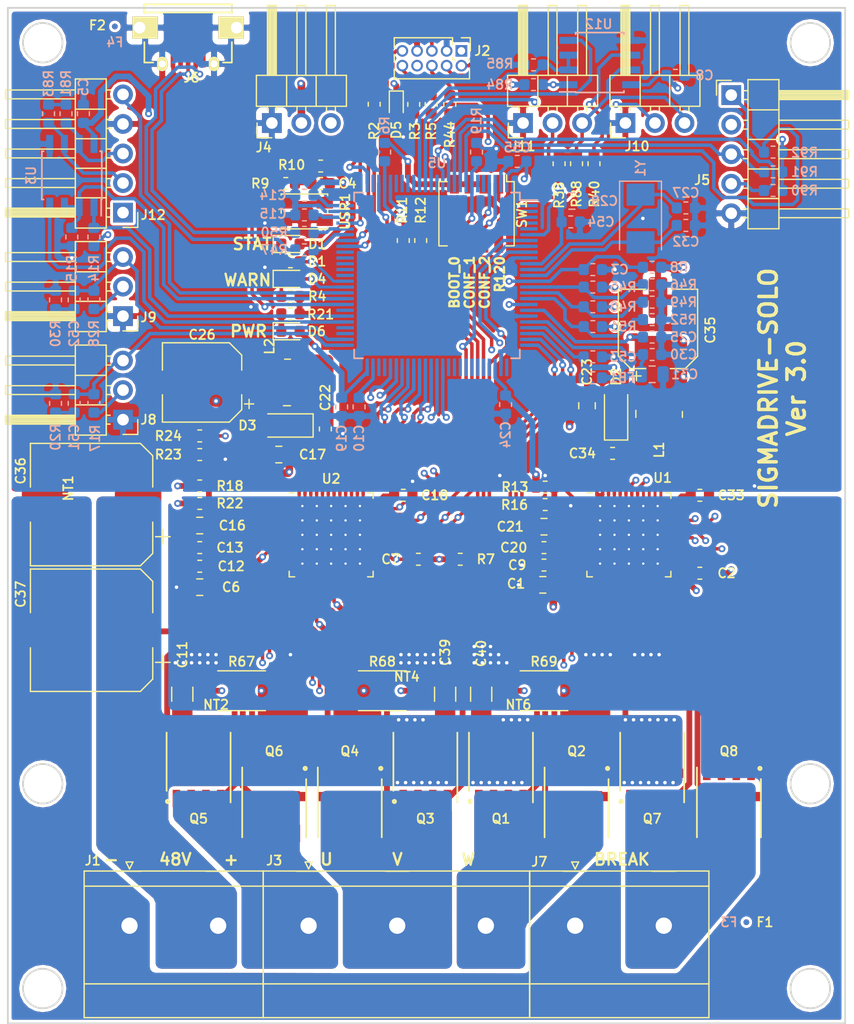
<source format=kicad_pcb>
(kicad_pcb (version 20171130) (host pcbnew 5.0.2-bee76a0~70~ubuntu18.04.1)
  (layers (0 F.Cu mixed) (1 In1.Cu mixed) (2 In2.Cu mixed) (31 B.Cu mixed) (34 B.Paste user hide) (35 F.Paste user hide) (36 B.SilkS user) (37 F.SilkS user) (38 B.Mask user hide) (39 F.Mask user) (44 Edge.Cuts user))
  (net 0 "")
  (net 1 /MOSFETs/PHASE_A)
  (net 2 /MOSFETs/PHASE_B)
  (net 3 /MOSFETs/PHASE_C)
  (net 4 GND)
  (net 5 /MCU/LED_WARN)
  (net 6 /MCU/PA13)
  (net 7 /MCU/NRST)
  (net 8 /MCU/PA14)
  (net 9 /MCU/VBAT_ADC)
  (net 10 /MCU/SENSE_A)
  (net 11 /MCU/SENSE_B)
  (net 12 /MCU/SENSE_C)
  (net 13 /MCU/PWM_AH)
  (net 14 /MCU/PWM_AL)
  (net 15 /MCU/PWM_BH)
  (net 16 /MCU/PWM_BL)
  (net 17 /MCU/PWM_CH)
  (net 18 /MCU/PWM_CL)
  (net 19 /MCU/LED_STATUS)
  (net 20 +3V3)
  (net 21 /MCU/PB3)
  (net 22 /MCU/PB1)
  (net 23 "Net-(C15-Pad2)")
  (net 24 "Net-(C22-Pad2)")
  (net 25 "Net-(C27-Pad1)")
  (net 26 "Net-(C30-Pad1)")
  (net 27 "Net-(C32-Pad1)")
  (net 28 "Net-(D1-Pad1)")
  (net 29 "Net-(D4-Pad1)")
  (net 30 /MCU/EXT_5V)
  (net 31 "Net-(J2-Pad8)")
  (net 32 /MCU/PD2)
  (net 33 /MCU/PA15)
  (net 34 /MCU/PC9)
  (net 35 /MCU/PB12)
  (net 36 "Net-(C13-Pad2)")
  (net 37 "Net-(C4-Pad1)")
  (net 38 +5V)
  (net 39 VIN)
  (net 40 "Net-(J2-Pad9)")
  (net 41 "Net-(J2-Pad6)")
  (net 42 "Net-(J2-Pad5)")
  (net 43 "Net-(J6-Pad1)")
  (net 44 "Net-(J6-Pad2)")
  (net 45 "Net-(J6-Pad4)")
  (net 46 "Net-(J6-Pad3)")
  (net 47 /MOSFETs/C_ISENSE_P)
  (net 48 /MOSFETs/B_ISENSE_P)
  (net 49 /MOSFETs/A_ISENSE_P)
  (net 50 /MCU/PA11)
  (net 51 /MCU/PA12)
  (net 52 /MCU/ENCODER_A)
  (net 53 /MOSFETs/PHASE_R)
  (net 54 /MCU/AUX_H)
  (net 55 /MCU/AUX_L)
  (net 56 /MCU/PB8)
  (net 57 "Net-(C51-Pad1)")
  (net 58 "Net-(C52-Pad1)")
  (net 59 /MCU/A_TERM_R120)
  (net 60 /MCU/ENCODER_RO)
  (net 61 /MCU/ENCODER_DE)
  (net 62 /MCU/BOOT0)
  (net 63 "Net-(R81-Pad2)")
  (net 64 /MCU/B_TERM_R120)
  (net 65 /MCU/ENCODER_DI)
  (net 66 "Net-(C10-Pad2)")
  (net 67 /MCU/ENCODER_B)
  (net 68 /MCU/ENCODER_Z)
  (net 69 /MCU/PE2)
  (net 70 /MCU/PE3)
  (net 71 /MCU/PE4)
  (net 72 /MCU/PE5)
  (net 73 /MCU/PE6)
  (net 74 /MCU/PB11)
  (net 75 /MCU/PD10)
  (net 76 /MCU/PD11)
  (net 77 /MCU/PD0)
  (net 78 /MCU/PD1)
  (net 79 /MCU/PD3)
  (net 80 /MCU/PD4)
  (net 81 /MCU/PD5)
  (net 82 /MCU/PD6)
  (net 83 /MCU/PD7)
  (net 84 /MCU/PB13)
  (net 85 /MCU/PA8)
  (net 86 /MCU/PA9)
  (net 87 /MCU/PA10)
  (net 88 /MCU/PB0)
  (net 89 "Net-(C3-Pad2)")
  (net 90 /MCU/PB4)
  (net 91 /MCU/PB9)
  (net 92 /MCU/PC7)
  (net 93 /MCU/PC8)
  (net 94 "Net-(J12-Pad2)")
  (net 95 "Net-(J12-Pad3)")
  (net 96 /MCU/ENCODER_RS485_MCLR)
  (net 97 /MCU/GPIO_CONF_2)
  (net 98 /MCU/GPIO_CONF_1)
  (net 99 "Net-(J10-Pad3)")
  (net 100 "Net-(C16-Pad1)")
  (net 101 "Net-(C16-Pad2)")
  (net 102 "Net-(C18-Pad1)")
  (net 103 "Net-(C22-Pad1)")
  (net 104 /MCU/PC6)
  (net 105 /MOSFETs/A_ISENSE_N)
  (net 106 /MOSFETs/B_ISENSE_N)
  (net 107 /MOSFETs/C_ISENSE_N)
  (net 108 /MOSFETs/GHC)
  (net 109 /MOSFETs/GLC)
  (net 110 /MOSFETs/GHB)
  (net 111 /MOSFETs/GLB)
  (net 112 /MOSFETs/GHA)
  (net 113 /MOSFETs/GLA)
  (net 114 /MCU/DRV_SDO)
  (net 115 /MCU/DRV_FAULT)
  (net 116 "Net-(R18-Pad1)")
  (net 117 /MOSFETs/DRV_SOC)
  (net 118 /MOSFETs/DRV_SOB)
  (net 119 /MOSFETs/DRV_SOA)
  (net 120 /MCU/DRV_SDI)
  (net 121 /MCU/DRV_CLK)
  (net 122 /MCU/GATE_ENABLE)
  (net 123 /MCU/DRV_CAL)
  (net 124 PGND)
  (net 125 "Net-(C20-Pad2)")
  (net 126 "Net-(C21-Pad2)")
  (net 127 "Net-(C21-Pad1)")
  (net 128 "Net-(C33-Pad1)")
  (net 129 "Net-(C34-Pad2)")
  (net 130 "Net-(C34-Pad1)")
  (net 131 /MOSFETs/GHR)
  (net 132 /MOSFETs/GLR)
  (net 133 "Net-(R13-Pad1)")
  (net 134 "Net-(U1-Pad8)")
  (net 135 "Net-(U1-Pad9)")
  (net 136 "Net-(U1-Pad10)")
  (net 137 "Net-(U1-Pad11)")
  (net 138 "Net-(U1-Pad12)")
  (net 139 "Net-(U1-Pad13)")
  (net 140 "Net-(U1-Pad14)")
  (net 141 "Net-(U1-Pad15)")
  (net 142 "Net-(U1-Pad16)")
  (net 143 "Net-(U1-Pad17)")
  (net 144 "Net-(U1-Pad21)")
  (net 145 "Net-(U1-Pad22)")
  (net 146 "Net-(U1-Pad23)")
  (net 147 "Net-(U1-Pad24)")
  (net 148 "Net-(U1-Pad25)")
  (net 149 "Net-(U1-Pad37)")
  (net 150 "Net-(U1-Pad38)")
  (net 151 "Net-(U1-Pad39)")
  (net 152 "Net-(U1-Pad40)")
  (net 153 "Net-(U1-Pad28)")
  (net 154 "Net-(U1-Pad34)")
  (net 155 /MCU/DRV2_CS)
  (net 156 /MCU/DRV1_CS)
  (net 157 "Net-(R11-Pad2)")
  (net 158 "Net-(R12-Pad2)")
  (net 159 /MCU/PB10)
  (net 160 /MCU/PB14)
  (net 161 /MCU/PB15)
  (net 162 "Net-(D6-Pad1)")
  (net 163 /MCU/PA3)
  (net 164 /MCU/PA4)
  (net 165 /MCU/PC4)
  (net 166 /MCU/PC5)
  (net 167 /MCU/PA5)
  (net 168 /MCU/PA6)
  (net 169 /MCU/PA7)
  (module Package_QFP:LQFP-100_14x14mm_P0.5mm (layer B.Cu) (at 113.4 54.9 180)
    (fp_text reference U5 (at 0 9.65 180) (layer B.SilkS) (effects (font (size 0.8 0.8)) (justify mirror)))
    (fp_text value STM32F405VGTx)
    (pad 1 smd rect (at -7.9 6 180) (size 1.5 0.28) (layers B.Cu B.Paste B.Mask) (net 69 /MCU/PE2))
    (pad 2 smd rect (at -7.9 5.5 180) (size 1.5 0.28) (layers B.Cu B.Paste B.Mask) (net 70 /MCU/PE3))
    (pad 3 smd rect (at -7.9 5 180) (size 1.5 0.28) (layers B.Cu B.Paste B.Mask) (net 71 /MCU/PE4))
    (pad 4 smd rect (at -7.9 4.5 180) (size 1.5 0.28) (layers B.Cu B.Paste B.Mask) (net 72 /MCU/PE5))
    (pad 5 smd rect (at -7.9 4 180) (size 1.5 0.28) (layers B.Cu B.Paste B.Mask) (net 73 /MCU/PE6))
    (pad 6 smd rect (at -7.9 3.5 180) (size 1.5 0.28) (layers B.Cu B.Paste B.Mask) (net 20 +3V3))
    (pad 7 smd rect (at -7.9 3 180) (size 1.5 0.28) (layers B.Cu B.Paste B.Mask) (net 156 /MCU/DRV1_CS))
    (pad 8 smd rect (at -7.9 2.5 180) (size 1.5 0.28) (layers B.Cu B.Paste B.Mask) (net 155 /MCU/DRV2_CS))
    (pad 9 smd rect (at -7.9 2 180) (size 1.5 0.28) (layers B.Cu B.Paste B.Mask) (net 115 /MCU/DRV_FAULT))
    (pad 10 smd rect (at -7.9 1.5 180) (size 1.5 0.28) (layers B.Cu B.Paste B.Mask) (net 4 GND))
    (pad 11 smd rect (at -7.9 1 180) (size 1.5 0.28) (layers B.Cu B.Paste B.Mask) (net 20 +3V3))
    (pad 12 smd rect (at -7.9 0.5 180) (size 1.5 0.28) (layers B.Cu B.Paste B.Mask) (net 25 "Net-(C27-Pad1)"))
    (pad 13 smd rect (at -7.9 0 180) (size 1.5 0.28) (layers B.Cu B.Paste B.Mask) (net 27 "Net-(C32-Pad1)"))
    (pad 14 smd rect (at -7.9 -0.5 180) (size 1.5 0.28) (layers B.Cu B.Paste B.Mask) (net 89 "Net-(C3-Pad2)"))
    (pad 15 smd rect (at -7.9 -1 180) (size 1.5 0.28) (layers B.Cu B.Paste B.Mask) (net 12 /MCU/SENSE_C))
    (pad 16 smd rect (at -7.9 -1.5 180) (size 1.5 0.28) (layers B.Cu B.Paste B.Mask) (net 11 /MCU/SENSE_B))
    (pad 17 smd rect (at -7.9 -2 180) (size 1.5 0.28) (layers B.Cu B.Paste B.Mask) (net 10 /MCU/SENSE_A))
    (pad 18 smd rect (at -7.9 -2.5 180) (size 1.5 0.28) (layers B.Cu B.Paste B.Mask) (net 9 /MCU/VBAT_ADC))
    (pad 19 smd rect (at -7.9 -3 180) (size 1.5 0.28) (layers B.Cu B.Paste B.Mask) (net 20 +3V3))
    (pad 20 smd rect (at -7.9 -3.5 180) (size 1.5 0.28) (layers B.Cu B.Paste B.Mask) (net 4 GND))
    (pad 21 smd rect (at -7.9 -4 180) (size 1.5 0.28) (layers B.Cu B.Paste B.Mask) (net 26 "Net-(C30-Pad1)"))
    (pad 22 smd rect (at -7.9 -4.5 180) (size 1.5 0.28) (layers B.Cu B.Paste B.Mask) (net 20 +3V3))
    (pad 23 smd rect (at -7.9 -5 180) (size 1.5 0.28) (layers B.Cu B.Paste B.Mask) (net 117 /MOSFETs/DRV_SOC))
    (pad 24 smd rect (at -7.9 -5.5 180) (size 1.5 0.28) (layers B.Cu B.Paste B.Mask) (net 118 /MOSFETs/DRV_SOB))
    (pad 25 smd rect (at -7.9 -6 180) (size 1.5 0.28) (layers B.Cu B.Paste B.Mask) (net 119 /MOSFETs/DRV_SOA))
    (pad 26 smd rect (at -6 -7.9 90) (size 1.5 0.28) (layers B.Cu B.Paste B.Mask) (net 163 /MCU/PA3))
    (pad 27 smd rect (at -5.5 -7.9 90) (size 1.5 0.28) (layers B.Cu B.Paste B.Mask) (net 4 GND))
    (pad 28 smd rect (at -5 -7.9 90) (size 1.5 0.28) (layers B.Cu B.Paste B.Mask) (net 20 +3V3))
    (pad 29 smd rect (at -4.5 -7.9 90) (size 1.5 0.28) (layers B.Cu B.Paste B.Mask) (net 164 /MCU/PA4))
    (pad 30 smd rect (at -4 -7.9 90) (size 1.5 0.28) (layers B.Cu B.Paste B.Mask) (net 167 /MCU/PA5))
    (pad 31 smd rect (at -3.5 -7.9 90) (size 1.5 0.28) (layers B.Cu B.Paste B.Mask) (net 168 /MCU/PA6))
    (pad 32 smd rect (at -3 -7.9 90) (size 1.5 0.28) (layers B.Cu B.Paste B.Mask) (net 169 /MCU/PA7))
    (pad 33 smd rect (at -2.5 -7.9 90) (size 1.5 0.28) (layers B.Cu B.Paste B.Mask) (net 165 /MCU/PC4))
    (pad 34 smd rect (at -2 -7.9 90) (size 1.5 0.28) (layers B.Cu B.Paste B.Mask) (net 166 /MCU/PC5))
    (pad 35 smd rect (at -1.5 -7.9 90) (size 1.5 0.28) (layers B.Cu B.Paste B.Mask) (net 88 /MCU/PB0))
    (pad 36 smd rect (at -1 -7.9 90) (size 1.5 0.28) (layers B.Cu B.Paste B.Mask) (net 22 /MCU/PB1))
    (pad 37 smd rect (at -0.5 -7.9 90) (size 1.5 0.28) (layers B.Cu B.Paste B.Mask) (net 54 /MCU/AUX_H))
    (pad 38 smd rect (at 0 -7.9 90) (size 1.5 0.28) (layers B.Cu B.Paste B.Mask) (net 55 /MCU/AUX_L))
    (pad 39 smd rect (at 0.5 -7.9 90) (size 1.5 0.28) (layers B.Cu B.Paste B.Mask) (net 14 /MCU/PWM_AL))
    (pad 40 smd rect (at 1 -7.9 90) (size 1.5 0.28) (layers B.Cu B.Paste B.Mask) (net 13 /MCU/PWM_AH))
    (pad 41 smd rect (at 1.5 -7.9 90) (size 1.5 0.28) (layers B.Cu B.Paste B.Mask) (net 16 /MCU/PWM_BL))
    (pad 42 smd rect (at 2 -7.9 90) (size 1.5 0.28) (layers B.Cu B.Paste B.Mask) (net 15 /MCU/PWM_BH))
    (pad 43 smd rect (at 2.5 -7.9 90) (size 1.5 0.28) (layers B.Cu B.Paste B.Mask) (net 18 /MCU/PWM_CL))
    (pad 44 smd rect (at 3 -7.9 90) (size 1.5 0.28) (layers B.Cu B.Paste B.Mask) (net 17 /MCU/PWM_CH))
    (pad 45 smd rect (at 3.5 -7.9 90) (size 1.5 0.28) (layers B.Cu B.Paste B.Mask) (net 122 /MCU/GATE_ENABLE))
    (pad 46 smd rect (at 4 -7.9 90) (size 1.5 0.28) (layers B.Cu B.Paste B.Mask) (net 123 /MCU/DRV_CAL))
    (pad 47 smd rect (at 4.5 -7.9 90) (size 1.5 0.28) (layers B.Cu B.Paste B.Mask) (net 159 /MCU/PB10))
    (pad 48 smd rect (at 5 -7.9 90) (size 1.5 0.28) (layers B.Cu B.Paste B.Mask) (net 74 /MCU/PB11))
    (pad 49 smd rect (at 5.5 -7.9 90) (size 1.5 0.28) (layers B.Cu B.Paste B.Mask) (net 66 "Net-(C10-Pad2)"))
    (pad 50 smd rect (at 6 -7.9 90) (size 1.5 0.28) (layers B.Cu B.Paste B.Mask) (net 20 +3V3))
    (pad 51 smd rect (at 7.9 -6 180) (size 1.5 0.28) (layers B.Cu B.Paste B.Mask) (net 35 /MCU/PB12))
    (pad 52 smd rect (at 7.9 -5.5 180) (size 1.5 0.28) (layers B.Cu B.Paste B.Mask) (net 84 /MCU/PB13))
    (pad 53 smd rect (at 7.9 -5 180) (size 1.5 0.28) (layers B.Cu B.Paste B.Mask) (net 160 /MCU/PB14))
    (pad 54 smd rect (at 7.9 -4.5 180) (size 1.5 0.28) (layers B.Cu B.Paste B.Mask) (net 161 /MCU/PB15))
    (pad 55 smd rect (at 7.9 -4 180) (size 1.5 0.28) (layers B.Cu B.Paste B.Mask) (net 65 /MCU/ENCODER_DI))
    (pad 56 smd rect (at 7.9 -3.5 180) (size 1.5 0.28) (layers B.Cu B.Paste B.Mask) (net 60 /MCU/ENCODER_RO))
    (pad 57 smd rect (at 7.9 -3 180) (size 1.5 0.28) (layers B.Cu B.Paste B.Mask) (net 75 /MCU/PD10))
    (pad 58 smd rect (at 7.9 -2.5 180) (size 1.5 0.28) (layers B.Cu B.Paste B.Mask) (net 76 /MCU/PD11))
    (pad 59 smd rect (at 7.9 -2 180) (size 1.5 0.28) (layers B.Cu B.Paste B.Mask) (net 61 /MCU/ENCODER_DE))
    (pad 60 smd rect (at 7.9 -1.5 180) (size 1.5 0.28) (layers B.Cu B.Paste B.Mask) (net 96 /MCU/ENCODER_RS485_MCLR))
    (pad 61 smd rect (at 7.9 -1 180) (size 1.5 0.28) (layers B.Cu B.Paste B.Mask) (net 5 /MCU/LED_WARN))
    (pad 62 smd rect (at 7.9 -0.5 180) (size 1.5 0.28) (layers B.Cu B.Paste B.Mask) (net 19 /MCU/LED_STATUS))
    (pad 63 smd rect (at 7.9 0 180) (size 1.5 0.28) (layers B.Cu B.Paste B.Mask) (net 104 /MCU/PC6))
    (pad 64 smd rect (at 7.9 0.5 180) (size 1.5 0.28) (layers B.Cu B.Paste B.Mask) (net 92 /MCU/PC7))
    (pad 65 smd rect (at 7.9 1 180) (size 1.5 0.28) (layers B.Cu B.Paste B.Mask) (net 93 /MCU/PC8))
    (pad 66 smd rect (at 7.9 1.5 180) (size 1.5 0.28) (layers B.Cu B.Paste B.Mask) (net 34 /MCU/PC9))
    (pad 67 smd rect (at 7.9 2 180) (size 1.5 0.28) (layers B.Cu B.Paste B.Mask) (net 85 /MCU/PA8))
    (pad 68 smd rect (at 7.9 2.5 180) (size 1.5 0.28) (layers B.Cu B.Paste B.Mask) (net 86 /MCU/PA9))
    (pad 69 smd rect (at 7.9 3 180) (size 1.5 0.28) (layers B.Cu B.Paste B.Mask) (net 87 /MCU/PA10))
    (pad 70 smd rect (at 7.9 3.5 180) (size 1.5 0.28) (layers B.Cu B.Paste B.Mask) (net 50 /MCU/PA11))
    (pad 71 smd rect (at 7.9 4 180) (size 1.5 0.28) (layers B.Cu B.Paste B.Mask) (net 51 /MCU/PA12))
    (pad 72 smd rect (at 7.9 4.5 180) (size 1.5 0.28) (layers B.Cu B.Paste B.Mask) (net 6 /MCU/PA13))
    (pad 73 smd rect (at 7.9 5 180) (size 1.5 0.28) (layers B.Cu B.Paste B.Mask) (net 23 "Net-(C15-Pad2)"))
    (pad 74 smd rect (at 7.9 5.5 180) (size 1.5 0.28) (layers B.Cu B.Paste B.Mask) (net 4 GND))
    (pad 75 smd rect (at 7.9 6 180) (size 1.5 0.28) (layers B.Cu B.Paste B.Mask) (net 20 +3V3))
    (pad 76 smd rect (at 6 7.9 90) (size 1.5 0.28) (layers B.Cu B.Paste B.Mask) (net 8 /MCU/PA14))
    (pad 77 smd rect (at 5.5 7.9 90) (size 1.5 0.28) (layers B.Cu B.Paste B.Mask) (net 33 /MCU/PA15))
    (pad 78 smd rect (at 5 7.9 90) (size 1.5 0.28) (layers B.Cu B.Paste B.Mask) (net 121 /MCU/DRV_CLK))
    (pad 79 smd rect (at 4.5 7.9 90) (size 1.5 0.28) (layers B.Cu B.Paste B.Mask) (net 114 /MCU/DRV_SDO))
    (pad 80 smd rect (at 4 7.9 90) (size 1.5 0.28) (layers B.Cu B.Paste B.Mask) (net 120 /MCU/DRV_SDI))
    (pad 81 smd rect (at 3.5 7.9 90) (size 1.5 0.28) (layers B.Cu B.Paste B.Mask) (net 77 /MCU/PD0))
    (pad 82 smd rect (at 3 7.9 90) (size 1.5 0.28) (layers B.Cu B.Paste B.Mask) (net 78 /MCU/PD1))
    (pad 83 smd rect (at 2.5 7.9 90) (size 1.5 0.28) (layers B.Cu B.Paste B.Mask) (net 32 /MCU/PD2))
    (pad 84 smd rect (at 2 7.9 90) (size 1.5 0.28) (layers B.Cu B.Paste B.Mask) (net 79 /MCU/PD3))
    (pad 85 smd rect (at 1.5 7.9 90) (size 1.5 0.28) (layers B.Cu B.Paste B.Mask) (net 80 /MCU/PD4))
    (pad 86 smd rect (at 1 7.9 90) (size 1.5 0.28) (layers B.Cu B.Paste B.Mask) (net 81 /MCU/PD5))
    (pad 87 smd rect (at 0.5 7.9 90) (size 1.5 0.28) (layers B.Cu B.Paste B.Mask) (net 82 /MCU/PD6))
    (pad 88 smd rect (at 0 7.9 90) (size 1.5 0.28) (layers B.Cu B.Paste B.Mask) (net 83 /MCU/PD7))
    (pad 89 smd rect (at -0.5 7.9 90) (size 1.5 0.28) (layers B.Cu B.Paste B.Mask) (net 21 /MCU/PB3))
    (pad 90 smd rect (at -1 7.9 90) (size 1.5 0.28) (layers B.Cu B.Paste B.Mask) (net 90 /MCU/PB4))
    (pad 91 smd rect (at -1.5 7.9 90) (size 1.5 0.28) (layers B.Cu B.Paste B.Mask) (net 68 /MCU/ENCODER_Z))
    (pad 92 smd rect (at -2 7.9 90) (size 1.5 0.28) (layers B.Cu B.Paste B.Mask) (net 52 /MCU/ENCODER_A))
    (pad 93 smd rect (at -2.5 7.9 90) (size 1.5 0.28) (layers B.Cu B.Paste B.Mask) (net 67 /MCU/ENCODER_B))
    (pad 94 smd rect (at -3 7.9 90) (size 1.5 0.28) (layers B.Cu B.Paste B.Mask) (net 62 /MCU/BOOT0))
    (pad 95 smd rect (at -3.5 7.9 90) (size 1.5 0.28) (layers B.Cu B.Paste B.Mask) (net 56 /MCU/PB8))
    (pad 96 smd rect (at -4 7.9 90) (size 1.5 0.28) (layers B.Cu B.Paste B.Mask) (net 91 /MCU/PB9))
    (pad 97 smd rect (at -4.5 7.9 90) (size 1.5 0.28) (layers B.Cu B.Paste B.Mask) (net 98 /MCU/GPIO_CONF_1))
    (pad 98 smd rect (at -5 7.9 90) (size 1.5 0.28) (layers B.Cu B.Paste B.Mask) (net 97 /MCU/GPIO_CONF_2))
    (pad 99 smd rect (at -5.5 7.9 90) (size 1.5 0.28) (layers B.Cu B.Paste B.Mask) (net 4 GND))
    (pad 100 smd rect (at -6 7.9 90) (size 1.5 0.28) (layers B.Cu B.Paste B.Mask) (net 20 +3V3))
  )
  (module Connector_PinHeader_2.54mm:PinHeader_1x05_P2.54mm_Horizontal (layer F.Cu) (at 86.4 49.5 180)
    (fp_text reference J12 (at -2.6 -0.2 180) (layer F.SilkS) (effects (font (size 0.8 0.8))))
    (fp_text value Conn_01x05)
    (pad 1 thru_hole rect (at 0 0 180) (size 1.7 1.7) (drill 1) (layers *.Cu *.Mask) (net 38 +5V))
    (pad 2 thru_hole oval (at 0 2.54 180) (size 1.7 1.7) (drill 1) (layers *.Cu *.Mask) (net 94 "Net-(J12-Pad2)"))
    (pad 3 thru_hole oval (at 0 5.08 180) (size 1.7 1.7) (drill 1) (layers *.Cu *.Mask) (net 95 "Net-(J12-Pad3)"))
    (pad 4 thru_hole oval (at 0 7.62 180) (size 1.7 1.7) (drill 1) (layers *.Cu *.Mask) (net 4 GND))
    (pad 5 thru_hole oval (at 0 10.16 180) (size 1.7 1.7) (drill 1) (layers *.Cu *.Mask) (net 96 /MCU/ENCODER_RS485_MCLR))
  )
  (module Button_Switch_SMD:SW_DIP_SPSTx04_Slide_Copal_CHS-04A_W5.08mm_P1.27mm_JPin (layer F.Cu) (at 116.8 49.6 270)
    (fp_text reference SW1 (at 0 -3.9 270) (layer F.SilkS) (effects (font (size 0.8 0.8))))
    (fp_text value SW_DIP_x04)
    (pad 1 smd rect (at -2.54 -1.905 270) (size 1.6 0.76) (layers F.Cu F.Paste F.Mask) (net 59 /MCU/A_TERM_R120))
    (pad 5 smd rect (at 2.54 1.905 270) (size 1.6 0.76) (layers F.Cu F.Paste F.Mask) (net 62 /MCU/BOOT0))
    (pad 2 smd rect (at -2.54 -0.635 270) (size 1.6 0.76) (layers F.Cu F.Paste F.Mask) (net 20 +3V3))
    (pad 6 smd rect (at 2.54 0.635 270) (size 1.6 0.76) (layers F.Cu F.Paste F.Mask) (net 98 /MCU/GPIO_CONF_1))
    (pad 3 smd rect (at -2.54 0.635 270) (size 1.6 0.76) (layers F.Cu F.Paste F.Mask) (net 20 +3V3))
    (pad 7 smd rect (at 2.54 -0.635 270) (size 1.6 0.76) (layers F.Cu F.Paste F.Mask) (net 97 /MCU/GPIO_CONF_2))
    (pad 4 smd rect (at -2.54 1.905 270) (size 1.6 0.76) (layers F.Cu F.Paste F.Mask) (net 20 +3V3))
    (pad 8 smd rect (at 2.54 -1.905 270) (size 1.6 0.76) (layers F.Cu F.Paste F.Mask) (net 64 /MCU/B_TERM_R120))
  )
  (module Sigmadrone:PQFN_5x6_SGD (layer F.Cu) (at 118.9 97.2)
    (fp_text reference Q1 (at 0 4.4) (layer F.SilkS) (effects (font (size 0.8 0.8))))
    (fp_text value STL160NS3LLH7)
    (pad 3 smd rect (at 0 0.5) (size 5.4 0.8) (layers F.Cu F.Paste F.Mask) (net 39 VIN))
    (pad 3 smd rect (at 0 -0.9) (size 4.4 3.75) (layers F.Cu F.Paste F.Mask) (net 39 VIN))
    (pad 3 smd rect (at -1.905 -2.667) (size 0.65 1.5) (layers F.Cu F.Paste F.Mask) (net 39 VIN))
    (pad 3 smd rect (at -0.635 -2.667) (size 0.65 1.5) (layers F.Cu F.Paste F.Mask) (net 39 VIN))
    (pad 3 smd rect (at 0.635 -2.667) (size 0.65 1.5) (layers F.Cu F.Paste F.Mask) (net 39 VIN))
    (pad 3 smd rect (at 1.905 -2.667) (size 0.65 1.5) (layers F.Cu F.Paste F.Mask) (net 39 VIN))
    (pad 2 smd rect (at 1.905 2.667) (size 0.65 1.5) (layers F.Cu F.Paste F.Mask) (net 108 /MOSFETs/GHC))
    (pad 1 smd rect (at 0.635 2.667) (size 0.65 1.5) (layers F.Cu F.Paste F.Mask) (net 3 /MOSFETs/PHASE_C))
    (pad 1 smd rect (at -0.635 2.667) (size 0.65 1.5) (layers F.Cu F.Paste F.Mask) (net 3 /MOSFETs/PHASE_C))
    (pad 1 smd rect (at -1.905 2.667) (size 0.65 1.5) (layers F.Cu F.Paste F.Mask) (net 3 /MOSFETs/PHASE_C))
  )
  (module Sigmadrone:PQFN_5x6_SGD (layer F.Cu) (at 125.4 100.2 180)
    (fp_text reference Q2 (at 0 4.4 180) (layer F.SilkS) (effects (font (size 0.8 0.8))))
    (fp_text value STL160NS3LLH7)
    (pad 3 smd rect (at 0 0.5 180) (size 5.4 0.8) (layers F.Cu F.Paste F.Mask) (net 3 /MOSFETs/PHASE_C))
    (pad 3 smd rect (at 0 -0.9 180) (size 4.4 3.75) (layers F.Cu F.Paste F.Mask) (net 3 /MOSFETs/PHASE_C))
    (pad 3 smd rect (at -1.905 -2.667 180) (size 0.65 1.5) (layers F.Cu F.Paste F.Mask) (net 3 /MOSFETs/PHASE_C))
    (pad 3 smd rect (at -0.635 -2.667 180) (size 0.65 1.5) (layers F.Cu F.Paste F.Mask) (net 3 /MOSFETs/PHASE_C))
    (pad 3 smd rect (at 0.635 -2.667 180) (size 0.65 1.5) (layers F.Cu F.Paste F.Mask) (net 3 /MOSFETs/PHASE_C))
    (pad 3 smd rect (at 1.905 -2.667 180) (size 0.65 1.5) (layers F.Cu F.Paste F.Mask) (net 3 /MOSFETs/PHASE_C))
    (pad 2 smd rect (at 1.905 2.667 180) (size 0.65 1.5) (layers F.Cu F.Paste F.Mask) (net 109 /MOSFETs/GLC))
    (pad 1 smd rect (at 0.635 2.667 180) (size 0.65 1.5) (layers F.Cu F.Paste F.Mask) (net 47 /MOSFETs/C_ISENSE_P))
    (pad 1 smd rect (at -0.635 2.667 180) (size 0.65 1.5) (layers F.Cu F.Paste F.Mask) (net 47 /MOSFETs/C_ISENSE_P))
    (pad 1 smd rect (at -1.905 2.667 180) (size 0.65 1.5) (layers F.Cu F.Paste F.Mask) (net 47 /MOSFETs/C_ISENSE_P))
  )
  (module Sigmadrone:PQFN_5x6_SGD (layer F.Cu) (at 112.4 97.2)
    (fp_text reference Q3 (at 0 4.4) (layer F.SilkS) (effects (font (size 0.8 0.8))))
    (fp_text value STL160NS3LLH7)
    (pad 3 smd rect (at 0 0.5) (size 5.4 0.8) (layers F.Cu F.Paste F.Mask) (net 39 VIN))
    (pad 3 smd rect (at 0 -0.9) (size 4.4 3.75) (layers F.Cu F.Paste F.Mask) (net 39 VIN))
    (pad 3 smd rect (at -1.905 -2.667) (size 0.65 1.5) (layers F.Cu F.Paste F.Mask) (net 39 VIN))
    (pad 3 smd rect (at -0.635 -2.667) (size 0.65 1.5) (layers F.Cu F.Paste F.Mask) (net 39 VIN))
    (pad 3 smd rect (at 0.635 -2.667) (size 0.65 1.5) (layers F.Cu F.Paste F.Mask) (net 39 VIN))
    (pad 3 smd rect (at 1.905 -2.667) (size 0.65 1.5) (layers F.Cu F.Paste F.Mask) (net 39 VIN))
    (pad 2 smd rect (at 1.905 2.667) (size 0.65 1.5) (layers F.Cu F.Paste F.Mask) (net 110 /MOSFETs/GHB))
    (pad 1 smd rect (at 0.635 2.667) (size 0.65 1.5) (layers F.Cu F.Paste F.Mask) (net 2 /MOSFETs/PHASE_B))
    (pad 1 smd rect (at -0.635 2.667) (size 0.65 1.5) (layers F.Cu F.Paste F.Mask) (net 2 /MOSFETs/PHASE_B))
    (pad 1 smd rect (at -1.905 2.667) (size 0.65 1.5) (layers F.Cu F.Paste F.Mask) (net 2 /MOSFETs/PHASE_B))
  )
  (module Sigmadrone:PQFN_5x6_SGD (layer F.Cu) (at 105.9 100.2 180)
    (fp_text reference Q4 (at 0 4.4 180) (layer F.SilkS) (effects (font (size 0.8 0.8))))
    (fp_text value STL160NS3LLH7)
    (pad 3 smd rect (at 0 0.5 180) (size 5.4 0.8) (layers F.Cu F.Paste F.Mask) (net 2 /MOSFETs/PHASE_B))
    (pad 3 smd rect (at 0 -0.9 180) (size 4.4 3.75) (layers F.Cu F.Paste F.Mask) (net 2 /MOSFETs/PHASE_B))
    (pad 3 smd rect (at -1.905 -2.667 180) (size 0.65 1.5) (layers F.Cu F.Paste F.Mask) (net 2 /MOSFETs/PHASE_B))
    (pad 3 smd rect (at -0.635 -2.667 180) (size 0.65 1.5) (layers F.Cu F.Paste F.Mask) (net 2 /MOSFETs/PHASE_B))
    (pad 3 smd rect (at 0.635 -2.667 180) (size 0.65 1.5) (layers F.Cu F.Paste F.Mask) (net 2 /MOSFETs/PHASE_B))
    (pad 3 smd rect (at 1.905 -2.667 180) (size 0.65 1.5) (layers F.Cu F.Paste F.Mask) (net 2 /MOSFETs/PHASE_B))
    (pad 2 smd rect (at 1.905 2.667 180) (size 0.65 1.5) (layers F.Cu F.Paste F.Mask) (net 111 /MOSFETs/GLB))
    (pad 1 smd rect (at 0.635 2.667 180) (size 0.65 1.5) (layers F.Cu F.Paste F.Mask) (net 48 /MOSFETs/B_ISENSE_P))
    (pad 1 smd rect (at -0.635 2.667 180) (size 0.65 1.5) (layers F.Cu F.Paste F.Mask) (net 48 /MOSFETs/B_ISENSE_P))
    (pad 1 smd rect (at -1.905 2.667 180) (size 0.65 1.5) (layers F.Cu F.Paste F.Mask) (net 48 /MOSFETs/B_ISENSE_P))
  )
  (module Sigmadrone:PQFN_5x6_SGD (layer F.Cu) (at 92.9 97.2)
    (fp_text reference Q5 (at 0 4.4) (layer F.SilkS) (effects (font (size 0.8 0.8))))
    (fp_text value STL160NS3LLH7)
    (pad 3 smd rect (at 0 0.5) (size 5.4 0.8) (layers F.Cu F.Paste F.Mask) (net 39 VIN))
    (pad 3 smd rect (at 0 -0.9) (size 4.4 3.75) (layers F.Cu F.Paste F.Mask) (net 39 VIN))
    (pad 3 smd rect (at -1.905 -2.667) (size 0.65 1.5) (layers F.Cu F.Paste F.Mask) (net 39 VIN))
    (pad 3 smd rect (at -0.635 -2.667) (size 0.65 1.5) (layers F.Cu F.Paste F.Mask) (net 39 VIN))
    (pad 3 smd rect (at 0.635 -2.667) (size 0.65 1.5) (layers F.Cu F.Paste F.Mask) (net 39 VIN))
    (pad 3 smd rect (at 1.905 -2.667) (size 0.65 1.5) (layers F.Cu F.Paste F.Mask) (net 39 VIN))
    (pad 2 smd rect (at 1.905 2.667) (size 0.65 1.5) (layers F.Cu F.Paste F.Mask) (net 112 /MOSFETs/GHA))
    (pad 1 smd rect (at 0.635 2.667) (size 0.65 1.5) (layers F.Cu F.Paste F.Mask) (net 1 /MOSFETs/PHASE_A))
    (pad 1 smd rect (at -0.635 2.667) (size 0.65 1.5) (layers F.Cu F.Paste F.Mask) (net 1 /MOSFETs/PHASE_A))
    (pad 1 smd rect (at -1.905 2.667) (size 0.65 1.5) (layers F.Cu F.Paste F.Mask) (net 1 /MOSFETs/PHASE_A))
  )
  (module Sigmadrone:PQFN_5x6_SGD (layer F.Cu) (at 99.4 100.2 180)
    (fp_text reference Q6 (at 0 4.4 180) (layer F.SilkS) (effects (font (size 0.8 0.8))))
    (fp_text value STL160NS3LLH7)
    (pad 3 smd rect (at 0 0.5 180) (size 5.4 0.8) (layers F.Cu F.Paste F.Mask) (net 1 /MOSFETs/PHASE_A))
    (pad 3 smd rect (at 0 -0.9 180) (size 4.4 3.75) (layers F.Cu F.Paste F.Mask) (net 1 /MOSFETs/PHASE_A))
    (pad 3 smd rect (at -1.905 -2.667 180) (size 0.65 1.5) (layers F.Cu F.Paste F.Mask) (net 1 /MOSFETs/PHASE_A))
    (pad 3 smd rect (at -0.635 -2.667 180) (size 0.65 1.5) (layers F.Cu F.Paste F.Mask) (net 1 /MOSFETs/PHASE_A))
    (pad 3 smd rect (at 0.635 -2.667 180) (size 0.65 1.5) (layers F.Cu F.Paste F.Mask) (net 1 /MOSFETs/PHASE_A))
    (pad 3 smd rect (at 1.905 -2.667 180) (size 0.65 1.5) (layers F.Cu F.Paste F.Mask) (net 1 /MOSFETs/PHASE_A))
    (pad 2 smd rect (at 1.905 2.667 180) (size 0.65 1.5) (layers F.Cu F.Paste F.Mask) (net 113 /MOSFETs/GLA))
    (pad 1 smd rect (at 0.635 2.667 180) (size 0.65 1.5) (layers F.Cu F.Paste F.Mask) (net 49 /MOSFETs/A_ISENSE_P))
    (pad 1 smd rect (at -0.635 2.667 180) (size 0.65 1.5) (layers F.Cu F.Paste F.Mask) (net 49 /MOSFETs/A_ISENSE_P))
    (pad 1 smd rect (at -1.905 2.667 180) (size 0.65 1.5) (layers F.Cu F.Paste F.Mask) (net 49 /MOSFETs/A_ISENSE_P))
  )
  (module Sigmadrone:PQFN_5x6_SGD (layer F.Cu) (at 131.9 97.2)
    (fp_text reference Q7 (at 0 4.4 180) (layer F.SilkS) (effects (font (size 0.8 0.8))))
    (fp_text value STL160NS3LLH7)
    (pad 3 smd rect (at 0 0.5) (size 5.4 0.8) (layers F.Cu F.Paste F.Mask) (net 39 VIN))
    (pad 3 smd rect (at 0 -0.9) (size 4.4 3.75) (layers F.Cu F.Paste F.Mask) (net 39 VIN))
    (pad 3 smd rect (at -1.905 -2.667) (size 0.65 1.5) (layers F.Cu F.Paste F.Mask) (net 39 VIN))
    (pad 3 smd rect (at -0.635 -2.667) (size 0.65 1.5) (layers F.Cu F.Paste F.Mask) (net 39 VIN))
    (pad 3 smd rect (at 0.635 -2.667) (size 0.65 1.5) (layers F.Cu F.Paste F.Mask) (net 39 VIN))
    (pad 3 smd rect (at 1.905 -2.667) (size 0.65 1.5) (layers F.Cu F.Paste F.Mask) (net 39 VIN))
    (pad 2 smd rect (at 1.905 2.667) (size 0.65 1.5) (layers F.Cu F.Paste F.Mask) (net 131 /MOSFETs/GHR))
    (pad 1 smd rect (at 0.635 2.667) (size 0.65 1.5) (layers F.Cu F.Paste F.Mask) (net 53 /MOSFETs/PHASE_R))
    (pad 1 smd rect (at -0.635 2.667) (size 0.65 1.5) (layers F.Cu F.Paste F.Mask) (net 53 /MOSFETs/PHASE_R))
    (pad 1 smd rect (at -1.905 2.667) (size 0.65 1.5) (layers F.Cu F.Paste F.Mask) (net 53 /MOSFETs/PHASE_R))
  )
  (module Sigmadrone:PQFN_5x6_SGD (layer F.Cu) (at 138.5 100.2 180)
    (fp_text reference Q8 (at 0 4.4) (layer F.SilkS) (effects (font (size 0.8 0.8))))
    (fp_text value STL160NS3LLH7)
    (pad 3 smd rect (at 0 0.5 180) (size 5.4 0.8) (layers F.Cu F.Paste F.Mask) (net 53 /MOSFETs/PHASE_R))
    (pad 3 smd rect (at 0 -0.9 180) (size 4.4 3.75) (layers F.Cu F.Paste F.Mask) (net 53 /MOSFETs/PHASE_R))
    (pad 3 smd rect (at -1.905 -2.667 180) (size 0.65 1.5) (layers F.Cu F.Paste F.Mask) (net 53 /MOSFETs/PHASE_R))
    (pad 3 smd rect (at -0.635 -2.667 180) (size 0.65 1.5) (layers F.Cu F.Paste F.Mask) (net 53 /MOSFETs/PHASE_R))
    (pad 3 smd rect (at 0.635 -2.667 180) (size 0.65 1.5) (layers F.Cu F.Paste F.Mask) (net 53 /MOSFETs/PHASE_R))
    (pad 3 smd rect (at 1.905 -2.667 180) (size 0.65 1.5) (layers F.Cu F.Paste F.Mask) (net 53 /MOSFETs/PHASE_R))
    (pad 2 smd rect (at 1.905 2.667 180) (size 0.65 1.5) (layers F.Cu F.Paste F.Mask) (net 132 /MOSFETs/GLR))
    (pad 1 smd rect (at 0.635 2.667 180) (size 0.65 1.5) (layers F.Cu F.Paste F.Mask) (net 124 PGND))
    (pad 1 smd rect (at -0.635 2.667 180) (size 0.65 1.5) (layers F.Cu F.Paste F.Mask) (net 124 PGND))
    (pad 1 smd rect (at -1.905 2.667 180) (size 0.65 1.5) (layers F.Cu F.Paste F.Mask) (net 124 PGND))
  )
  (module Capacitor_SMD:C_0603_1608Metric (layer B.Cu) (at 119.3 66 90)
    (fp_text reference C24 (at -2.6 0 90) (layer B.SilkS) (effects (font (size 0.8 0.8)) (justify mirror)))
    (fp_text value "100nF 50V")
    (pad 2 smd roundrect (at 0.7875 0 90) (size 0.875 0.95) (layers B.Cu B.Paste B.Mask) (net 20 +3V3))
    (pad 1 smd roundrect (at -0.7875 0 90) (size 0.875 0.95) (layers B.Cu B.Paste B.Mask) (net 4 GND))
  )
  (module Resistor_SMD:R_0603_1608Metric (layer B.Cu) (at 116.8 44.3 90)
    (fp_text reference R19 (at 2.7 0 90) (layer B.SilkS) (effects (font (size 0.8 0.8)) (justify mirror)))
    (fp_text value 10k)
    (pad 2 smd roundrect (at 0.7875 0 90) (size 0.875 0.95) (layers B.Cu B.Paste B.Mask) (net 4 GND))
    (pad 1 smd roundrect (at -0.7875 0 90) (size 0.875 0.95) (layers B.Cu B.Paste B.Mask) (net 62 /MCU/BOOT0))
  )
  (module Capacitor_SMD:C_0805_2012Metric (layer B.Cu) (at 125 48.5)
    (fp_text reference C28 (at 2.8 0) (layer B.SilkS) (effects (font (size 0.8 0.8)) (justify mirror)))
    (fp_text value "1uF 100V")
    (pad 2 smd roundrect (at 0.9375 0) (size 0.975 1.4) (layers B.Cu B.Paste B.Mask) (net 4 GND))
    (pad 1 smd roundrect (at -0.9375 0) (size 0.975 1.4) (layers B.Cu B.Paste B.Mask) (net 20 +3V3))
  )
  (module Resistor_SMD:R_0603_1608Metric (layer F.Cu) (at 108 40.1875 90)
    (fp_text reference R2 (at -2.3 0 90) (layer F.SilkS) (effects (font (size 0.8 0.8))))
    (fp_text value 21)
    (pad 1 smd roundrect (at -0.7875 0 90) (size 0.875 0.95) (layers F.Cu F.Paste F.Mask) (net 87 /MCU/PA10))
    (pad 2 smd roundrect (at 0.7875 0 90) (size 0.875 0.95) (layers F.Cu F.Paste F.Mask) (net 42 "Net-(J2-Pad5)"))
  )
  (module Sigmadrone:WURTH_629105150921_NO_OVALS (layer F.Cu) (at 92 33.6 180)
    (fp_text reference J6 (at -0.3 -4.3 180) (layer F.SilkS) (effects (font (size 0.8 0.8))))
    (fp_text value 629_105_150_921)
    (pad 1 smd rect (at -1.3 -2.75 180) (size 0.4 1.35) (layers F.Cu F.Paste F.Mask) (net 43 "Net-(J6-Pad1)"))
    (pad 2 smd rect (at -0.65 -2.75 180) (size 0.4 1.35) (layers F.Cu F.Paste F.Mask) (net 44 "Net-(J6-Pad2)"))
    (pad 5 smd rect (at 1.3 -2.75 180) (size 0.4 1.35) (layers F.Cu F.Paste F.Mask) (net 4 GND))
    (pad 4 smd rect (at 0.65 -2.75 180) (size 0.4 1.35) (layers F.Cu F.Paste F.Mask) (net 45 "Net-(J6-Pad4)"))
    (pad 3 smd rect (at 0 -2.75 180) (size 0.4 1.35) (layers F.Cu F.Paste F.Mask) (net 46 "Net-(J6-Pad3)"))
    (pad 11 thru_hole oval (at -2.225 -3.12 180) (size 0.9 1.25) (drill 0.6) (layers *.Cu *.Mask F.SilkS) (net 4 GND))
    (pad 6 thru_hole oval (at 2.225 -3.12 180) (size 0.9 1.25) (drill 0.6) (layers *.Cu *.Mask F.SilkS) (net 4 GND))
    (pad 8 smd rect (at 1.15 0 180) (size 1.8 1.9) (layers F.Cu F.Paste F.Mask) (net 4 GND))
    (pad 9 smd rect (at -1.15 0 180) (size 1.8 1.9) (layers F.Cu F.Paste F.Mask) (net 4 GND))
    (pad 7 thru_hole rect (at 4.175 0 180) (size 2.185 1.9) (drill oval 1 (offset -0.48 0)) (layers *.Cu *.Mask F.SilkS) (net 4 GND))
    (pad 10 thru_hole rect (at -4.175 0 180) (size 2.185 1.9) (drill oval 1 (offset 0.48 0)) (layers *.Cu *.Mask F.SilkS) (net 4 GND))
  )
  (module Fiducials:Fiducial_0.5mm_Dia_1mm_Outer (layer F.Cu) (at 140 110.5)
    (fp_text reference F1 (at 1.6 0) (layer F.SilkS) (effects (font (size 0.8 0.8))))
    (fp_text value FIDUCIAL)
    (pad ~ smd circle (at 0 0) (size 0.5 0.5) (layers F.Cu F.Mask) (clearance 0.25))
  )
  (module Fiducials:Fiducial_0.5mm_Dia_1mm_Outer (layer F.Cu) (at 85.7 33.5)
    (fp_text reference F2 (at -1.5 -0.1) (layer F.SilkS) (effects (font (size 0.8 0.8))))
    (fp_text value FIDUCIAL)
    (pad ~ smd circle (at 0 0) (size 0.5 0.5) (layers F.Cu F.Mask) (clearance 0.25))
  )
  (module Fiducials:Fiducial_0.5mm_Dia_1mm_Outer (layer B.Cu) (at 140 110.5)
    (fp_text reference F3 (at -1.5 0) (layer B.SilkS) (effects (font (size 0.8 0.8)) (justify mirror)))
    (fp_text value FIDUCIAL)
    (pad ~ smd circle (at 0 0) (size 0.5 0.5) (layers B.Cu B.Mask) (clearance 0.25))
  )
  (module Fiducials:Fiducial_0.5mm_Dia_1mm_Outer (layer B.Cu) (at 85.7 33.5)
    (fp_text reference F4 (at 0 1.36745) (layer B.SilkS) (effects (font (size 0.8 0.8)) (justify mirror)))
    (fp_text value FIDUCIAL)
    (pad ~ smd circle (at 0 0) (size 0.5 0.5) (layers B.Cu B.Mask) (clearance 0.25))
  )
  (module Sigmadrone:SW_SPST_WURTH_434153017835 (layer F.Cu) (at 102 49.4 180)
    (fp_text reference USR1 (at -3.5 0 270) (layer F.SilkS) (effects (font (size 0.8 0.8))))
    (fp_text value WURTH_434153017835)
    (pad 2 smd rect (at 1.75 0.75 180) (size 1.4 1) (layers F.Cu F.Paste F.Mask) (net 76 /MCU/PD11))
    (pad 2 smd rect (at -1.75 0.75 180) (size 1.4 1) (layers F.Cu F.Paste F.Mask) (net 76 /MCU/PD11))
    (pad 1 smd rect (at -1.75 -0.75 180) (size 1.4 1) (layers F.Cu F.Paste F.Mask) (net 4 GND))
    (pad 1 smd rect (at 1.75 -0.75 180) (size 1.4 1) (layers F.Cu F.Paste F.Mask) (net 4 GND))
  )
  (module Sigmadrone:PhoenixContact_MKDS_02x7.62mm_Vertical (layer F.Cu) (at 86.96 110.8)
    (fp_text reference J1 (at -3.16 -5.6) (layer F.SilkS) (effects (font (size 0.8 0.8))))
    (fp_text value CONN_01X02)
    (pad 1 thru_hole rect (at 0 0) (size 2.1 3.6) (drill 1.4) (layers *.Cu *.Mask) (net 124 PGND))
    (pad 2 thru_hole oval (at 7.62 0) (size 2.1 3.6) (drill 1.4) (layers *.Cu *.Mask) (net 39 VIN))
  )
  (module Sigmadrone:PhoenixContact_MKDS_02x7.62mm_Vertical (layer F.Cu) (at 125.28 110.8)
    (fp_text reference J7 (at -3.08 -5.5) (layer F.SilkS) (effects (font (size 0.8 0.8))))
    (fp_text value CONN_01X02)
    (pad 1 thru_hole rect (at 0 0) (size 2.1 3.6) (drill 1.4) (layers *.Cu *.Mask) (net 124 PGND))
    (pad 2 thru_hole oval (at 7.62 0) (size 2.1 3.6) (drill 1.4) (layers *.Cu *.Mask) (net 53 /MOSFETs/PHASE_R))
  )
  (module Capacitor_SMD:C_0603_1608Metric (layer B.Cu) (at 126.8 54.4 180)
    (fp_text reference C3 (at -2.3 0 180) (layer B.SilkS) (effects (font (size 0.8 0.8)) (justify mirror)))
    (fp_text value "100nF 50V")
    (pad 1 smd roundrect (at -0.7875 0 180) (size 0.875 0.95) (layers B.Cu B.Paste B.Mask) (net 4 GND))
    (pad 2 smd roundrect (at 0.7875 0 180) (size 0.875 0.95) (layers B.Cu B.Paste B.Mask) (net 89 "Net-(C3-Pad2)"))
  )
  (module Capacitor_SMD:C_0603_1608Metric (layer F.Cu) (at 103.4 47)
    (fp_text reference C4 (at 2.3 0) (layer F.SilkS) (effects (font (size 0.8 0.8))))
    (fp_text value "100nF 50V")
    (pad 1 smd roundrect (at -0.7875 0) (size 0.875 0.95) (layers F.Cu F.Paste F.Mask) (net 37 "Net-(C4-Pad1)"))
    (pad 2 smd roundrect (at 0.7875 0) (size 0.875 0.95) (layers F.Cu F.Paste F.Mask) (net 76 /MCU/PD11))
  )
  (module Capacitor_SMD:C_0603_1608Metric (layer F.Cu) (at 93 79.9 180)
    (fp_text reference C12 (at -2.7 0 180) (layer F.SilkS) (effects (font (size 0.8 0.8))))
    (fp_text value 100nF)
    (pad 1 smd roundrect (at -0.7875 0 180) (size 0.875 0.95) (layers F.Cu F.Paste F.Mask) (net 39 VIN))
    (pad 2 smd roundrect (at 0.7875 0 180) (size 0.875 0.95) (layers F.Cu F.Paste F.Mask) (net 124 PGND))
  )
  (module Capacitor_SMD:C_0603_1608Metric (layer F.Cu) (at 93 78.3 180)
    (fp_text reference C13 (at -2.6 0 180) (layer F.SilkS) (effects (font (size 0.8 0.8))))
    (fp_text value "1uF 16V")
    (pad 2 smd roundrect (at 0.7875 0 180) (size 0.875 0.95) (layers F.Cu F.Paste F.Mask) (net 36 "Net-(C13-Pad2)"))
    (pad 1 smd roundrect (at -0.7875 0 180) (size 0.875 0.95) (layers F.Cu F.Paste F.Mask) (net 39 VIN))
  )
  (module Capacitor_SMD:C_0603_1608Metric (layer B.Cu) (at 102 48)
    (fp_text reference C14 (at -2.7 0) (layer B.SilkS) (effects (font (size 0.8 0.8)) (justify mirror)))
    (fp_text value "100nF 50V")
    (pad 2 smd roundrect (at 0.7875 0) (size 0.875 0.95) (layers B.Cu B.Paste B.Mask) (net 20 +3V3))
    (pad 1 smd roundrect (at -0.7875 0) (size 0.875 0.95) (layers B.Cu B.Paste B.Mask) (net 4 GND))
  )
  (module Capacitor_SMD:C_0805_2012Metric (layer F.Cu) (at 99.8 70.3 180)
    (fp_text reference C17 (at -2.9 0 180) (layer F.SilkS) (effects (font (size 0.8 0.8))))
    (fp_text value "4.7uF 50V")
    (pad 1 smd roundrect (at -0.9375 0 180) (size 0.975 1.4) (layers F.Cu F.Paste F.Mask) (net 39 VIN))
    (pad 2 smd roundrect (at 0.9375 0 180) (size 0.975 1.4) (layers F.Cu F.Paste F.Mask) (net 4 GND))
  )
  (module Capacitor_SMD:C_0603_1608Metric (layer F.Cu) (at 110.5 73.8)
    (fp_text reference C18 (at 2.7 0) (layer F.SilkS) (effects (font (size 0.8 0.8))))
    (fp_text value "1uF 16V")
    (pad 2 smd roundrect (at 0.7875 0) (size 0.875 0.95) (layers F.Cu F.Paste F.Mask) (net 4 GND))
    (pad 1 smd roundrect (at -0.7875 0) (size 0.875 0.95) (layers F.Cu F.Paste F.Mask) (net 102 "Net-(C18-Pad1)"))
  )
  (module Capacitor_SMD:C_0603_1608Metric (layer B.Cu) (at 105.2 66.2 90)
    (fp_text reference C19 (at -2.7 0 90) (layer B.SilkS) (effects (font (size 0.8 0.8)) (justify mirror)))
    (fp_text value "100nF 50V")
    (pad 1 smd roundrect (at -0.7875 0 90) (size 0.875 0.95) (layers B.Cu B.Paste B.Mask) (net 4 GND))
    (pad 2 smd roundrect (at 0.7875 0 90) (size 0.875 0.95) (layers B.Cu B.Paste B.Mask) (net 20 +3V3))
  )
  (module Capacitor_SMD:C_0603_1608Metric (layer B.Cu) (at 131.9 60.2 180)
    (fp_text reference C25 (at -2.7 0 180) (layer B.SilkS) (effects (font (size 0.8 0.8)) (justify mirror)))
    (fp_text value "100nF 50V")
    (pad 1 smd roundrect (at -0.7875 0 180) (size 0.875 0.95) (layers B.Cu B.Paste B.Mask) (net 4 GND))
    (pad 2 smd roundrect (at 0.7875 0 180) (size 0.875 0.95) (layers B.Cu B.Paste B.Mask) (net 20 +3V3))
  )
  (module Capacitor_SMD:C_0603_1608Metric (layer B.Cu) (at 134.8 49.1)
    (fp_text reference C27 (at 0 -1.3) (layer B.SilkS) (effects (font (size 0.8 0.8)) (justify mirror)))
    (fp_text value 27pF/50V/1%)
    (pad 1 smd roundrect (at -0.7875 0) (size 0.875 0.95) (layers B.Cu B.Paste B.Mask) (net 25 "Net-(C27-Pad1)"))
    (pad 2 smd roundrect (at 0.7875 0) (size 0.875 0.95) (layers B.Cu B.Paste B.Mask) (net 4 GND))
  )
  (module Capacitor_SMD:C_0603_1608Metric (layer B.Cu) (at 131.9 61.7)
    (fp_text reference C30 (at 2.7 0) (layer B.SilkS) (effects (font (size 0.8 0.8)) (justify mirror)))
    (fp_text value "100nF 50V")
    (pad 2 smd roundrect (at 0.7875 0) (size 0.875 0.95) (layers B.Cu B.Paste B.Mask) (net 4 GND))
    (pad 1 smd roundrect (at -0.7875 0) (size 0.875 0.95) (layers B.Cu B.Paste B.Mask) (net 26 "Net-(C30-Pad1)"))
  )
  (module Capacitor_SMD:C_0805_2012Metric (layer B.Cu) (at 131.9 63.4)
    (fp_text reference C31 (at 2.8 0) (layer B.SilkS) (effects (font (size 0.8 0.8)) (justify mirror)))
    (fp_text value "1uF 100V")
    (pad 1 smd roundrect (at -0.9375 0) (size 0.975 1.4) (layers B.Cu B.Paste B.Mask) (net 26 "Net-(C30-Pad1)"))
    (pad 2 smd roundrect (at 0.9375 0) (size 0.975 1.4) (layers B.Cu B.Paste B.Mask) (net 4 GND))
  )
  (module Capacitor_SMD:C_0603_1608Metric (layer B.Cu) (at 134.8 50.6)
    (fp_text reference C32 (at 0 1.4) (layer B.SilkS) (effects (font (size 0.8 0.8)) (justify mirror)))
    (fp_text value 27pF/50V/1%)
    (pad 2 smd roundrect (at 0.7875 0) (size 0.875 0.95) (layers B.Cu B.Paste B.Mask) (net 4 GND))
    (pad 1 smd roundrect (at -0.7875 0) (size 0.875 0.95) (layers B.Cu B.Paste B.Mask) (net 27 "Net-(C32-Pad1)"))
  )
  (module LED_SMD:LED_0603_1608Metric (layer F.Cu) (at 100.800597 52.2)
    (fp_text reference D1 (at 2.299403 0) (layer F.SilkS) (effects (font (size 0.8 0.8))))
    (fp_text value GREEN)
    (pad 1 smd roundrect (at -0.7875 0) (size 0.875 0.95) (layers F.Cu F.Paste F.Mask) (net 28 "Net-(D1-Pad1)"))
    (pad 2 smd roundrect (at 0.7875 0) (size 0.875 0.95) (layers F.Cu F.Paste F.Mask) (net 20 +3V3))
  )
  (module LED_SMD:LED_0603_1608Metric (layer F.Cu) (at 100.8 55.2)
    (fp_text reference D4 (at 2.3 0) (layer F.SilkS) (effects (font (size 0.8 0.8))))
    (fp_text value RED)
    (pad 2 smd roundrect (at 0.7875 0) (size 0.875 0.95) (layers F.Cu F.Paste F.Mask) (net 5 /MCU/LED_WARN))
    (pad 1 smd roundrect (at -0.7875 0) (size 0.875 0.95) (layers F.Cu F.Paste F.Mask) (net 29 "Net-(D4-Pad1)"))
  )
  (module Connector_PinHeader_1.27mm:PinHeader_2x05_P1.27mm_Vertical (layer F.Cu) (at 115.5 35.6 270)
    (fp_text reference J2 (at 0 -1.8) (layer F.SilkS) (effects (font (size 0.8 0.8))))
    (fp_text value CONN_02X05)
    (pad 1 thru_hole rect (at 0 0 270) (size 1 1) (drill 0.65) (layers *.Cu *.Mask) (net 20 +3V3))
    (pad 2 thru_hole oval (at 1.27 0 270) (size 1 1) (drill 0.65) (layers *.Cu *.Mask) (net 6 /MCU/PA13))
    (pad 3 thru_hole oval (at 0 1.27 270) (size 1 1) (drill 0.65) (layers *.Cu *.Mask) (net 4 GND))
    (pad 4 thru_hole oval (at 1.27 1.27 270) (size 1 1) (drill 0.65) (layers *.Cu *.Mask) (net 8 /MCU/PA14))
    (pad 5 thru_hole oval (at 0 2.54 270) (size 1 1) (drill 0.65) (layers *.Cu *.Mask) (net 42 "Net-(J2-Pad5)"))
    (pad 6 thru_hole oval (at 1.27 2.54 270) (size 1 1) (drill 0.65) (layers *.Cu *.Mask) (net 41 "Net-(J2-Pad6)"))
    (pad 7 thru_hole oval (at 0 3.81 270) (size 1 1) (drill 0.65) (layers *.Cu *.Mask) (net 30 /MCU/EXT_5V))
    (pad 8 thru_hole oval (at 1.27 3.81 270) (size 1 1) (drill 0.65) (layers *.Cu *.Mask) (net 31 "Net-(J2-Pad8)"))
    (pad 9 thru_hole oval (at 0 5.08 270) (size 1 1) (drill 0.65) (layers *.Cu *.Mask) (net 40 "Net-(J2-Pad9)"))
    (pad 10 thru_hole oval (at 1.27 5.08 270) (size 1 1) (drill 0.65) (layers *.Cu *.Mask) (net 7 /MCU/NRST))
  )
  (module Connector_PinHeader_2.54mm:PinHeader_1x05_P2.54mm_Horizontal (layer F.Cu) (at 138.7 39.4)
    (fp_text reference J5 (at -2.5 7.3) (layer F.SilkS) (effects (font (size 0.8 0.8))))
    (fp_text value Conn_01x05)
    (pad 1 thru_hole rect (at 0 0) (size 1.7 1.7) (drill 1) (layers *.Cu *.Mask) (net 67 /MCU/ENCODER_B))
    (pad 2 thru_hole oval (at 0 2.54) (size 1.7 1.7) (drill 1) (layers *.Cu *.Mask) (net 38 +5V))
    (pad 3 thru_hole oval (at 0 5.08) (size 1.7 1.7) (drill 1) (layers *.Cu *.Mask) (net 52 /MCU/ENCODER_A))
    (pad 4 thru_hole oval (at 0 7.62) (size 1.7 1.7) (drill 1) (layers *.Cu *.Mask) (net 68 /MCU/ENCODER_Z))
    (pad 5 thru_hole oval (at 0 10.16) (size 1.7 1.7) (drill 1) (layers *.Cu *.Mask) (net 4 GND))
  )
  (module Resistor_SMD:R_0603_1608Metric (layer F.Cu) (at 100.800597 53.727913 180)
    (fp_text reference R1 (at -2.299403 0.027913 180) (layer F.SilkS) (effects (font (size 0.8 0.8))))
    (fp_text value 2.2k)
    (pad 2 smd roundrect (at 0.7875 0 180) (size 0.875 0.95) (layers F.Cu F.Paste F.Mask) (net 28 "Net-(D1-Pad1)"))
    (pad 1 smd roundrect (at -0.7875 0 180) (size 0.875 0.95) (layers F.Cu F.Paste F.Mask) (net 19 /MCU/LED_STATUS))
  )
  (module Resistor_SMD:R_0603_1608Metric (layer F.Cu) (at 111.4 40.2 90)
    (fp_text reference R3 (at -2.3 0.1 90) (layer F.SilkS) (effects (font (size 0.8 0.8))))
    (fp_text value 21)
    (pad 2 smd roundrect (at 0.7875 0 90) (size 0.875 0.95) (layers F.Cu F.Paste F.Mask) (net 40 "Net-(J2-Pad9)"))
    (pad 1 smd roundrect (at -0.7875 0 90) (size 0.875 0.95) (layers F.Cu F.Paste F.Mask) (net 86 /MCU/PA9))
  )
  (module Resistor_SMD:R_0603_1608Metric (layer F.Cu) (at 100.8 56.7 180)
    (fp_text reference R4 (at -2.3 0 180) (layer F.SilkS) (effects (font (size 0.8 0.8))))
    (fp_text value 2.2k)
    (pad 1 smd roundrect (at -0.7875 0 180) (size 0.875 0.95) (layers F.Cu F.Paste F.Mask) (net 4 GND))
    (pad 2 smd roundrect (at 0.7875 0 180) (size 0.875 0.95) (layers F.Cu F.Paste F.Mask) (net 29 "Net-(D4-Pad1)"))
  )
  (module Resistor_SMD:R_0603_1608Metric (layer F.Cu) (at 112.9 40.2 90)
    (fp_text reference R5 (at -2.3 0 90) (layer F.SilkS) (effects (font (size 0.8 0.8))))
    (fp_text value 21)
    (pad 2 smd roundrect (at 0.7875 0 90) (size 0.875 0.95) (layers F.Cu F.Paste F.Mask) (net 7 /MCU/NRST))
    (pad 1 smd roundrect (at -0.7875 0 90) (size 0.875 0.95) (layers F.Cu F.Paste F.Mask) (net 89 "Net-(C3-Pad2)"))
  )
  (module Resistor_SMD:R_0603_1608Metric (layer B.Cu) (at 108.9 44.3 270)
    (fp_text reference R6 (at -2.3 0 270) (layer B.SilkS) (effects (font (size 0.8 0.8)) (justify mirror)))
    (fp_text value 10k)
    (pad 1 smd roundrect (at -0.7875 0 270) (size 0.875 0.95) (layers B.Cu B.Paste B.Mask) (net 20 +3V3))
    (pad 2 smd roundrect (at 0.7875 0 270) (size 0.875 0.95) (layers B.Cu B.Paste B.Mask) (net 114 /MCU/DRV_SDO))
  )
  (module Resistor_SMD:R_0603_1608Metric (layer F.Cu) (at 115.4 79.3)
    (fp_text reference R7 (at 2.2 0) (layer F.SilkS) (effects (font (size 0.8 0.8))))
    (fp_text value 10k)
    (pad 2 smd roundrect (at 0.7875 0) (size 0.875 0.95) (layers F.Cu F.Paste F.Mask) (net 115 /MCU/DRV_FAULT))
    (pad 1 smd roundrect (at -0.7875 0) (size 0.875 0.95) (layers F.Cu F.Paste F.Mask) (net 20 +3V3))
  )
  (module Resistor_SMD:R_0603_1608Metric (layer B.Cu) (at 131.9 54.2)
    (fp_text reference R8 (at 2.3 0) (layer B.SilkS) (effects (font (size 0.8 0.8)) (justify mirror)))
    (fp_text value 10k)
    (pad 1 smd roundrect (at -0.7875 0) (size 0.875 0.95) (layers B.Cu B.Paste B.Mask) (net 89 "Net-(C3-Pad2)"))
    (pad 2 smd roundrect (at 0.7875 0) (size 0.875 0.95) (layers B.Cu B.Paste B.Mask) (net 20 +3V3))
  )
  (module Resistor_SMD:R_0603_1608Metric (layer F.Cu) (at 100.4 47)
    (fp_text reference R9 (at -2.2 0) (layer F.SilkS) (effects (font (size 0.8 0.8))))
    (fp_text value 100)
    (pad 1 smd roundrect (at -0.7875 0) (size 0.875 0.95) (layers F.Cu F.Paste F.Mask) (net 4 GND))
    (pad 2 smd roundrect (at 0.7875 0) (size 0.875 0.95) (layers F.Cu F.Paste F.Mask) (net 37 "Net-(C4-Pad1)"))
  )
  (module Resistor_SMD:R_0603_1608Metric (layer F.Cu) (at 103.4 45.5 180)
    (fp_text reference R10 (at 2.5 0.1 180) (layer F.SilkS) (effects (font (size 0.8 0.8))))
    (fp_text value 10k)
    (pad 2 smd roundrect (at 0.7875 0 180) (size 0.875 0.95) (layers F.Cu F.Paste F.Mask) (net 76 /MCU/PD11))
    (pad 1 smd roundrect (at -0.7875 0 180) (size 0.875 0.95) (layers F.Cu F.Paste F.Mask) (net 20 +3V3))
  )
  (module Resistor_SMD:R_0603_1608Metric (layer F.Cu) (at 93 73 180)
    (fp_text reference R18 (at -2.6 0 180) (layer F.SilkS) (effects (font (size 0.8 0.8))))
    (fp_text value 18k)
    (pad 1 smd roundrect (at -0.7875 0 180) (size 0.875 0.95) (layers F.Cu F.Paste F.Mask) (net 116 "Net-(R18-Pad1)"))
    (pad 2 smd roundrect (at 0.7875 0 180) (size 0.875 0.95) (layers F.Cu F.Paste F.Mask) (net 38 +5V))
  )
  (module Resistor_SMD:R_0603_1608Metric (layer F.Cu) (at 93 74.5)
    (fp_text reference R22 (at 2.6 0) (layer F.SilkS) (effects (font (size 0.8 0.8))))
    (fp_text value 3.3k)
    (pad 1 smd roundrect (at -0.7875 0) (size 0.875 0.95) (layers F.Cu F.Paste F.Mask) (net 4 GND))
    (pad 2 smd roundrect (at 0.7875 0) (size 0.875 0.95) (layers F.Cu F.Paste F.Mask) (net 116 "Net-(R18-Pad1)"))
  )
  (module Resistor_SMD:R_0603_1608Metric (layer F.Cu) (at 93 70.3)
    (fp_text reference R23 (at -2.7 0) (layer F.SilkS) (effects (font (size 0.8 0.8))))
    (fp_text value 47k)
    (pad 1 smd roundrect (at -0.7875 0) (size 0.875 0.95) (layers F.Cu F.Paste F.Mask) (net 39 VIN))
    (pad 2 smd roundrect (at 0.7875 0) (size 0.875 0.95) (layers F.Cu F.Paste F.Mask) (net 9 /MCU/VBAT_ADC))
  )
  (module Resistor_SMD:R_0603_1608Metric (layer F.Cu) (at 93 68.7 180)
    (fp_text reference R24 (at 2.7 0 180) (layer F.SilkS) (effects (font (size 0.8 0.8))))
    (fp_text value 4.7k)
    (pad 1 smd roundrect (at -0.7875 0 180) (size 0.875 0.95) (layers F.Cu F.Paste F.Mask) (net 9 /MCU/VBAT_ADC))
    (pad 2 smd roundrect (at 0.7875 0 180) (size 0.875 0.95) (layers F.Cu F.Paste F.Mask) (net 4 GND))
  )
  (module Resistor_SMD:R_0603_1608Metric (layer F.Cu) (at 114.5 40.2 270)
    (fp_text reference R44 (at 2.6 0 270) (layer F.SilkS) (effects (font (size 0.8 0.8))))
    (fp_text value 21)
    (pad 2 smd roundrect (at 0.7875 0 270) (size 0.875 0.95) (layers F.Cu F.Paste F.Mask) (net 21 /MCU/PB3))
    (pad 1 smd roundrect (at -0.7875 0 270) (size 0.875 0.95) (layers F.Cu F.Paste F.Mask) (net 41 "Net-(J2-Pad6)"))
  )
  (module Resistor_SMD:R_0603_1608Metric (layer B.Cu) (at 126.8 55.9)
    (fp_text reference R45 (at 2.6 0) (layer B.SilkS) (effects (font (size 0.8 0.8)) (justify mirror)))
    (fp_text value 47k)
    (pad 1 smd roundrect (at -0.7875 0) (size 0.875 0.95) (layers B.Cu B.Paste B.Mask) (net 12 /MCU/SENSE_C))
    (pad 2 smd roundrect (at 0.7875 0) (size 0.875 0.95) (layers B.Cu B.Paste B.Mask) (net 3 /MOSFETs/PHASE_C))
  )
  (module Resistor_SMD:R_0603_1608Metric (layer B.Cu) (at 131.9 55.7 180)
    (fp_text reference R46 (at -2.7 0 180) (layer B.SilkS) (effects (font (size 0.8 0.8)) (justify mirror)))
    (fp_text value 4.7k)
    (pad 1 smd roundrect (at -0.7875 0 180) (size 0.875 0.95) (layers B.Cu B.Paste B.Mask) (net 4 GND))
    (pad 2 smd roundrect (at 0.7875 0 180) (size 0.875 0.95) (layers B.Cu B.Paste B.Mask) (net 12 /MCU/SENSE_C))
  )
  (module Resistor_SMD:R_0603_1608Metric (layer B.Cu) (at 102 52.7)
    (fp_text reference R47 (at -2.6 0) (layer B.SilkS) (effects (font (size 0.8 0.8)) (justify mirror)))
    (fp_text value 21)
    (pad 1 smd roundrect (at -0.7875 0) (size 0.875 0.95) (layers B.Cu B.Paste B.Mask) (net 44 "Net-(J6-Pad2)"))
    (pad 2 smd roundrect (at 0.7875 0) (size 0.875 0.95) (layers B.Cu B.Paste B.Mask) (net 50 /MCU/PA11))
  )
  (module Resistor_SMD:R_0603_1608Metric (layer B.Cu) (at 126.8 57.6)
    (fp_text reference R48 (at 2.6 0) (layer B.SilkS) (effects (font (size 0.8 0.8)) (justify mirror)))
    (fp_text value 47k)
    (pad 1 smd roundrect (at -0.7875 0) (size 0.875 0.95) (layers B.Cu B.Paste B.Mask) (net 11 /MCU/SENSE_B))
    (pad 2 smd roundrect (at 0.7875 0) (size 0.875 0.95) (layers B.Cu B.Paste B.Mask) (net 2 /MOSFETs/PHASE_B))
  )
  (module Resistor_SMD:R_0603_1608Metric (layer B.Cu) (at 131.9 57.2 180)
    (fp_text reference R49 (at -2.7 0 180) (layer B.SilkS) (effects (font (size 0.8 0.8)) (justify mirror)))
    (fp_text value 4.7k)
    (pad 2 smd roundrect (at 0.7875 0 180) (size 0.875 0.95) (layers B.Cu B.Paste B.Mask) (net 11 /MCU/SENSE_B))
    (pad 1 smd roundrect (at -0.7875 0 180) (size 0.875 0.95) (layers B.Cu B.Paste B.Mask) (net 4 GND))
  )
  (module Resistor_SMD:R_0603_1608Metric (layer B.Cu) (at 102 51.2)
    (fp_text reference R50 (at -2.6 0) (layer B.SilkS) (effects (font (size 0.8 0.8)) (justify mirror)))
    (fp_text value 21)
    (pad 2 smd roundrect (at 0.7875 0) (size 0.875 0.95) (layers B.Cu B.Paste B.Mask) (net 51 /MCU/PA12))
    (pad 1 smd roundrect (at -0.7875 0) (size 0.875 0.95) (layers B.Cu B.Paste B.Mask) (net 46 "Net-(J6-Pad3)"))
  )
  (module Resistor_SMD:R_0603_1608Metric (layer B.Cu) (at 126.8 59.3)
    (fp_text reference R51 (at 2.6 0) (layer B.SilkS) (effects (font (size 0.8 0.8)) (justify mirror)))
    (fp_text value 47k)
    (pad 2 smd roundrect (at 0.7875 0) (size 0.875 0.95) (layers B.Cu B.Paste B.Mask) (net 1 /MOSFETs/PHASE_A))
    (pad 1 smd roundrect (at -0.7875 0) (size 0.875 0.95) (layers B.Cu B.Paste B.Mask) (net 10 /MCU/SENSE_A))
  )
  (module Resistor_SMD:R_0603_1608Metric (layer B.Cu) (at 131.9 58.7 180)
    (fp_text reference R52 (at -2.7 0 180) (layer B.SilkS) (effects (font (size 0.8 0.8)) (justify mirror)))
    (fp_text value 4.7k)
    (pad 1 smd roundrect (at -0.7875 0 180) (size 0.875 0.95) (layers B.Cu B.Paste B.Mask) (net 4 GND))
    (pad 2 smd roundrect (at 0.7875 0 180) (size 0.875 0.95) (layers B.Cu B.Paste B.Mask) (net 10 /MCU/SENSE_A))
  )
  (module Resistor_SMD:R_2512_6332Metric (layer F.Cu) (at 96.6 90.6 180)
    (fp_text reference R67 (at 0 2.5 180) (layer F.SilkS) (effects (font (size 0.8 0.8))))
    (fp_text value "0.010 1%")
    (pad 1 smd roundrect (at -2.9 0 180) (size 1.35 3.35) (layers F.Cu F.Paste F.Mask) (roundrect_rratio 0.185) (net 49 /MOSFETs/A_ISENSE_P))
    (pad 2 smd roundrect (at 2.9 0 180) (size 1.35 3.35) (layers F.Cu F.Paste F.Mask) (roundrect_rratio 0.185185) (net 124 PGND))
  )
  (module Resistor_SMD:R_2512_6332Metric (layer F.Cu) (at 108.7 90.6)
    (fp_text reference R68 (at 0 -2.5) (layer F.SilkS) (effects (font (size 0.8 0.8))))
    (fp_text value "0.010 1%")
    (pad 1 smd roundrect (at -2.9 0) (size 1.35 3.35) (layers F.Cu F.Paste F.Mask) (roundrect_rratio 0.185) (net 48 /MOSFETs/B_ISENSE_P))
    (pad 2 smd roundrect (at 2.9 0) (size 1.35 3.35) (layers F.Cu F.Paste F.Mask) (roundrect_rratio 0.185185) (net 124 PGND))
  )
  (module Resistor_SMD:R_2512_6332Metric (layer F.Cu) (at 122.6 90.6 180)
    (fp_text reference R69 (at 0 2.5 180) (layer F.SilkS) (effects (font (size 0.8 0.8))))
    (fp_text value "0.010 1%")
    (pad 2 smd roundrect (at 2.9 0 180) (size 1.35 3.35) (layers F.Cu F.Paste F.Mask) (roundrect_rratio 0.185185) (net 124 PGND))
    (pad 1 smd roundrect (at -2.9 0 180) (size 1.35 3.35) (layers F.Cu F.Paste F.Mask) (roundrect_rratio 0.185185) (net 47 /MOSFETs/C_ISENSE_P))
  )
  (module Crystal:Crystal_SMD_Abracon_ABM3-2Pin_5.0x3.2mm (layer B.Cu) (at 130.9 50 270)
    (fp_text reference Y1 (at -4.3 0 270) (layer B.SilkS) (effects (font (size 0.8 0.8)) (justify mirror)))
    (fp_text value ABM3-8.000MHZ-D2Y-T)
    (pad 1 smd rect (at -2.05 0 270) (size 1.9 2.4) (layers B.Cu B.Paste B.Mask) (net 25 "Net-(C27-Pad1)"))
    (pad 2 smd rect (at 2.05 0 270) (size 1.9 2.4) (layers B.Cu B.Paste B.Mask) (net 27 "Net-(C32-Pad1)"))
  )
  (module Resistor_SMD:R_0603_1608Metric (layer B.Cu) (at 126.8 63.7)
    (fp_text reference FB1 (at 2.5125 0) (layer B.SilkS) (effects (font (size 0.8 0.8)) (justify mirror)))
    (fp_text value "BEAD/0.6OHM/0.2A/2.2 kOhm @ 100MHz")
    (pad 1 smd roundrect (at -0.7875 0) (size 0.875 0.95) (layers B.Cu B.Paste B.Mask) (net 20 +3V3))
    (pad 2 smd roundrect (at 0.7875 0) (size 0.875 0.95) (layers B.Cu B.Paste B.Mask) (net 26 "Net-(C30-Pad1)"))
  )
  (module Capacitor_SMD:C_0603_1608Metric (layer B.Cu) (at 82.2 65.9 90)
    (fp_text reference C51 (at -2.9 0 90) (layer B.SilkS) (effects (font (size 0.8 0.8)) (justify mirror)))
    (fp_text value "100nF 50V")
    (pad 1 smd roundrect (at -0.7875 0 90) (size 0.875 0.95) (layers B.Cu B.Paste B.Mask) (net 57 "Net-(C51-Pad1)"))
    (pad 2 smd roundrect (at 0.7875 0 90) (size 0.875 0.95) (layers B.Cu B.Paste B.Mask) (net 35 /MCU/PB12))
  )
  (module Capacitor_SMD:C_0603_1608Metric (layer B.Cu) (at 82.2 57 90)
    (fp_text reference C52 (at -2.9 0 90) (layer B.SilkS) (effects (font (size 0.8 0.8)) (justify mirror)))
    (fp_text value "100nF 50V")
    (pad 2 smd roundrect (at 0.7875 0 90) (size 0.875 0.95) (layers B.Cu B.Paste B.Mask) (net 84 /MCU/PB13))
    (pad 1 smd roundrect (at -0.7875 0 90) (size 0.875 0.95) (layers B.Cu B.Paste B.Mask) (net 58 "Net-(C52-Pad1)"))
  )
  (module Connector_PinHeader_2.54mm:PinHeader_1x03_P2.54mm_Horizontal (layer F.Cu) (at 86.4 67.3 180)
    (fp_text reference J8 (at -2.2 0 180) (layer F.SilkS) (effects (font (size 0.8 0.8))))
    (fp_text value Conn_01x03)
    (pad 1 thru_hole rect (at 0 0 180) (size 1.7 1.7) (drill 1) (layers *.Cu *.Mask) (net 4 GND))
    (pad 2 thru_hole oval (at 0 2.54 180) (size 1.7 1.7) (drill 1) (layers *.Cu *.Mask) (net 38 +5V))
    (pad 3 thru_hole oval (at 0 5.08 180) (size 1.7 1.7) (drill 1) (layers *.Cu *.Mask) (net 35 /MCU/PB12))
  )
  (module Connector_PinHeader_2.54mm:PinHeader_1x03_P2.54mm_Horizontal (layer F.Cu) (at 86.4 58.4 180)
    (fp_text reference J9 (at -2.2 -0.1 180) (layer F.SilkS) (effects (font (size 0.8 0.8))))
    (fp_text value Conn_01x03)
    (pad 3 thru_hole oval (at 0 5.08 180) (size 1.7 1.7) (drill 1) (layers *.Cu *.Mask) (net 84 /MCU/PB13))
    (pad 2 thru_hole oval (at 0 2.54 180) (size 1.7 1.7) (drill 1) (layers *.Cu *.Mask) (net 38 +5V))
    (pad 1 thru_hole rect (at 0 0 180) (size 1.7 1.7) (drill 1) (layers *.Cu *.Mask) (net 4 GND))
  )
  (module Resistor_SMD:R_0603_1608Metric (layer B.Cu) (at 83.9 65.9 90)
    (fp_text reference R17 (at -3 0.1 90) (layer B.SilkS) (effects (font (size 0.8 0.8)) (justify mirror)))
    (fp_text value 10k)
    (pad 1 smd roundrect (at -0.7875 0 90) (size 0.875 0.95) (layers B.Cu B.Paste B.Mask) (net 38 +5V))
    (pad 2 smd roundrect (at 0.7875 0 90) (size 0.875 0.95) (layers B.Cu B.Paste B.Mask) (net 35 /MCU/PB12))
  )
  (module Resistor_SMD:R_0603_1608Metric (layer B.Cu) (at 80.6 65.9 90)
    (fp_text reference R20 (at -2.9 0 90) (layer B.SilkS) (effects (font (size 0.8 0.8)) (justify mirror)))
    (fp_text value 100)
    (pad 2 smd roundrect (at 0.7875 0 90) (size 0.875 0.95) (layers B.Cu B.Paste B.Mask) (net 4 GND))
    (pad 1 smd roundrect (at -0.7875 0 90) (size 0.875 0.95) (layers B.Cu B.Paste B.Mask) (net 57 "Net-(C51-Pad1)"))
  )
  (module Resistor_SMD:R_0603_1608Metric (layer B.Cu) (at 83.9 57 90)
    (fp_text reference R28 (at -2.9 0 90) (layer B.SilkS) (effects (font (size 0.8 0.8)) (justify mirror)))
    (fp_text value 10k)
    (pad 1 smd roundrect (at -0.7875 0 90) (size 0.875 0.95) (layers B.Cu B.Paste B.Mask) (net 38 +5V))
    (pad 2 smd roundrect (at 0.7875 0 90) (size 0.875 0.95) (layers B.Cu B.Paste B.Mask) (net 84 /MCU/PB13))
  )
  (module Resistor_SMD:R_0603_1608Metric (layer B.Cu) (at 80.6 57 90)
    (fp_text reference R30 (at -2.9 0 90) (layer B.SilkS) (effects (font (size 0.8 0.8)) (justify mirror)))
    (fp_text value 100)
    (pad 2 smd roundrect (at 0.7875 0 90) (size 0.875 0.95) (layers B.Cu B.Paste B.Mask) (net 4 GND))
    (pad 1 smd roundrect (at -0.7875 0 90) (size 0.875 0.95) (layers B.Cu B.Paste B.Mask) (net 58 "Net-(C52-Pad1)"))
  )
  (module Connector_PinHeader_2.54mm:PinHeader_1x03_P2.54mm_Horizontal (layer F.Cu) (at 99.2 41.8 90)
    (fp_text reference J4 (at -2.1 -0.7 180) (layer F.SilkS) (effects (font (size 0.8 0.8))))
    (fp_text value Conn_01x03)
    (pad 1 thru_hole rect (at 0 0 90) (size 1.7 1.7) (drill 1) (layers *.Cu *.Mask) (net 4 GND))
    (pad 2 thru_hole oval (at 0 2.54 90) (size 1.7 1.7) (drill 1) (layers *.Cu *.Mask) (net 38 +5V))
    (pad 3 thru_hole oval (at 0 5.08 90) (size 1.7 1.7) (drill 1) (layers *.Cu *.Mask) (net 90 /MCU/PB4))
  )
  (module Capacitor_SMD:C_0603_1608Metric (layer B.Cu) (at 83 41 270)
    (fp_text reference C5 (at -2.3 0 270) (layer B.SilkS) (effects (font (size 0.8 0.8)) (justify mirror)))
    (fp_text value "100nF 50V")
    (pad 1 smd roundrect (at -0.7875 0 270) (size 0.875 0.95) (layers B.Cu B.Paste B.Mask) (net 4 GND))
    (pad 2 smd roundrect (at 0.7875 0 270) (size 0.875 0.95) (layers B.Cu B.Paste B.Mask) (net 20 +3V3))
  )
  (module Capacitor_SMD:C_0603_1608Metric (layer B.Cu) (at 133.9 37.7 180)
    (fp_text reference C8 (at -2.5 0 180) (layer B.SilkS) (effects (font (size 0.8 0.8)) (justify mirror)))
    (fp_text value "100nF 50V")
    (pad 2 smd roundrect (at 0.7875 0 180) (size 0.875 0.95) (layers B.Cu B.Paste B.Mask) (net 20 +3V3))
    (pad 1 smd roundrect (at -0.7875 0 180) (size 0.875 0.95) (layers B.Cu B.Paste B.Mask) (net 4 GND))
  )
  (module Connector_PinHeader_2.54mm:PinHeader_1x03_P2.54mm_Horizontal (layer F.Cu) (at 129.6 41.8 90)
    (fp_text reference J10 (at -2 1 180) (layer F.SilkS) (effects (font (size 0.8 0.8))))
    (fp_text value Conn_01x03)
    (pad 3 thru_hole oval (at 0 5.08 90) (size 1.7 1.7) (drill 1) (layers *.Cu *.Mask) (net 99 "Net-(J10-Pad3)"))
    (pad 2 thru_hole oval (at 0 2.54 90) (size 1.7 1.7) (drill 1) (layers *.Cu *.Mask) (net 59 /MCU/A_TERM_R120))
    (pad 1 thru_hole rect (at 0 0 90) (size 1.7 1.7) (drill 1) (layers *.Cu *.Mask) (net 4 GND))
  )
  (module Connector_PinHeader_2.54mm:PinHeader_1x03_P2.54mm_Horizontal (layer F.Cu) (at 120.8 41.8 90)
    (fp_text reference J11 (at -2 0 180) (layer F.SilkS) (effects (font (size 0.8 0.8))))
    (fp_text value Conn_01x03)
    (pad 1 thru_hole rect (at 0 0 90) (size 1.7 1.7) (drill 1) (layers *.Cu *.Mask) (net 4 GND))
    (pad 2 thru_hole oval (at 0 2.54 90) (size 1.7 1.7) (drill 1) (layers *.Cu *.Mask) (net 59 /MCU/A_TERM_R120))
    (pad 3 thru_hole oval (at 0 5.08 90) (size 1.7 1.7) (drill 1) (layers *.Cu *.Mask) (net 99 "Net-(J10-Pad3)"))
  )
  (module Resistor_SMD:R_0603_1608Metric (layer B.Cu) (at 83.9 51.6 90)
    (fp_text reference R14 (at -2.7 0 90) (layer B.SilkS) (effects (font (size 0.8 0.8)) (justify mirror)))
    (fp_text value 10k)
    (pad 2 smd roundrect (at 0.7875 0 90) (size 0.875 0.95) (layers B.Cu B.Paste B.Mask) (net 60 /MCU/ENCODER_RO))
    (pad 1 smd roundrect (at -0.7875 0 90) (size 0.875 0.95) (layers B.Cu B.Paste B.Mask) (net 20 +3V3))
  )
  (module Resistor_SMD:R_0603_1608Metric (layer B.Cu) (at 82 51.6 270)
    (fp_text reference R15 (at 2.7 0 270) (layer B.SilkS) (effects (font (size 0.8 0.8)) (justify mirror)))
    (fp_text value 10k)
    (pad 1 smd roundrect (at -0.7875 0 270) (size 0.875 0.95) (layers B.Cu B.Paste B.Mask) (net 61 /MCU/ENCODER_DE))
    (pad 2 smd roundrect (at 0.7875 0 270) (size 0.875 0.95) (layers B.Cu B.Paste B.Mask) (net 4 GND))
  )
  (module Resistor_SMD:R_0603_1608Metric (layer B.Cu) (at 81.5 41 90)
    (fp_text reference R81 (at 2.6 0 90) (layer B.SilkS) (effects (font (size 0.8 0.8)) (justify mirror)))
    (fp_text value 100)
    (pad 2 smd roundrect (at 0.7875 0 90) (size 0.875 0.95) (layers B.Cu B.Paste B.Mask) (net 63 "Net-(R81-Pad2)"))
    (pad 1 smd roundrect (at -0.7875 0 90) (size 0.875 0.95) (layers B.Cu B.Paste B.Mask) (net 95 "Net-(J12-Pad3)"))
  )
  (module Resistor_SMD:R_0603_1608Metric (layer B.Cu) (at 80 41 270)
    (fp_text reference R83 (at -2.6 0 270) (layer B.SilkS) (effects (font (size 0.8 0.8)) (justify mirror)))
    (fp_text value 21)
    (pad 1 smd roundrect (at -0.7875 0 270) (size 0.875 0.95) (layers B.Cu B.Paste B.Mask) (net 63 "Net-(R81-Pad2)"))
    (pad 2 smd roundrect (at 0.7875 0 270) (size 0.875 0.95) (layers B.Cu B.Paste B.Mask) (net 94 "Net-(J12-Pad2)"))
  )
  (module Resistor_SMD:R_0603_1608Metric (layer B.Cu) (at 121.7 38.5)
    (fp_text reference R84 (at -2.9 0) (layer B.SilkS) (effects (font (size 0.8 0.8)) (justify mirror)))
    (fp_text value 10k)
    (pad 2 smd roundrect (at 0.7875 0) (size 0.875 0.95) (layers B.Cu B.Paste B.Mask) (net 82 /MCU/PD6))
    (pad 1 smd roundrect (at -0.7875 0) (size 0.875 0.95) (layers B.Cu B.Paste B.Mask) (net 20 +3V3))
  )
  (module Resistor_SMD:R_0603_1608Metric (layer B.Cu) (at 121.7 36.8 180)
    (fp_text reference R85 (at 2.9 0.1 180) (layer B.SilkS) (effects (font (size 0.8 0.8)) (justify mirror)))
    (fp_text value 10k)
    (pad 1 smd roundrect (at -0.7875 0 180) (size 0.875 0.95) (layers B.Cu B.Paste B.Mask) (net 80 /MCU/PD4))
    (pad 2 smd roundrect (at 0.7875 0 180) (size 0.875 0.95) (layers B.Cu B.Paste B.Mask) (net 4 GND))
  )
  (module Resistor_SMD:R_0603_1608Metric (layer F.Cu) (at 125.4 45.3 270)
    (fp_text reference R88 (at 2.6 0 270) (layer F.SilkS) (effects (font (size 0.8 0.8))))
    (fp_text value 100)
    (pad 2 smd roundrect (at 0.7875 0 270) (size 0.875 0.95) (layers F.Cu F.Paste F.Mask) (net 64 /MCU/B_TERM_R120))
    (pad 1 smd roundrect (at -0.7875 0 270) (size 0.875 0.95) (layers F.Cu F.Paste F.Mask) (net 99 "Net-(J10-Pad3)"))
  )
  (module Package_SO:SOIC-8_3.9x4.9mm_P1.27mm (layer B.Cu) (at 82 46.3 90)
    (fp_text reference U3 (at 0 -3.5 90) (layer B.SilkS) (effects (font (size 0.8 0.8)) (justify mirror)))
    (fp_text value SN65HVD75DGKR)
    (pad 8 smd rect (at 2.7 1.905 90) (size 1.55 0.6) (layers B.Cu B.Paste B.Mask) (net 20 +3V3))
    (pad 7 smd rect (at 2.7 0.635 90) (size 1.55 0.6) (layers B.Cu B.Paste B.Mask) (net 95 "Net-(J12-Pad3)"))
    (pad 6 smd rect (at 2.7 -0.635 90) (size 1.55 0.6) (layers B.Cu B.Paste B.Mask) (net 94 "Net-(J12-Pad2)"))
    (pad 5 smd rect (at 2.7 -1.905 90) (size 1.55 0.6) (layers B.Cu B.Paste B.Mask) (net 4 GND))
    (pad 4 smd rect (at -2.7 -1.905 90) (size 1.55 0.6) (layers B.Cu B.Paste B.Mask) (net 65 /MCU/ENCODER_DI))
    (pad 3 smd rect (at -2.7 -0.635 90) (size 1.55 0.6) (layers B.Cu B.Paste B.Mask) (net 61 /MCU/ENCODER_DE))
    (pad 2 smd rect (at -2.7 0.635 90) (size 1.55 0.6) (layers B.Cu B.Paste B.Mask) (net 61 /MCU/ENCODER_DE))
    (pad 1 smd rect (at -2.7 1.905 90) (size 1.55 0.6) (layers B.Cu B.Paste B.Mask) (net 60 /MCU/ENCODER_RO))
  )
  (module Package_SO:SOIC-8_3.9x4.9mm_P1.27mm (layer B.Cu) (at 127.4 36.6)
    (fp_text reference U12 (at -0.1 -3.3) (layer B.SilkS) (effects (font (size 0.8 0.8)) (justify mirror)))
    (fp_text value SN65HVD75DGKR)
    (pad 1 smd rect (at -2.7 1.905) (size 1.55 0.6) (layers B.Cu B.Paste B.Mask) (net 82 /MCU/PD6))
    (pad 2 smd rect (at -2.7 0.635) (size 1.55 0.6) (layers B.Cu B.Paste B.Mask) (net 80 /MCU/PD4))
    (pad 3 smd rect (at -2.7 -0.635) (size 1.55 0.6) (layers B.Cu B.Paste B.Mask) (net 80 /MCU/PD4))
    (pad 4 smd rect (at -2.7 -1.905) (size 1.55 0.6) (layers B.Cu B.Paste B.Mask) (net 81 /MCU/PD5))
    (pad 5 smd rect (at 2.7 -1.905) (size 1.55 0.6) (layers B.Cu B.Paste B.Mask) (net 4 GND))
    (pad 6 smd rect (at 2.7 -0.635) (size 1.55 0.6) (layers B.Cu B.Paste B.Mask) (net 59 /MCU/A_TERM_R120))
    (pad 7 smd rect (at 2.7 0.635) (size 1.55 0.6) (layers B.Cu B.Paste B.Mask) (net 99 "Net-(J10-Pad3)"))
    (pad 8 smd rect (at 2.7 1.905) (size 1.55 0.6) (layers B.Cu B.Paste B.Mask) (net 20 +3V3))
  )
  (module Capacitor_SMD:C_0603_1608Metric (layer B.Cu) (at 106.7 66.2 90)
    (fp_text reference C10 (at -2.7 0 90) (layer B.SilkS) (effects (font (size 0.8 0.8)) (justify mirror)))
    (fp_text value 2.2uF)
    (pad 1 smd roundrect (at -0.7875 0 90) (size 0.875 0.95) (layers B.Cu B.Paste B.Mask) (net 4 GND))
    (pad 2 smd roundrect (at 0.7875 0 90) (size 0.875 0.95) (layers B.Cu B.Paste B.Mask) (net 66 "Net-(C10-Pad2)"))
  )
  (module Capacitor_SMD:C_0603_1608Metric (layer B.Cu) (at 102 49.7)
    (fp_text reference C15 (at -2.7 -0.1) (layer B.SilkS) (effects (font (size 0.8 0.8)) (justify mirror)))
    (fp_text value 2.2uF)
    (pad 2 smd roundrect (at 0.7875 0) (size 0.875 0.95) (layers B.Cu B.Paste B.Mask) (net 23 "Net-(C15-Pad2)"))
    (pad 1 smd roundrect (at -0.7875 0) (size 0.875 0.95) (layers B.Cu B.Paste B.Mask) (net 4 GND))
  )
  (module Capacitor_SMD:C_0603_1608Metric (layer B.Cu) (at 126.8 61.9 180)
    (fp_text reference C53 (at -2.6 0 180) (layer B.SilkS) (effects (font (size 0.8 0.8)) (justify mirror)))
    (fp_text value "100nF 50V")
    (pad 2 smd roundrect (at 0.7875 0 180) (size 0.875 0.95) (layers B.Cu B.Paste B.Mask) (net 20 +3V3))
    (pad 1 smd roundrect (at -0.7875 0 180) (size 0.875 0.95) (layers B.Cu B.Paste B.Mask) (net 4 GND))
  )
  (module Capacitor_SMD:C_0603_1608Metric (layer B.Cu) (at 124.9 50.3 180)
    (fp_text reference C54 (at -2.6 0 180) (layer B.SilkS) (effects (font (size 0.8 0.8)) (justify mirror)))
    (fp_text value "100nF 50V")
    (pad 1 smd roundrect (at -0.7875 0 180) (size 0.875 0.95) (layers B.Cu B.Paste B.Mask) (net 4 GND))
    (pad 2 smd roundrect (at 0.7875 0 180) (size 0.875 0.95) (layers B.Cu B.Paste B.Mask) (net 20 +3V3))
  )
  (module Resistor_SMD:R_0603_1608Metric (layer B.Cu) (at 142.3 47.6 180)
    (fp_text reference R90 (at -2.7 0 180) (layer B.SilkS) (effects (font (size 0.8 0.8)) (justify mirror)))
    (fp_text value 10k)
    (pad 1 smd roundrect (at -0.7875 0 180) (size 0.875 0.95) (layers B.Cu B.Paste B.Mask) (net 20 +3V3))
    (pad 2 smd roundrect (at 0.7875 0 180) (size 0.875 0.95) (layers B.Cu B.Paste B.Mask) (net 68 /MCU/ENCODER_Z))
  )
  (module Resistor_SMD:R_0603_1608Metric (layer B.Cu) (at 142.3 46 180)
    (fp_text reference R91 (at -2.7 0 180) (layer B.SilkS) (effects (font (size 0.8 0.8)) (justify mirror)))
    (fp_text value 10k)
    (pad 1 smd roundrect (at -0.7875 0 180) (size 0.875 0.95) (layers B.Cu B.Paste B.Mask) (net 20 +3V3))
    (pad 2 smd roundrect (at 0.7875 0 180) (size 0.875 0.95) (layers B.Cu B.Paste B.Mask) (net 52 /MCU/ENCODER_A))
  )
  (module Resistor_SMD:R_0603_1608Metric (layer B.Cu) (at 142.3 44.3 180)
    (fp_text reference R92 (at -2.7 -0.044999 180) (layer B.SilkS) (effects (font (size 0.8 0.8)) (justify mirror)))
    (fp_text value 10k)
    (pad 2 smd roundrect (at 0.7875 0 180) (size 0.875 0.95) (layers B.Cu B.Paste B.Mask) (net 67 /MCU/ENCODER_B))
    (pad 1 smd roundrect (at -0.7875 0 180) (size 0.875 0.95) (layers B.Cu B.Paste B.Mask) (net 20 +3V3))
  )
  (module Capacitor_SMD:C_0603_1608Metric (layer B.Cu) (at 120.3 45.1)
    (fp_text reference C55 (at 0 -1.2) (layer B.SilkS) (effects (font (size 0.8 0.8)) (justify mirror)))
    (fp_text value "100nF 50V")
    (pad 1 smd roundrect (at -0.7875 0) (size 0.875 0.95) (layers B.Cu B.Paste B.Mask) (net 4 GND))
    (pad 2 smd roundrect (at 0.7875 0) (size 0.875 0.95) (layers B.Cu B.Paste B.Mask) (net 20 +3V3))
  )
  (module Sigmadrone:PhoenixContact_MKDS_03x7.62mm_Vertical (layer F.Cu) (at 102.36 110.8)
    (fp_text reference J3 (at -2.96 -5.6) (layer F.SilkS) (effects (font (size 0.8 0.8))))
    (fp_text value CONN_01X03)
    (pad 1 thru_hole rect (at 0 0) (size 2.1 3.6) (drill 1.4) (layers *.Cu *.Mask) (net 1 /MOSFETs/PHASE_A))
    (pad 2 thru_hole oval (at 7.62 0) (size 2.1 3.6) (drill 1.4) (layers *.Cu *.Mask) (net 2 /MOSFETs/PHASE_B))
    (pad 3 thru_hole oval (at 15.24 0) (size 2.1 3.6) (drill 1.4) (layers *.Cu *.Mask) (net 3 /MOSFETs/PHASE_C))
  )
  (module Resistor_SMD:R_0603_1608Metric (layer F.Cu) (at 123.9 45.3 270)
    (fp_text reference R38 (at 2.7 0 270) (layer F.SilkS) (effects (font (size 0.8 0.8))))
    (fp_text value N/A)
    (pad 2 smd roundrect (at 0.7875 0 270) (size 0.875 0.95) (layers F.Cu F.Paste F.Mask) (net 20 +3V3))
    (pad 1 smd roundrect (at -0.7875 0 270) (size 0.875 0.95) (layers F.Cu F.Paste F.Mask) (net 99 "Net-(J10-Pad3)"))
  )
  (module Resistor_SMD:R_0603_1608Metric (layer F.Cu) (at 126.9 45.3 90)
    (fp_text reference R40 (at -2.605001 0.034999 90) (layer F.SilkS) (effects (font (size 0.8 0.8))))
    (fp_text value N/A)
    (pad 1 smd roundrect (at -0.7875 0 90) (size 0.875 0.95) (layers F.Cu F.Paste F.Mask) (net 4 GND))
    (pad 2 smd roundrect (at 0.7875 0 90) (size 0.875 0.95) (layers F.Cu F.Paste F.Mask) (net 59 /MCU/A_TERM_R120))
  )
  (module Capacitor_SMD:C_0805_2012Metric (layer F.Cu) (at 93 81.7 180)
    (fp_text reference C6 (at -2.7 0 180) (layer F.SilkS) (effects (font (size 0.8 0.8))))
    (fp_text value "4.7uF 50V")
    (pad 1 smd roundrect (at -0.9375 0 180) (size 0.975 1.4) (layers F.Cu F.Paste F.Mask) (net 39 VIN))
    (pad 2 smd roundrect (at 0.9375 0 180) (size 0.975 1.4) (layers F.Cu F.Paste F.Mask) (net 124 PGND))
  )
  (module Capacitor_SMD:C_0603_1608Metric (layer F.Cu) (at 111.8 79.3 180)
    (fp_text reference C7 (at 2.4 0 180) (layer F.SilkS) (effects (font (size 0.8 0.8))))
    (fp_text value 100nF)
    (pad 2 smd roundrect (at 0.7875 0 180) (size 0.875 0.95) (layers F.Cu F.Paste F.Mask) (net 4 GND))
    (pad 1 smd roundrect (at -0.7875 0 180) (size 0.875 0.95) (layers F.Cu F.Paste F.Mask) (net 20 +3V3))
  )
  (module Capacitor_SMD:C_0805_2012Metric (layer F.Cu) (at 93 76.4 180)
    (fp_text reference C16 (at -2.8 0 180) (layer F.SilkS) (effects (font (size 0.8 0.8))))
    (fp_text value "0.047uF 100V")
    (pad 1 smd roundrect (at -0.9375 0 180) (size 0.975 1.4) (layers F.Cu F.Paste F.Mask) (net 100 "Net-(C16-Pad1)"))
    (pad 2 smd roundrect (at 0.9375 0 180) (size 0.975 1.4) (layers F.Cu F.Paste F.Mask) (net 101 "Net-(C16-Pad2)"))
  )
  (module Capacitor_SMD:C_0603_1608Metric (layer F.Cu) (at 103.8 68.1 90)
    (fp_text reference C22 (at 2.7 0 90) (layer F.SilkS) (effects (font (size 0.8 0.8))))
    (fp_text value 100nF)
    (pad 1 smd roundrect (at -0.7875 0 90) (size 0.875 0.95) (layers F.Cu F.Paste F.Mask) (net 103 "Net-(C22-Pad1)"))
    (pad 2 smd roundrect (at 0.7875 0 90) (size 0.875 0.95) (layers F.Cu F.Paste F.Mask) (net 24 "Net-(C22-Pad2)"))
  )
  (module Capacitor_SMD:CP_Elec_6.3x7.7 (layer F.Cu) (at 93.2 64.1 180)
    (fp_text reference C26 (at 0 4.1 180) (layer F.SilkS) (effects (font (size 0.8 0.8))))
    (fp_text value 100uF)
    (pad 1 smd roundrect (at -2.7 0 180) (size 3.5 1.6) (layers F.Cu F.Paste F.Mask) (roundrect_rratio 0.15625) (net 38 +5V))
    (pad 2 smd roundrect (at 2.7 0 180) (size 3.5 1.6) (layers F.Cu F.Paste F.Mask) (roundrect_rratio 0.15625) (net 4 GND))
  )
  (module Capacitor_SMD:CP_Elec_10x10 (layer F.Cu) (at 83.7 74.6 180)
    (fp_text reference C36 (at 6.1 2.9 270) (layer F.SilkS) (effects (font (size 0.8 0.8))))
    (fp_text value 120uF)
    (pad 1 smd roundrect (at -4 0 180) (size 4 2.5) (layers F.Cu F.Paste F.Mask) (roundrect_rratio 0.1) (net 39 VIN))
    (pad 2 smd roundrect (at 4 0 180) (size 4 2.5) (layers F.Cu F.Paste F.Mask) (roundrect_rratio 0.1) (net 124 PGND))
  )
  (module Capacitor_SMD:CP_Elec_10x10 (layer F.Cu) (at 83.7 85.4 180)
    (fp_text reference C37 (at 6.1 3.1 270) (layer F.SilkS) (effects (font (size 0.8 0.8))))
    (fp_text value 120uF)
    (pad 2 smd roundrect (at 4 0 180) (size 4 2.5) (layers F.Cu F.Paste F.Mask) (roundrect_rratio 0.1) (net 124 PGND))
    (pad 1 smd roundrect (at -4 0 180) (size 4 2.5) (layers F.Cu F.Paste F.Mask) (roundrect_rratio 0.1) (net 39 VIN))
  )
  (module Inductor_SMD:L_Wuerth_WE-TPC-3816 (layer F.Cu) (at 100.5 64.1 270)
    (fp_text reference L2 (at -3.1 1.5 270) (layer F.SilkS) (effects (font (size 0.8 0.8))))
    (fp_text value 22uH)
    (pad 1 smd rect (at 0 -1.725 270) (size 2.9 0.85) (layers F.Cu F.Paste F.Mask) (net 24 "Net-(C22-Pad2)"))
    (pad 1 smd rect (at -1.675 -1 270) (size 0.95 0.9) (layers F.Cu F.Paste F.Mask) (net 24 "Net-(C22-Pad2)"))
    (pad 2 smd rect (at 0 1.725 270) (size 2.9 0.85) (layers F.Cu F.Paste F.Mask) (net 38 +5V))
    (pad 1 smd rect (at 1.675 -1 270) (size 0.95 0.9) (layers F.Cu F.Paste F.Mask) (net 24 "Net-(C22-Pad2)"))
    (pad 2 smd rect (at 1.675 1 270) (size 0.95 0.9) (layers F.Cu F.Paste F.Mask) (net 38 +5V))
    (pad 2 smd rect (at -1.675 1 270) (size 0.95 0.9) (layers F.Cu F.Paste F.Mask) (net 38 +5V))
    (pad 1 smd circle (at -1.45 -1.45 270) (size 1.4 1.4) (layers F.Cu F.Paste F.Mask) (net 24 "Net-(C22-Pad2)"))
    (pad 1 smd circle (at 1.45 -1.45 270) (size 1.4 1.4) (layers F.Cu F.Paste F.Mask) (net 24 "Net-(C22-Pad2)"))
    (pad 2 smd circle (at -1.45 1.45 270) (size 1.4 1.4) (layers F.Cu F.Paste F.Mask) (net 38 +5V))
    (pad 2 smd circle (at 1.45 1.45 270) (size 1.4 1.4) (layers F.Cu F.Paste F.Mask) (net 38 +5V))
  )
  (module NetTie:NetTie-2_SMD_Pad0.5mm (layer F.Cu) (at 94.4 90.6 180)
    (fp_text reference NT2 (at 0 -1.2 180) (layer F.SilkS) (effects (font (size 0.8 0.8))))
    (fp_text value Net-Tie_2)
    (fp_poly (pts (xy -0.5 -0.25) (xy 0.5 -0.25) (xy 0.5 0.25) (xy -0.5 0.25)) (layer F.Cu) (width 0))
    (pad 1 smd circle (at -0.5 0 180) (size 0.5 0.5) (layers F.Cu) (net 105 /MOSFETs/A_ISENSE_N))
    (pad 2 smd circle (at 0.5 0 180) (size 0.5 0.5) (layers F.Cu) (net 124 PGND))
  )
  (module NetTie:NetTie-2_SMD_Pad0.5mm (layer F.Cu) (at 110.8 90.6)
    (fp_text reference NT4 (at 0 -1.2) (layer F.SilkS) (effects (font (size 0.8 0.8))))
    (fp_text value Net-Tie_2)
    (fp_poly (pts (xy -0.5 -0.25) (xy 0.5 -0.25) (xy 0.5 0.25) (xy -0.5 0.25)) (layer F.Cu) (width 0))
    (pad 2 smd circle (at 0.5 0) (size 0.5 0.5) (layers F.Cu) (net 124 PGND))
    (pad 1 smd circle (at -0.5 0) (size 0.5 0.5) (layers F.Cu) (net 106 /MOSFETs/B_ISENSE_N))
  )
  (module NetTie:NetTie-2_SMD_Pad0.5mm (layer F.Cu) (at 120.4 90.6 180)
    (fp_text reference NT6 (at 0 -1.2 180) (layer F.SilkS) (effects (font (size 0.8 0.8))))
    (fp_text value Net-Tie_2)
    (fp_poly (pts (xy -0.5 -0.25) (xy 0.5 -0.25) (xy 0.5 0.25) (xy -0.5 0.25)) (layer F.Cu) (width 0))
    (pad 1 smd circle (at -0.5 0 180) (size 0.5 0.5) (layers F.Cu) (net 107 /MOSFETs/C_ISENSE_N))
    (pad 2 smd circle (at 0.5 0 180) (size 0.5 0.5) (layers F.Cu) (net 124 PGND))
  )
  (module Diode_SMD:D_SOD-123 (layer F.Cu) (at 100.5 67.8 180)
    (fp_text reference D3 (at 3.4 0 180) (layer F.SilkS) (effects (font (size 0.8 0.8))))
    (fp_text value STPS0560Z)
    (pad 2 smd rect (at 1.65 0 180) (size 0.9 1.2) (layers F.Cu F.Paste F.Mask) (net 4 GND))
    (pad 1 smd rect (at -1.65 0 180) (size 0.9 1.2) (layers F.Cu F.Paste F.Mask) (net 24 "Net-(C22-Pad2)"))
  )
  (module Capacitor_SMD:C_1206_3216Metric (layer F.Cu) (at 91.5 90.9 90)
    (fp_text reference C11 (at 3.4 0 90) (layer F.SilkS) (effects (font (size 0.8 0.8))))
    (fp_text value "1uF 100V")
    (pad 1 smd roundrect (at -1.4 0 90) (size 1.25 1.75) (layers F.Cu F.Paste F.Mask) (roundrect_rratio 0.2) (net 39 VIN))
    (pad 2 smd roundrect (at 1.4 0 90) (size 1.25 1.75) (layers F.Cu F.Paste F.Mask) (roundrect_rratio 0.2) (net 124 PGND))
  )
  (module Capacitor_SMD:C_1206_3216Metric (layer F.Cu) (at 114.1 90.9 90)
    (fp_text reference C39 (at 3.6 0 90) (layer F.SilkS) (effects (font (size 0.8 0.8))))
    (fp_text value "1uF 100V")
    (pad 2 smd roundrect (at 1.4 0 90) (size 1.25 1.75) (layers F.Cu F.Paste F.Mask) (roundrect_rratio 0.2) (net 124 PGND))
    (pad 1 smd roundrect (at -1.4 0 90) (size 1.25 1.75) (layers F.Cu F.Paste F.Mask) (roundrect_rratio 0.2) (net 39 VIN))
  )
  (module Capacitor_SMD:C_1206_3216Metric (layer F.Cu) (at 117.2 90.9 90)
    (fp_text reference C40 (at 3.5 0 90) (layer F.SilkS) (effects (font (size 0.8 0.8))))
    (fp_text value "1uF 100V")
    (pad 1 smd roundrect (at -1.4 0 90) (size 1.25 1.75) (layers F.Cu F.Paste F.Mask) (roundrect_rratio 0.2) (net 39 VIN))
    (pad 2 smd roundrect (at 1.4 0 90) (size 1.25 1.75) (layers F.Cu F.Paste F.Mask) (roundrect_rratio 0.2) (net 124 PGND))
  )
  (module Capacitor_SMD:C_0805_2012Metric (layer F.Cu) (at 122.5 81.5 180)
    (fp_text reference C1 (at 2.3 0.1 180) (layer F.SilkS) (effects (font (size 0.8 0.8))))
    (fp_text value "4.7uF 50V")
    (pad 1 smd roundrect (at -0.9375 0 180) (size 0.975 1.4) (layers F.Cu F.Paste F.Mask) (net 39 VIN))
    (pad 2 smd roundrect (at 0.9375 0 180) (size 0.975 1.4) (layers F.Cu F.Paste F.Mask) (net 124 PGND))
  )
  (module Capacitor_SMD:C_0603_1608Metric (layer F.Cu) (at 136 80.5)
    (fp_text reference C2 (at 2.3 0) (layer F.SilkS) (effects (font (size 0.8 0.8))))
    (fp_text value 100nF)
    (pad 1 smd roundrect (at -0.7875 0) (size 0.875 0.95) (layers F.Cu F.Paste F.Mask) (net 20 +3V3))
    (pad 2 smd roundrect (at 0.7875 0) (size 0.875 0.95) (layers F.Cu F.Paste F.Mask) (net 4 GND))
  )
  (module Capacitor_SMD:C_0603_1608Metric (layer F.Cu) (at 122.6 79.8 180)
    (fp_text reference C9 (at 2.3 0 180) (layer F.SilkS) (effects (font (size 0.8 0.8))))
    (fp_text value 100nF)
    (pad 1 smd roundrect (at -0.7875 0 180) (size 0.875 0.95) (layers F.Cu F.Paste F.Mask) (net 39 VIN))
    (pad 2 smd roundrect (at 0.7875 0 180) (size 0.875 0.95) (layers F.Cu F.Paste F.Mask) (net 124 PGND))
  )
  (module Capacitor_SMD:C_0603_1608Metric (layer F.Cu) (at 122.6 78.3 180)
    (fp_text reference C20 (at 2.6 0) (layer F.SilkS) (effects (font (size 0.8 0.8))))
    (fp_text value "1uF 16V")
    (pad 1 smd roundrect (at -0.7875 0 180) (size 0.875 0.95) (layers F.Cu F.Paste F.Mask) (net 39 VIN))
    (pad 2 smd roundrect (at 0.7875 0 180) (size 0.875 0.95) (layers F.Cu F.Paste F.Mask) (net 125 "Net-(C20-Pad2)"))
  )
  (module Capacitor_SMD:C_0805_2012Metric (layer F.Cu) (at 122.6 76.5 180)
    (fp_text reference C21 (at 2.9 0 180) (layer F.SilkS) (effects (font (size 0.8 0.8))))
    (fp_text value "0.047uF 100V")
    (pad 2 smd roundrect (at 0.9375 0 180) (size 0.975 1.4) (layers F.Cu F.Paste F.Mask) (net 126 "Net-(C21-Pad2)"))
    (pad 1 smd roundrect (at -0.9375 0 180) (size 0.975 1.4) (layers F.Cu F.Paste F.Mask) (net 127 "Net-(C21-Pad1)"))
  )
  (module Capacitor_SMD:C_0805_2012Metric (layer F.Cu) (at 126.3 66.1 90)
    (fp_text reference C23 (at 2.9 0 90) (layer F.SilkS) (effects (font (size 0.8 0.8))))
    (fp_text value "4.7uF 50V")
    (pad 1 smd roundrect (at -0.9375 0 90) (size 0.975 1.4) (layers F.Cu F.Paste F.Mask) (net 38 +5V))
    (pad 2 smd roundrect (at 0.9375 0 90) (size 0.975 1.4) (layers F.Cu F.Paste F.Mask) (net 4 GND))
  )
  (module Capacitor_SMD:C_0603_1608Metric (layer F.Cu) (at 136 73.8)
    (fp_text reference C33 (at 2.7 0) (layer F.SilkS) (effects (font (size 0.8 0.8))))
    (fp_text value "1uF 16V")
    (pad 2 smd roundrect (at 0.7875 0) (size 0.875 0.95) (layers F.Cu F.Paste F.Mask) (net 4 GND))
    (pad 1 smd roundrect (at -0.7875 0) (size 0.875 0.95) (layers F.Cu F.Paste F.Mask) (net 128 "Net-(C33-Pad1)"))
  )
  (module Capacitor_SMD:C_0603_1608Metric (layer F.Cu) (at 128.5 70.2 180)
    (fp_text reference C34 (at 2.6 0 180) (layer F.SilkS) (effects (font (size 0.8 0.8))))
    (fp_text value 100nF)
    (pad 2 smd roundrect (at 0.7875 0 180) (size 0.875 0.95) (layers F.Cu F.Paste F.Mask) (net 129 "Net-(C34-Pad2)"))
    (pad 1 smd roundrect (at -0.7875 0 180) (size 0.875 0.95) (layers F.Cu F.Paste F.Mask) (net 130 "Net-(C34-Pad1)"))
  )
  (module Capacitor_SMD:CP_Elec_6.3x7.7 (layer F.Cu) (at 132.4 59.5 90)
    (fp_text reference C35 (at -0.1 4.5 90) (layer F.SilkS) (effects (font (size 0.8 0.8))))
    (fp_text value 100uF)
    (pad 1 smd roundrect (at -2.7 0 90) (size 3.5 1.6) (layers F.Cu F.Paste F.Mask) (roundrect_rratio 0.15625) (net 20 +3V3))
    (pad 2 smd roundrect (at 2.7 0 90) (size 3.5 1.6) (layers F.Cu F.Paste F.Mask) (roundrect_rratio 0.15625) (net 4 GND))
  )
  (module Diode_SMD:D_SOD-123 (layer F.Cu) (at 128.8 66.8 90)
    (fp_text reference D2 (at 3.2 0 90) (layer F.SilkS) (effects (font (size 0.8 0.8))))
    (fp_text value STPS0560Z)
    (pad 1 smd rect (at -1.65 0 90) (size 0.9 1.2) (layers F.Cu F.Paste F.Mask) (net 129 "Net-(C34-Pad2)"))
    (pad 2 smd rect (at 1.65 0 90) (size 0.9 1.2) (layers F.Cu F.Paste F.Mask) (net 4 GND))
  )
  (module Inductor_SMD:L_Wuerth_WE-TPC-3816 (layer F.Cu) (at 132.5 66.8 180)
    (fp_text reference L1 (at 0 -3.1 90) (layer F.SilkS) (effects (font (size 0.8 0.8))))
    (fp_text value 22uH)
    (pad 1 smd rect (at 0 -1.725 180) (size 2.9 0.85) (layers F.Cu F.Paste F.Mask) (net 129 "Net-(C34-Pad2)"))
    (pad 1 smd rect (at -1.675 -1 180) (size 0.95 0.9) (layers F.Cu F.Paste F.Mask) (net 129 "Net-(C34-Pad2)"))
    (pad 2 smd rect (at 0 1.725 180) (size 2.9 0.85) (layers F.Cu F.Paste F.Mask) (net 20 +3V3))
    (pad 1 smd rect (at 1.675 -1 180) (size 0.95 0.9) (layers F.Cu F.Paste F.Mask) (net 129 "Net-(C34-Pad2)"))
    (pad 2 smd rect (at 1.675 1 180) (size 0.95 0.9) (layers F.Cu F.Paste F.Mask) (net 20 +3V3))
    (pad 2 smd rect (at -1.675 1 180) (size 0.95 0.9) (layers F.Cu F.Paste F.Mask) (net 20 +3V3))
    (pad 1 smd circle (at -1.45 -1.45 180) (size 1.4 1.4) (layers F.Cu F.Paste F.Mask) (net 129 "Net-(C34-Pad2)"))
    (pad 1 smd circle (at 1.45 -1.45 180) (size 1.4 1.4) (layers F.Cu F.Paste F.Mask) (net 129 "Net-(C34-Pad2)"))
    (pad 2 smd circle (at -1.45 1.45 180) (size 1.4 1.4) (layers F.Cu F.Paste F.Mask) (net 20 +3V3))
    (pad 2 smd circle (at 1.45 1.45 180) (size 1.4 1.4) (layers F.Cu F.Paste F.Mask) (net 20 +3V3))
  )
  (module Resistor_SMD:R_0603_1608Metric (layer F.Cu) (at 122.7 73.1 180)
    (fp_text reference R13 (at 2.6 0 180) (layer F.SilkS) (effects (font (size 0.8 0.8))))
    (fp_text value 28k)
    (pad 1 smd roundrect (at -0.7875 0 180) (size 0.875 0.95) (layers F.Cu F.Paste F.Mask) (net 133 "Net-(R13-Pad1)"))
    (pad 2 smd roundrect (at 0.7875 0 180) (size 0.875 0.95) (layers F.Cu F.Paste F.Mask) (net 20 +3V3))
  )
  (module Resistor_SMD:R_0603_1608Metric (layer F.Cu) (at 122.7 74.6)
    (fp_text reference R16 (at -2.635001 0.024999) (layer F.SilkS) (effects (font (size 0.8 0.8))))
    (fp_text value 8.45k)
    (pad 2 smd roundrect (at 0.7875 0) (size 0.875 0.95) (layers F.Cu F.Paste F.Mask) (net 133 "Net-(R13-Pad1)"))
    (pad 1 smd roundrect (at -0.7875 0) (size 0.875 0.95) (layers F.Cu F.Paste F.Mask) (net 4 GND))
  )
  (module Package_DFN_QFN:QFN-48-1EP_7x7mm_P0.5mm_EP5.45x5.45mm_ThermalVias (layer F.Cu) (at 129.9 77.2)
    (fp_text reference U1 (at 2.9 -4.9) (layer F.SilkS) (effects (font (size 0.8 0.8))))
    (fp_text value DRV8323RS)
    (pad 48 smd roundrect (at -2.75 -3.45) (size 0.25 0.85) (layers F.Cu F.Paste F.Mask) (net 38 +5V))
    (pad 47 smd roundrect (at -2.25 -3.45) (size 0.25 0.85) (layers F.Cu F.Paste F.Mask) (net 38 +5V))
    (pad 46 smd roundrect (at -1.75 -3.45) (size 0.25 0.85) (layers F.Cu F.Paste F.Mask) (net 4 GND))
    (pad 45 smd roundrect (at -1.25 -3.45) (size 0.25 0.85) (layers F.Cu F.Paste F.Mask) (net 129 "Net-(C34-Pad2)"))
    (pad 44 smd roundrect (at -0.75 -3.45) (size 0.25 0.85) (layers F.Cu F.Paste F.Mask) (net 130 "Net-(C34-Pad1)"))
    (pad 43 smd roundrect (at -0.25 -3.45) (size 0.25 0.85) (layers F.Cu F.Paste F.Mask) (net 4 GND))
    (pad 42 smd roundrect (at 0.25 -3.45) (size 0.25 0.85) (layers F.Cu F.Paste F.Mask) (net 55 /MCU/AUX_L))
    (pad 41 smd roundrect (at 0.75 -3.45) (size 0.25 0.85) (layers F.Cu F.Paste F.Mask) (net 54 /MCU/AUX_H))
    (pad 40 smd roundrect (at 1.25 -3.45) (size 0.25 0.85) (layers F.Cu F.Paste F.Mask) (net 152 "Net-(U1-Pad40)"))
    (pad 39 smd roundrect (at 1.75 -3.45) (size 0.25 0.85) (layers F.Cu F.Paste F.Mask) (net 151 "Net-(U1-Pad39)"))
    (pad 38 smd roundrect (at 2.25 -3.45) (size 0.25 0.85) (layers F.Cu F.Paste F.Mask) (net 150 "Net-(U1-Pad38)"))
    (pad 37 smd roundrect (at 2.75 -3.45) (size 0.25 0.85) (layers F.Cu F.Paste F.Mask) (net 149 "Net-(U1-Pad37)"))
    (pad 36 smd roundrect (at 3.45 -2.75) (size 0.85 0.25) (layers F.Cu F.Paste F.Mask) (net 128 "Net-(C33-Pad1)"))
    (pad 35 smd roundrect (at 3.45 -2.25) (size 0.85 0.25) (layers F.Cu F.Paste F.Mask) (net 4 GND))
    (pad 34 smd roundrect (at 3.45 -1.75) (size 0.85 0.25) (layers F.Cu F.Paste F.Mask) (net 154 "Net-(U1-Pad34)"))
    (pad 33 smd roundrect (at 3.45 -1.25) (size 0.85 0.25) (layers F.Cu F.Paste F.Mask) (net 122 /MCU/GATE_ENABLE))
    (pad 32 smd roundrect (at 3.45 -0.75) (size 0.85 0.25) (layers F.Cu F.Paste F.Mask) (net 155 /MCU/DRV2_CS))
    (pad 31 smd roundrect (at 3.45 -0.25) (size 0.85 0.25) (layers F.Cu F.Paste F.Mask) (net 121 /MCU/DRV_CLK))
    (pad 30 smd roundrect (at 3.45 0.25) (size 0.85 0.25) (layers F.Cu F.Paste F.Mask) (net 120 /MCU/DRV_SDI))
    (pad 29 smd roundrect (at 3.45 0.75) (size 0.85 0.25) (layers F.Cu F.Paste F.Mask) (net 158 "Net-(R12-Pad2)"))
    (pad 28 smd roundrect (at 3.45 1.25) (size 0.85 0.25) (layers F.Cu F.Paste F.Mask) (net 153 "Net-(U1-Pad28)"))
    (pad 27 smd roundrect (at 3.45 1.75) (size 0.85 0.25) (layers F.Cu F.Paste F.Mask) (net 4 GND))
    (pad 26 smd roundrect (at 3.45 2.25) (size 0.85 0.25) (layers F.Cu F.Paste F.Mask) (net 20 +3V3))
    (pad 25 smd roundrect (at 3.45 2.75) (size 0.85 0.25) (layers F.Cu F.Paste F.Mask) (net 148 "Net-(U1-Pad25)"))
    (pad 24 smd roundrect (at 2.75 3.45) (size 0.25 0.85) (layers F.Cu F.Paste F.Mask) (net 147 "Net-(U1-Pad24)"))
    (pad 23 smd roundrect (at 2.25 3.45) (size 0.25 0.85) (layers F.Cu F.Paste F.Mask) (net 146 "Net-(U1-Pad23)"))
    (pad 22 smd roundrect (at 1.75 3.45) (size 0.25 0.85) (layers F.Cu F.Paste F.Mask) (net 145 "Net-(U1-Pad22)"))
    (pad 21 smd roundrect (at 1.25 3.45) (size 0.25 0.85) (layers F.Cu F.Paste F.Mask) (net 144 "Net-(U1-Pad21)"))
    (pad 20 smd roundrect (at 0.75 3.45) (size 0.25 0.85) (layers F.Cu F.Paste F.Mask) (net 132 /MOSFETs/GLR))
    (pad 19 smd roundrect (at 0.25 3.45) (size 0.25 0.85) (layers F.Cu F.Paste F.Mask) (net 53 /MOSFETs/PHASE_R))
    (pad 18 smd roundrect (at -0.25 3.45) (size 0.25 0.85) (layers F.Cu F.Paste F.Mask) (net 131 /MOSFETs/GHR))
    (pad 17 smd roundrect (at -0.75 3.45) (size 0.25 0.85) (layers F.Cu F.Paste F.Mask) (net 143 "Net-(U1-Pad17)"))
    (pad 16 smd roundrect (at -1.25 3.45) (size 0.25 0.85) (layers F.Cu F.Paste F.Mask) (net 142 "Net-(U1-Pad16)"))
    (pad 15 smd roundrect (at -1.75 3.45) (size 0.25 0.85) (layers F.Cu F.Paste F.Mask) (net 141 "Net-(U1-Pad15)"))
    (pad 14 smd roundrect (at -2.25 3.45) (size 0.25 0.85) (layers F.Cu F.Paste F.Mask) (net 140 "Net-(U1-Pad14)"))
    (pad 13 smd roundrect (at -2.75 3.45) (size 0.25 0.85) (layers F.Cu F.Paste F.Mask) (net 139 "Net-(U1-Pad13)"))
    (pad 12 smd roundrect (at -3.45 2.75) (size 0.85 0.25) (layers F.Cu F.Paste F.Mask) (net 138 "Net-(U1-Pad12)"))
    (pad 11 smd roundrect (at -3.45 2.25) (size 0.85 0.25) (layers F.Cu F.Paste F.Mask) (net 137 "Net-(U1-Pad11)"))
    (pad 10 smd roundrect (at -3.45 1.75) (size 0.85 0.25) (layers F.Cu F.Paste F.Mask) (net 136 "Net-(U1-Pad10)"))
    (pad 9 smd roundrect (at -3.45 1.25) (size 0.85 0.25) (layers F.Cu F.Paste F.Mask) (net 135 "Net-(U1-Pad9)"))
    (pad 8 smd roundrect (at -3.45 0.75) (size 0.85 0.25) (layers F.Cu F.Paste F.Mask) (net 134 "Net-(U1-Pad8)"))
    (pad 7 smd roundrect (at -3.45 0.25) (size 0.85 0.25) (layers F.Cu F.Paste F.Mask) (net 39 VIN))
    (pad 6 smd roundrect (at -3.45 -0.25) (size 0.85 0.25) (layers F.Cu F.Paste F.Mask) (net 39 VIN))
    (pad 5 smd roundrect (at -3.45 -0.75) (size 0.85 0.25) (layers F.Cu F.Paste F.Mask) (net 125 "Net-(C20-Pad2)"))
    (pad 4 smd roundrect (at -3.45 -1.25) (size 0.85 0.25) (layers F.Cu F.Paste F.Mask) (net 127 "Net-(C21-Pad1)"))
    (pad 3 smd roundrect (at -3.45 -1.75) (size 0.85 0.25) (layers F.Cu F.Paste F.Mask) (net 126 "Net-(C21-Pad2)"))
    (pad 2 smd roundrect (at -3.45 -2.25) (size 0.85 0.25) (layers F.Cu F.Paste F.Mask) (net 124 PGND))
    (pad 1 smd roundrect (at -3.45 -2.75) (size 0.85 0.25) (layers F.Cu F.Paste F.Mask) (net 133 "Net-(R13-Pad1)"))
    (pad 49 smd roundrect (at 0 0) (size 5.45 5.45) (layers B.Cu) (roundrect_rratio 0.045872) (net 124 PGND))
    (pad 49 thru_hole circle (at 2.475 2.475) (size 0.5 0.5) (drill 0.2) (layers *.Cu) (net 124 PGND))
    (pad 49 thru_hole circle (at 1.2375 2.475) (size 0.5 0.5) (drill 0.2) (layers *.Cu) (net 124 PGND))
    (pad 49 thru_hole circle (at 0 2.475) (size 0.5 0.5) (drill 0.2) (layers *.Cu) (net 124 PGND))
    (pad 49 thru_hole circle (at -1.2375 2.475) (size 0.5 0.5) (drill 0.2) (layers *.Cu) (net 124 PGND))
    (pad 49 thru_hole circle (at -2.475 2.475) (size 0.5 0.5) (drill 0.2) (layers *.Cu) (net 124 PGND))
    (pad 49 thru_hole circle (at 2.475 1.2375) (size 0.5 0.5) (drill 0.2) (layers *.Cu) (net 124 PGND))
    (pad 49 thru_hole circle (at 1.2375 1.2375) (size 0.5 0.5) (drill 0.2) (layers *.Cu) (net 124 PGND))
    (pad 49 thru_hole circle (at 0 1.2375) (size 0.5 0.5) (drill 0.2) (layers *.Cu) (net 124 PGND))
    (pad 49 thru_hole circle (at -1.2375 1.2375) (size 0.5 0.5) (drill 0.2) (layers *.Cu) (net 124 PGND))
    (pad 49 thru_hole circle (at -2.475 1.2375) (size 0.5 0.5) (drill 0.2) (layers *.Cu) (net 124 PGND))
    (pad 49 thru_hole circle (at 2.475 0) (size 0.5 0.5) (drill 0.2) (layers *.Cu) (net 124 PGND))
    (pad 49 thru_hole circle (at 1.2375 0) (size 0.5 0.5) (drill 0.2) (layers *.Cu) (net 124 PGND))
    (pad 49 thru_hole circle (at 0 0) (size 0.5 0.5) (drill 0.2) (layers *.Cu) (net 124 PGND))
    (pad 49 thru_hole circle (at -1.2375 0) (size 0.5 0.5) (drill 0.2) (layers *.Cu) (net 124 PGND))
    (pad 49 thru_hole circle (at -2.475 0) (size 0.5 0.5) (drill 0.2) (layers *.Cu) (net 124 PGND))
    (pad 49 thru_hole circle (at 2.475 -1.2375) (size 0.5 0.5) (drill 0.2) (layers *.Cu) (net 124 PGND))
    (pad 49 thru_hole circle (at 1.2375 -1.2375) (size 0.5 0.5) (drill 0.2) (layers *.Cu) (net 124 PGND))
    (pad 49 thru_hole circle (at 0 -1.2375) (size 0.5 0.5) (drill 0.2) (layers *.Cu) (net 124 PGND))
    (pad 49 thru_hole circle (at -1.2375 -1.2375) (size 0.5 0.5) (drill 0.2) (layers *.Cu) (net 124 PGND))
    (pad 49 thru_hole circle (at -2.475 -1.2375) (size 0.5 0.5) (drill 0.2) (layers *.Cu) (net 124 PGND))
    (pad 49 thru_hole circle (at 2.475 -2.475) (size 0.5 0.5) (drill 0.2) (layers *.Cu) (net 124 PGND))
    (pad 49 thru_hole circle (at 1.2375 -2.475) (size 0.5 0.5) (drill 0.2) (layers *.Cu) (net 124 PGND))
    (pad 49 thru_hole circle (at 0 -2.475) (size 0.5 0.5) (drill 0.2) (layers *.Cu) (net 124 PGND))
    (pad 49 thru_hole circle (at -1.2375 -2.475) (size 0.5 0.5) (drill 0.2) (layers *.Cu) (net 124 PGND))
    (pad 49 thru_hole circle (at -2.475 -2.475) (size 0.5 0.5) (drill 0.2) (layers *.Cu) (net 124 PGND))
    (pad 49 smd roundrect (at 0 0) (size 5.45 5.45) (layers F.Cu F.Mask) (roundrect_rratio 0.045872) (net 124 PGND))
  )
  (module Package_DFN_QFN:QFN-48-1EP_7x7mm_P0.5mm_EP5.45x5.45mm_ThermalVias (layer F.Cu) (at 104.3 77.2)
    (fp_text reference U2 (at 0 -4.82) (layer F.SilkS) (effects (font (size 0.8 0.8))))
    (fp_text value DRV8323RS)
    (pad 49 smd roundrect (at 0 0) (size 5.45 5.45) (layers F.Cu F.Mask) (roundrect_rratio 0.045872) (net 124 PGND))
    (pad 49 thru_hole circle (at -2.475 -2.475) (size 0.5 0.5) (drill 0.2) (layers *.Cu) (net 124 PGND))
    (pad 49 thru_hole circle (at -1.2375 -2.475) (size 0.5 0.5) (drill 0.2) (layers *.Cu) (net 124 PGND))
    (pad 49 thru_hole circle (at 0 -2.475) (size 0.5 0.5) (drill 0.2) (layers *.Cu) (net 124 PGND))
    (pad 49 thru_hole circle (at 1.2375 -2.475) (size 0.5 0.5) (drill 0.2) (layers *.Cu) (net 124 PGND))
    (pad 49 thru_hole circle (at 2.475 -2.475) (size 0.5 0.5) (drill 0.2) (layers *.Cu) (net 124 PGND))
    (pad 49 thru_hole circle (at -2.475 -1.2375) (size 0.5 0.5) (drill 0.2) (layers *.Cu) (net 124 PGND))
    (pad 49 thru_hole circle (at -1.2375 -1.2375) (size 0.5 0.5) (drill 0.2) (layers *.Cu) (net 124 PGND))
    (pad 49 thru_hole circle (at 0 -1.2375) (size 0.5 0.5) (drill 0.2) (layers *.Cu) (net 124 PGND))
    (pad 49 thru_hole circle (at 1.2375 -1.2375) (size 0.5 0.5) (drill 0.2) (layers *.Cu) (net 124 PGND))
    (pad 49 thru_hole circle (at 2.475 -1.2375) (size 0.5 0.5) (drill 0.2) (layers *.Cu) (net 124 PGND))
    (pad 49 thru_hole circle (at -2.475 0) (size 0.5 0.5) (drill 0.2) (layers *.Cu) (net 124 PGND))
    (pad 49 thru_hole circle (at -1.2375 0) (size 0.5 0.5) (drill 0.2) (layers *.Cu) (net 124 PGND))
    (pad 49 thru_hole circle (at 0 0) (size 0.5 0.5) (drill 0.2) (layers *.Cu) (net 124 PGND))
    (pad 49 thru_hole circle (at 1.2375 0) (size 0.5 0.5) (drill 0.2) (layers *.Cu) (net 124 PGND))
    (pad 49 thru_hole circle (at 2.475 0) (size 0.5 0.5) (drill 0.2) (layers *.Cu) (net 124 PGND))
    (pad 49 thru_hole circle (at -2.475 1.2375) (size 0.5 0.5) (drill 0.2) (layers *.Cu) (net 124 PGND))
    (pad 49 thru_hole circle (at -1.2375 1.2375) (size 0.5 0.5) (drill 0.2) (layers *.Cu) (net 124 PGND))
    (pad 49 thru_hole circle (at 0 1.2375) (size 0.5 0.5) (drill 0.2) (layers *.Cu) (net 124 PGND))
    (pad 49 thru_hole circle (at 1.2375 1.2375) (size 0.5 0.5) (drill 0.2) (layers *.Cu) (net 124 PGND))
    (pad 49 thru_hole circle (at 2.475 1.2375) (size 0.5 0.5) (drill 0.2) (layers *.Cu) (net 124 PGND))
    (pad 49 thru_hole circle (at -2.475 2.475) (size 0.5 0.5) (drill 0.2) (layers *.Cu) (net 124 PGND))
    (pad 49 thru_hole circle (at -1.2375 2.475) (size 0.5 0.5) (drill 0.2) (layers *.Cu) (net 124 PGND))
    (pad 49 thru_hole circle (at 0 2.475) (size 0.5 0.5) (drill 0.2) (layers *.Cu) (net 124 PGND))
    (pad 49 thru_hole circle (at 1.2375 2.475) (size 0.5 0.5) (drill 0.2) (layers *.Cu) (net 124 PGND))
    (pad 49 thru_hole circle (at 2.475 2.475) (size 0.5 0.5) (drill 0.2) (layers *.Cu) (net 124 PGND))
    (pad 49 smd roundrect (at 0 0) (size 5.45 5.45) (layers B.Cu) (roundrect_rratio 0.045872) (net 124 PGND))
    (pad 1 smd roundrect (at -3.45 -2.75) (size 0.85 0.25) (layers F.Cu F.Paste F.Mask) (net 116 "Net-(R18-Pad1)"))
    (pad 2 smd roundrect (at -3.45 -2.25) (size 0.85 0.25) (layers F.Cu F.Paste F.Mask) (net 124 PGND))
    (pad 3 smd roundrect (at -3.45 -1.75) (size 0.85 0.25) (layers F.Cu F.Paste F.Mask) (net 101 "Net-(C16-Pad2)"))
    (pad 4 smd roundrect (at -3.45 -1.25) (size 0.85 0.25) (layers F.Cu F.Paste F.Mask) (net 100 "Net-(C16-Pad1)"))
    (pad 5 smd roundrect (at -3.45 -0.75) (size 0.85 0.25) (layers F.Cu F.Paste F.Mask) (net 36 "Net-(C13-Pad2)"))
    (pad 6 smd roundrect (at -3.45 -0.25) (size 0.85 0.25) (layers F.Cu F.Paste F.Mask) (net 39 VIN))
    (pad 7 smd roundrect (at -3.45 0.25) (size 0.85 0.25) (layers F.Cu F.Paste F.Mask) (net 39 VIN))
    (pad 8 smd roundrect (at -3.45 0.75) (size 0.85 0.25) (layers F.Cu F.Paste F.Mask) (net 112 /MOSFETs/GHA))
    (pad 9 smd roundrect (at -3.45 1.25) (size 0.85 0.25) (layers F.Cu F.Paste F.Mask) (net 1 /MOSFETs/PHASE_A))
    (pad 10 smd roundrect (at -3.45 1.75) (size 0.85 0.25) (layers F.Cu F.Paste F.Mask) (net 113 /MOSFETs/GLA))
    (pad 11 smd roundrect (at -3.45 2.25) (size 0.85 0.25) (layers F.Cu F.Paste F.Mask) (net 49 /MOSFETs/A_ISENSE_P))
    (pad 12 smd roundrect (at -3.45 2.75) (size 0.85 0.25) (layers F.Cu F.Paste F.Mask) (net 105 /MOSFETs/A_ISENSE_N))
    (pad 13 smd roundrect (at -2.75 3.45) (size 0.25 0.85) (layers F.Cu F.Paste F.Mask) (net 106 /MOSFETs/B_ISENSE_N))
    (pad 14 smd roundrect (at -2.25 3.45) (size 0.25 0.85) (layers F.Cu F.Paste F.Mask) (net 48 /MOSFETs/B_ISENSE_P))
    (pad 15 smd roundrect (at -1.75 3.45) (size 0.25 0.85) (layers F.Cu F.Paste F.Mask) (net 111 /MOSFETs/GLB))
    (pad 16 smd roundrect (at -1.25 3.45) (size 0.25 0.85) (layers F.Cu F.Paste F.Mask) (net 2 /MOSFETs/PHASE_B))
    (pad 17 smd roundrect (at -0.75 3.45) (size 0.25 0.85) (layers F.Cu F.Paste F.Mask) (net 110 /MOSFETs/GHB))
    (pad 18 smd roundrect (at -0.25 3.45) (size 0.25 0.85) (layers F.Cu F.Paste F.Mask) (net 108 /MOSFETs/GHC))
    (pad 19 smd roundrect (at 0.25 3.45) (size 0.25 0.85) (layers F.Cu F.Paste F.Mask) (net 3 /MOSFETs/PHASE_C))
    (pad 20 smd roundrect (at 0.75 3.45) (size 0.25 0.85) (layers F.Cu F.Paste F.Mask) (net 109 /MOSFETs/GLC))
    (pad 21 smd roundrect (at 1.25 3.45) (size 0.25 0.85) (layers F.Cu F.Paste F.Mask) (net 47 /MOSFETs/C_ISENSE_P))
    (pad 22 smd roundrect (at 1.75 3.45) (size 0.25 0.85) (layers F.Cu F.Paste F.Mask) (net 107 /MOSFETs/C_ISENSE_N))
    (pad 23 smd roundrect (at 2.25 3.45) (size 0.25 0.85) (layers F.Cu F.Paste F.Mask) (net 117 /MOSFETs/DRV_SOC))
    (pad 24 smd roundrect (at 2.75 3.45) (size 0.25 0.85) (layers F.Cu F.Paste F.Mask) (net 118 /MOSFETs/DRV_SOB))
    (pad 25 smd roundrect (at 3.45 2.75) (size 0.85 0.25) (layers F.Cu F.Paste F.Mask) (net 119 /MOSFETs/DRV_SOA))
    (pad 26 smd roundrect (at 3.45 2.25) (size 0.85 0.25) (layers F.Cu F.Paste F.Mask) (net 20 +3V3))
    (pad 27 smd roundrect (at 3.45 1.75) (size 0.85 0.25) (layers F.Cu F.Paste F.Mask) (net 4 GND))
    (pad 28 smd roundrect (at 3.45 1.25) (size 0.85 0.25) (layers F.Cu F.Paste F.Mask) (net 115 /MCU/DRV_FAULT))
    (pad 29 smd roundrect (at 3.45 0.75) (size 0.85 0.25) (layers F.Cu F.Paste F.Mask) (net 157 "Net-(R11-Pad2)"))
    (pad 30 smd roundrect (at 3.45 0.25) (size 0.85 0.25) (layers F.Cu F.Paste F.Mask) (net 120 /MCU/DRV_SDI))
    (pad 31 smd roundrect (at 3.45 -0.25) (size 0.85 0.25) (layers F.Cu F.Paste F.Mask) (net 121 /MCU/DRV_CLK))
    (pad 32 smd roundrect (at 3.45 -0.75) (size 0.85 0.25) (layers F.Cu F.Paste F.Mask) (net 156 /MCU/DRV1_CS))
    (pad 33 smd roundrect (at 3.45 -1.25) (size 0.85 0.25) (layers F.Cu F.Paste F.Mask) (net 122 /MCU/GATE_ENABLE))
    (pad 34 smd roundrect (at 3.45 -1.75) (size 0.85 0.25) (layers F.Cu F.Paste F.Mask) (net 123 /MCU/DRV_CAL))
    (pad 35 smd roundrect (at 3.45 -2.25) (size 0.85 0.25) (layers F.Cu F.Paste F.Mask) (net 4 GND))
    (pad 36 smd roundrect (at 3.45 -2.75) (size 0.85 0.25) (layers F.Cu F.Paste F.Mask) (net 102 "Net-(C18-Pad1)"))
    (pad 37 smd roundrect (at 2.75 -3.45) (size 0.25 0.85) (layers F.Cu F.Paste F.Mask) (net 13 /MCU/PWM_AH))
    (pad 38 smd roundrect (at 2.25 -3.45) (size 0.25 0.85) (layers F.Cu F.Paste F.Mask) (net 14 /MCU/PWM_AL))
    (pad 39 smd roundrect (at 1.75 -3.45) (size 0.25 0.85) (layers F.Cu F.Paste F.Mask) (net 15 /MCU/PWM_BH))
    (pad 40 smd roundrect (at 1.25 -3.45) (size 0.25 0.85) (layers F.Cu F.Paste F.Mask) (net 16 /MCU/PWM_BL))
    (pad 41 smd roundrect (at 0.75 -3.45) (size 0.25 0.85) (layers F.Cu F.Paste F.Mask) (net 17 /MCU/PWM_CH))
    (pad 42 smd roundrect (at 0.25 -3.45) (size 0.25 0.85) (layers F.Cu F.Paste F.Mask) (net 18 /MCU/PWM_CL))
    (pad 43 smd roundrect (at -0.25 -3.45) (size 0.25 0.85) (layers F.Cu F.Paste F.Mask) (net 4 GND))
    (pad 44 smd roundrect (at -0.75 -3.45) (size 0.25 0.85) (layers F.Cu F.Paste F.Mask) (net 103 "Net-(C22-Pad1)"))
    (pad 45 smd roundrect (at -1.25 -3.45) (size 0.25 0.85) (layers F.Cu F.Paste F.Mask) (net 24 "Net-(C22-Pad2)"))
    (pad 46 smd roundrect (at -1.75 -3.45) (size 0.25 0.85) (layers F.Cu F.Paste F.Mask) (net 4 GND))
    (pad 47 smd roundrect (at -2.25 -3.45) (size 0.25 0.85) (layers F.Cu F.Paste F.Mask) (net 39 VIN))
    (pad 48 smd roundrect (at -2.75 -3.45) (size 0.25 0.85) (layers F.Cu F.Paste F.Mask) (net 39 VIN))
  )
  (module Resistor_SMD:R_0603_1608Metric (layer F.Cu) (at 110.5 51.9 270)
    (fp_text reference R11 (at -2.6 0.1 270) (layer F.SilkS) (effects (font (size 0.8 0.8))))
    (fp_text value 21)
    (pad 1 smd roundrect (at -0.7875 0 270) (size 0.875 0.95) (layers F.Cu F.Paste F.Mask) (net 114 /MCU/DRV_SDO))
    (pad 2 smd roundrect (at 0.7875 0 270) (size 0.875 0.95) (layers F.Cu F.Paste F.Mask) (net 157 "Net-(R11-Pad2)"))
  )
  (module Resistor_SMD:R_0603_1608Metric (layer F.Cu) (at 112 51.9 270)
    (fp_text reference R12 (at -2.6 0 270) (layer F.SilkS) (effects (font (size 0.8 0.8))))
    (fp_text value 21)
    (pad 2 smd roundrect (at 0.7875 0 270) (size 0.875 0.95) (layers F.Cu F.Paste F.Mask) (net 158 "Net-(R12-Pad2)"))
    (pad 1 smd roundrect (at -0.7875 0 270) (size 0.875 0.95) (layers F.Cu F.Paste F.Mask) (net 114 /MCU/DRV_SDO))
  )
  (module Diode_SMD:D_SOD-523 (layer F.Cu) (at 109.9 40.2 270)
    (fp_text reference D5 (at 2.2 0 270) (layer F.SilkS) (effects (font (size 0.8 0.8))))
    (fp_text value BAT30KFILM)
    (pad 2 smd rect (at 0.7 0 90) (size 0.6 0.7) (layers F.Cu F.Paste F.Mask) (net 30 /MCU/EXT_5V))
    (pad 1 smd rect (at -0.7 0 90) (size 0.6 0.7) (layers F.Cu F.Paste F.Mask) (net 38 +5V))
  )
  (module NetTie:NetTie-2_SMD_Pad0.5mm (layer F.Cu) (at 80.5 73.2 270)
    (fp_text reference NT1 (at 0 -1.2 270) (layer F.SilkS) (effects (font (size 0.8 0.8))))
    (fp_text value Net-Tie_2)
    (fp_poly (pts (xy -0.5 -0.25) (xy 0.5 -0.25) (xy 0.5 0.25) (xy -0.5 0.25)) (layer F.Cu) (width 0))
    (pad 1 smd circle (at -0.5 0 270) (size 0.5 0.5) (layers F.Cu) (net 4 GND))
    (pad 2 smd circle (at 0.5 0 270) (size 0.5 0.5) (layers F.Cu) (net 124 PGND))
  )
  (module LED_SMD:LED_0603_1608Metric (layer F.Cu) (at 100.8 59.7)
    (fp_text reference D6 (at 2.254999 0.004999) (layer F.SilkS) (effects (font (size 0.8 0.8))))
    (fp_text value GREEN)
    (pad 1 smd roundrect (at -0.7875 0) (size 0.875 0.95) (layers F.Cu F.Paste F.Mask) (net 162 "Net-(D6-Pad1)"))
    (pad 2 smd roundrect (at 0.7875 0) (size 0.875 0.95) (layers F.Cu F.Paste F.Mask) (net 20 +3V3))
  )
  (module Resistor_SMD:R_0603_1608Metric (layer F.Cu) (at 100.8 58.2 180)
    (fp_text reference R21 (at -2.594999 -0.054999 180) (layer F.SilkS) (effects (font (size 0.8 0.8))))
    (fp_text value 2.2k)
    (pad 1 smd roundrect (at -0.7875 0 180) (size 0.875 0.95) (layers F.Cu F.Paste F.Mask) (net 4 GND))
    (pad 2 smd roundrect (at 0.7875 0 180) (size 0.875 0.95) (layers F.Cu F.Paste F.Mask) (net 162 "Net-(D6-Pad1)"))
  )
  (gr_text BOOT_0 (at 114.9 55.5 90) (layer F.SilkS) (effects (font (size 0.8 0.8) (thickness 0.2))))
  (gr_text CONF_1 (at 116.2 55.5 90) (layer F.SilkS) (effects (font (size 0.8 0.8) (thickness 0.2))))
  (gr_text CONF_2 (at 117.5 55.5 90) (layer F.SilkS) (effects (font (size 0.8 0.8) (thickness 0.2))))
  (gr_text R120 (at 118.8 54.8 90) (layer F.SilkS) (effects (font (size 0.8 0.8) (thickness 0.2))))
  (gr_text PWR (at 97.2 59.7) (layer F.SilkS) (effects (font (size 1 1) (thickness 0.2))))
  (gr_circle (center 79.5 116.2) (end 81.2 116.2) (layer Edge.Cuts) (width 0.15))
  (gr_circle (center 79.5 98.6) (end 81.2 98.6) (layer Edge.Cuts) (width 0.15))
  (gr_circle (center 79.5 34.9) (end 81.2 34.9) (layer Edge.Cuts) (width 0.15))
  (gr_circle (center 145.5 116.2) (end 147.2 116.2) (layer Edge.Cuts) (width 0.15))
  (gr_text BREAK (at 129.3 105.1) (layer F.SilkS) (effects (font (size 1 1) (thickness 0.2))))
  (gr_text W (at 116.1 105.1) (layer F.SilkS) (effects (font (size 1 1) (thickness 0.2))))
  (gr_text V (at 110 105.1) (layer F.SilkS) (effects (font (size 1 1) (thickness 0.2))))
  (gr_text U (at 103.9 105.1) (layer F.SilkS) (effects (font (size 1 1) (thickness 0.2))))
  (gr_text - (at 85.4 105.1) (layer F.SilkS) (effects (font (size 1 1) (thickness 0.2))))
  (gr_text + (at 95.7 105.1) (layer F.SilkS) (effects (font (size 1 1) (thickness 0.2))))
  (gr_text 48V (at 90.9 105.1) (layer F.SilkS) (effects (font (size 1 1) (thickness 0.2))))
  (gr_text STAT (at 97.5 52.2) (layer F.SilkS) (effects (font (size 1 1) (thickness 0.2))))
  (gr_text WARN (at 97.1 55.3) (layer F.SilkS) (effects (font (size 1 1) (thickness 0.2))))
  (gr_circle (center 145.5 34.9) (end 147.2 34.9) (layer Edge.Cuts) (width 0.15))
  (gr_line (start 76.5 31.9) (end 148.5 31.9) (layer Edge.Cuts) (width 0.15))
  (gr_line (start 76.5 119.2) (end 76.5 31.9) (layer Edge.Cuts) (width 0.15))
  (gr_circle (center 145.5 98.6) (end 147.2 98.6) (layer Edge.Cuts) (width 0.15))
  (gr_line (start 76.5 119.2) (end 148.5 119.2) (layer Edge.Cuts) (width 0.15))
  (gr_line (start 148.5 119.2) (end 148.5 31.9) (layer Edge.Cuts) (width 0.15))
  (gr_text "SIGMADRIVE-SOLO\nVer 3.0" (at 143.1 64.6 90) (layer F.SilkS) (effects (font (size 1.5 1.5) (thickness 0.3))))
  (segment (start 96.7 80.8) (end 98.4 79.1) (width 0.5) (layer F.Cu) (net 1))
  (segment (start 99.4 99.7) (end 97.6 99.7) (width 0.5) (layer F.Cu) (net 1))
  (segment (start 96.7 98.8) (end 96.7 80.8) (width 0.5) (layer F.Cu) (net 1))
  (segment (start 97.6 99.7) (end 96.7 98.8) (width 0.5) (layer F.Cu) (net 1))
  (segment (start 99.05 78.45) (end 98.4 79.1) (width 0.3) (layer F.Cu) (net 1))
  (segment (start 100.85 78.45) (end 99.05 78.45) (width 0.3) (layer F.Cu) (net 1))
  (segment (start 98.4 79.1) (end 98.4 79.1) (width 0.5) (layer F.Cu) (net 1))
  (via (at 98.4 79.1) (size 0.6) (drill 0.3) (layers F.Cu B.Cu) (net 1))
  (via (at 128.7 59.3) (size 0.6) (drill 0.3) (layers F.Cu B.Cu) (net 1))
  (segment (start 128.7 59.3) (end 127.5875 59.3) (width 0.3) (layer B.Cu) (net 1))
  (segment (start 109.1 88.1) (end 107.6 86.6) (width 0.5) (layer F.Cu) (net 2))
  (segment (start 109.1 99.4) (end 109.1 88.1) (width 0.5) (layer F.Cu) (net 2))
  (segment (start 107.6 86.6) (end 105 86.6) (width 0.5) (layer F.Cu) (net 2))
  (segment (start 105 86.6) (end 103.3 84.9) (width 0.5) (layer F.Cu) (net 2))
  (segment (start 103.05 84.65) (end 103.3 84.9) (width 0.3) (layer F.Cu) (net 2))
  (segment (start 103.05 84.65) (end 103.05 80.65) (width 0.3) (layer F.Cu) (net 2))
  (segment (start 103.3 84.9) (end 103.3 84.9) (width 0.5) (layer F.Cu) (net 2))
  (via (at 103.3 84.9) (size 0.6) (drill 0.3) (layers F.Cu B.Cu) (net 2))
  (via (at 128.7 57.6) (size 0.6) (drill 0.3) (layers F.Cu B.Cu) (net 2))
  (segment (start 128.7 57.6) (end 127.5875 57.6) (width 0.3) (layer B.Cu) (net 2))
  (segment (start 104.55 82.95) (end 104.8 83.2) (width 0.3) (layer F.Cu) (net 3))
  (segment (start 106.1 84.5) (end 104.9 83.3) (width 0.5) (layer F.Cu) (net 3))
  (segment (start 119.5 84.5) (end 106.1 84.5) (width 0.5) (layer F.Cu) (net 3))
  (segment (start 122.7 99.3) (end 122.7 87.7) (width 0.5) (layer F.Cu) (net 3))
  (segment (start 122.7 87.7) (end 119.5 84.5) (width 0.5) (layer F.Cu) (net 3))
  (segment (start 104.55 82.95) (end 104.55 80.65) (width 0.3) (layer F.Cu) (net 3))
  (segment (start 104.8 83.2) (end 104.9 83.3) (width 0.3) (layer F.Cu) (net 3))
  (via (at 104.8 83.2) (size 0.6) (drill 0.3) (layers F.Cu B.Cu) (net 3))
  (via (at 128.7 55.9) (size 0.6) (drill 0.3) (layers F.Cu B.Cu) (net 3))
  (segment (start 128.7 55.9) (end 127.5875 55.9) (width 0.3) (layer B.Cu) (net 3))
  (segment (start 121.3 53.4) (end 120 53.4) (width 0.3) (layer B.Cu) (net 4))
  (segment (start 121.3 58.4) (end 120.1 58.4) (width 0.3) (layer B.Cu) (net 4))
  (segment (start 105.5 49.4) (end 106.7 49.4) (width 0.3) (layer B.Cu) (net 4))
  (segment (start 118.9 62.8) (end 118.9 61.7) (width 0.3) (layer B.Cu) (net 4))
  (segment (start 98.85 70.2875) (end 98.8625 70.3) (width 0.65) (layer F.Cu) (net 4))
  (segment (start 98.85 67.8) (end 98.85 69.2) (width 0.65) (layer F.Cu) (net 4))
  (segment (start 98.85 69.2) (end 98.85 70.2875) (width 0.65) (layer F.Cu) (net 4))
  (via (at 95.2 70.7) (size 0.6) (drill 0.3) (layers F.Cu B.Cu) (net 4))
  (segment (start 101.6 69.2) (end 98.85 69.2) (width 0.3) (layer F.Cu) (net 4))
  (segment (start 102.55 73.75) (end 102.55 70.15) (width 0.3) (layer F.Cu) (net 4))
  (segment (start 102.55 70.15) (end 101.6 69.2) (width 0.3) (layer F.Cu) (net 4))
  (via (at 91.1 74.5) (size 0.6) (drill 0.3) (layers F.Cu B.Cu) (net 4))
  (segment (start 92.2125 74.5) (end 91.1 74.5) (width 0.5) (layer F.Cu) (net 4))
  (segment (start 126.5125 65.15) (end 126.4 65.2625) (width 0.5) (layer F.Cu) (net 4))
  (segment (start 128.8 65.15) (end 127.6 65.15) (width 0.5) (layer F.Cu) (net 4))
  (segment (start 127.6 65.15) (end 126.5125 65.15) (width 0.5) (layer F.Cu) (net 4))
  (segment (start 135.2375 78.95) (end 136.7875 80.5) (width 0.3) (layer F.Cu) (net 4))
  (segment (start 133.35 78.95) (end 135.2375 78.95) (width 0.3) (layer F.Cu) (net 4))
  (segment (start 136.7875 73.8) (end 136.7875 74.1125) (width 0.3) (layer F.Cu) (net 4))
  (segment (start 135.95 74.95) (end 133.35 74.95) (width 0.3) (layer F.Cu) (net 4))
  (segment (start 136.7875 74.1125) (end 135.95 74.95) (width 0.3) (layer F.Cu) (net 4))
  (segment (start 126.8 68.4) (end 126.8 70.9) (width 0.5) (layer F.Cu) (net 4))
  (segment (start 127.6 65.15) (end 127.6 67.6) (width 0.5) (layer F.Cu) (net 4))
  (segment (start 127.6 67.6) (end 126.8 68.4) (width 0.5) (layer F.Cu) (net 4))
  (segment (start 126.8 70.9) (end 127.8 71.9) (width 0.5) (layer F.Cu) (net 4))
  (segment (start 128.15 72.25) (end 127.8 71.9) (width 0.3) (layer F.Cu) (net 4))
  (segment (start 128.15 73.75) (end 128.15 72.25) (width 0.3) (layer F.Cu) (net 4))
  (segment (start 118.9 47) (end 118.9 46) (width 0.3) (layer B.Cu) (net 4))
  (segment (start 119.5125 45.3875) (end 119.5125 45.1) (width 0.3) (layer B.Cu) (net 4))
  (segment (start 118.9 46) (end 119.5125 45.3875) (width 0.3) (layer B.Cu) (net 4))
  (segment (start 101.2125 48.9) (end 101.2125 48) (width 0.3) (layer B.Cu) (net 4))
  (segment (start 101.2125 49.7) (end 101.2125 48.9) (width 0.3) (layer B.Cu) (net 4))
  (segment (start 103.8 49.4) (end 105.5 49.4) (width 0.3) (layer B.Cu) (net 4))
  (segment (start 101.2125 48.9) (end 103.3 48.9) (width 0.3) (layer B.Cu) (net 4))
  (segment (start 103.3 48.9) (end 103.8 49.4) (width 0.3) (layer B.Cu) (net 4))
  (via (at 128.7 54.4) (size 0.6) (drill 0.3) (layers F.Cu B.Cu) (net 4))
  (via (at 128.6 61.9) (size 0.6) (drill 0.3) (layers F.Cu B.Cu) (net 4))
  (via (at 82 53.4) (size 0.6) (drill 0.3) (layers F.Cu B.Cu) (net 4))
  (segment (start 129.65 73.75) (end 129.65 72.35) (width 0.3) (layer F.Cu) (net 4))
  (segment (start 129.65 72.35) (end 131.5 70.5) (width 0.3) (layer F.Cu) (net 4))
  (segment (start 131.5 70.5) (end 135.7 70.5) (width 0.3) (layer F.Cu) (net 4))
  (segment (start 136.7875 73.8) (end 136.7875 72.6125) (width 0.5) (layer F.Cu) (net 4))
  (segment (start 121.9125 74.6) (end 122.7 73.8125) (width 0.3) (layer F.Cu) (net 4))
  (segment (start 122.7 73.8125) (end 122.7 72.1) (width 0.3) (layer F.Cu) (net 4))
  (segment (start 107.75 78.95) (end 109.25 78.95) (width 0.3) (layer F.Cu) (net 4))
  (segment (start 109.6 79.3) (end 109.9 79.3) (width 0.3) (layer F.Cu) (net 4))
  (segment (start 109.25 78.95) (end 109.6 79.3) (width 0.3) (layer F.Cu) (net 4))
  (segment (start 109.9 79.3) (end 111.0125 79.3) (width 0.3) (layer F.Cu) (net 4))
  (via (at 109.9 79.3) (size 0.6) (drill 0.3) (layers F.Cu B.Cu) (net 4))
  (via (at 110.2 74.8) (size 0.6) (drill 0.3) (layers F.Cu B.Cu) (net 4))
  (segment (start 107.75 74.95) (end 110.05 74.95) (width 0.3) (layer F.Cu) (net 4))
  (segment (start 110.05 74.95) (end 110.2 74.8) (width 0.3) (layer F.Cu) (net 4))
  (segment (start 111.2 73.8) (end 111.2875 73.8) (width 0.3) (layer F.Cu) (net 4))
  (segment (start 110.2 74.8) (end 111.2 73.8) (width 0.3) (layer F.Cu) (net 4))
  (via (at 105.3 68.5) (size 0.6) (drill 0.3) (layers F.Cu B.Cu) (net 4))
  (segment (start 111.2875 72.9125) (end 111.2875 72.9125) (width 0.5) (layer F.Cu) (net 4))
  (segment (start 111.2875 72.6125) (end 111.3 72.6) (width 0.5) (layer F.Cu) (net 4))
  (via (at 111.3 72.6) (size 0.6) (drill 0.3) (layers F.Cu B.Cu) (net 4))
  (segment (start 111.2875 73.8) (end 111.2875 72.6125) (width 0.5) (layer F.Cu) (net 4))
  (segment (start 104.05 73.75) (end 104.05 70.95) (width 0.3) (layer F.Cu) (net 4))
  (segment (start 105.3 69.7) (end 105.3 68.5) (width 0.3) (layer F.Cu) (net 4))
  (segment (start 104.05 70.95) (end 105.3 69.7) (width 0.3) (layer F.Cu) (net 4))
  (via (at 138.7 80.2) (size 0.6) (drill 0.3) (layers F.Cu B.Cu) (net 4))
  (segment (start 136.7875 80.5) (end 138.4 80.5) (width 0.5) (layer F.Cu) (net 4))
  (segment (start 138.4 80.5) (end 138.7 80.2) (width 0.5) (layer F.Cu) (net 4))
  (via (at 140.7 73) (size 0.6) (drill 0.3) (layers F.Cu B.Cu) (net 4))
  (segment (start 90.7 36.35) (end 90.7 37.4) (width 0.3) (layer F.Cu) (net 4))
  (segment (start 90.7 37.4) (end 90.2 37.9) (width 0.3) (layer F.Cu) (net 4))
  (segment (start 122.7 72.1) (end 122.7 72.1) (width 0.3) (layer F.Cu) (net 4))
  (via (at 122.7 72.1) (size 0.6) (drill 0.3) (layers F.Cu B.Cu) (net 4))
  (segment (start 80.5 72.7) (end 80.5 71.9) (width 0.5) (layer F.Cu) (net 4))
  (via (at 118.9 54.4) (size 0.6) (drill 0.3) (layers F.Cu B.Cu) (net 4))
  (segment (start 119.9 53.4) (end 120 53.4) (width 0.3) (layer B.Cu) (net 4))
  (segment (start 118.9 54.4) (end 119.9 53.4) (width 0.3) (layer B.Cu) (net 4))
  (segment (start 100.25 50.15) (end 98.85 50.15) (width 0.3) (layer F.Cu) (net 4))
  (via (at 98.6 50.4) (size 0.6) (drill 0.3) (layers F.Cu B.Cu) (net 4))
  (segment (start 98.85 50.15) (end 98.6 50.4) (width 0.3) (layer F.Cu) (net 4))
  (via (at 110.5 43) (size 0.6) (drill 0.3) (layers F.Cu B.Cu) (net 4))
  (via (at 118.8 72.1) (size 0.6) (drill 0.3) (layers F.Cu B.Cu) (net 4))
  (via (at 118.5 44) (size 0.6) (drill 0.3) (layers F.Cu B.Cu) (net 4))
  (segment (start 116.8 43.5125) (end 116.8125 43.5125) (width 0.3) (layer B.Cu) (net 4))
  (segment (start 117.3 44) (end 118.5 44) (width 0.3) (layer B.Cu) (net 4))
  (segment (start 116.8125 43.5125) (end 117.3 44) (width 0.3) (layer B.Cu) (net 4))
  (via (at 98.6 54.2) (size 0.6) (drill 0.3) (layers F.Cu B.Cu) (net 4))
  (via (at 131.1 50) (size 0.6) (drill 0.3) (layers F.Cu B.Cu) (net 4))
  (via (at 97.4 57.6) (size 0.6) (drill 0.3) (layers F.Cu B.Cu) (net 4))
  (segment (start 102.6 55.2) (end 101.5875 55.2) (width 0.3) (layer F.Cu) (net 5))
  (via (at 102.6 55.2) (size 0.6) (drill 0.3) (layers F.Cu B.Cu) (net 5))
  (segment (start 103.3 55.9) (end 105.5 55.9) (width 0.25) (layer B.Cu) (net 5))
  (segment (start 102.6 55.2) (end 103.3 55.9) (width 0.25) (layer B.Cu) (net 5))
  (segment (start 106.8 50.4) (end 105.5 50.4) (width 0.3) (layer B.Cu) (net 6))
  (via (at 106.8 50.4) (size 0.6) (drill 0.3) (layers F.Cu B.Cu) (net 6))
  (segment (start 116.13 36.87) (end 115.5 36.87) (width 0.3) (layer F.Cu) (net 6))
  (segment (start 106.8 36) (end 109.3 33.5) (width 0.3) (layer F.Cu) (net 6))
  (segment (start 106.8 50.4) (end 106.8 36) (width 0.3) (layer F.Cu) (net 6))
  (segment (start 109.3 33.5) (end 115 33.5) (width 0.3) (layer F.Cu) (net 6))
  (segment (start 115 33.5) (end 116.5 35) (width 0.3) (layer F.Cu) (net 6))
  (segment (start 116.5 35) (end 116.5 36.5) (width 0.3) (layer F.Cu) (net 6))
  (segment (start 116.5 36.5) (end 116.13 36.87) (width 0.3) (layer F.Cu) (net 6))
  (segment (start 110.42 36.87) (end 110.42 37.22) (width 0.3) (layer F.Cu) (net 7))
  (segment (start 110.42 37.22) (end 111.1 37.9) (width 0.3) (layer F.Cu) (net 7))
  (segment (start 111.1 37.9) (end 112.4 37.9) (width 0.3) (layer F.Cu) (net 7))
  (segment (start 112.9 38.4) (end 112.9 39.4125) (width 0.3) (layer F.Cu) (net 7))
  (segment (start 112.4 37.9) (end 112.9 38.4) (width 0.3) (layer F.Cu) (net 7))
  (segment (start 109 33) (end 107.3 34.7) (width 0.3) (layer F.Cu) (net 8))
  (segment (start 114.23 37.13) (end 114.8 37.7) (width 0.3) (layer F.Cu) (net 8))
  (segment (start 115.2 33) (end 109 33) (width 0.3) (layer F.Cu) (net 8))
  (segment (start 114.23 36.87) (end 114.23 37.13) (width 0.3) (layer F.Cu) (net 8))
  (segment (start 117 34.8) (end 115.2 33) (width 0.3) (layer F.Cu) (net 8))
  (segment (start 114.8 37.7) (end 116.1 37.7) (width 0.3) (layer F.Cu) (net 8))
  (segment (start 116.1 37.7) (end 117 36.8) (width 0.3) (layer F.Cu) (net 8))
  (segment (start 117 36.8) (end 117 34.8) (width 0.3) (layer F.Cu) (net 8))
  (segment (start 107.3 34.7) (end 106.3 35.7) (width 0.3) (layer F.Cu) (net 8))
  (via (at 105.9 45.6) (size 0.6) (drill 0.3) (layers F.Cu B.Cu) (net 8))
  (segment (start 106.3 35.7) (end 106.3 45.2) (width 0.3) (layer F.Cu) (net 8))
  (segment (start 106.3 45.2) (end 105.9 45.6) (width 0.3) (layer F.Cu) (net 8))
  (segment (start 105.9 45.6) (end 107 45.6) (width 0.3) (layer B.Cu) (net 8))
  (segment (start 107.4 46) (end 107.4 47) (width 0.3) (layer B.Cu) (net 8))
  (segment (start 107 45.6) (end 107.4 46) (width 0.3) (layer B.Cu) (net 8))
  (segment (start 93.7875 68.7) (end 93.7875 70.3) (width 0.5) (layer F.Cu) (net 9))
  (via (at 95.2 68.7) (size 0.6) (drill 0.3) (layers F.Cu B.Cu) (net 9))
  (segment (start 95.2 68.7) (end 93.7875 68.7) (width 0.3) (layer F.Cu) (net 9))
  (via (at 119.6 57.4) (size 0.6) (drill 0.3) (layers F.Cu B.Cu) (net 9))
  (segment (start 119.6 57.4) (end 121.3 57.4) (width 0.3) (layer B.Cu) (net 9))
  (segment (start 125.9 59.3) (end 126.0125 59.3) (width 0.3) (layer B.Cu) (net 10))
  (segment (start 130.3 58.7) (end 131.1125 58.7) (width 0.3) (layer B.Cu) (net 10))
  (segment (start 128.9 60.1) (end 130.3 58.7) (width 0.3) (layer B.Cu) (net 10))
  (segment (start 126.0125 59.3) (end 126.8125 60.1) (width 0.3) (layer B.Cu) (net 10))
  (segment (start 126.8125 60.1) (end 128.9 60.1) (width 0.3) (layer B.Cu) (net 10))
  (segment (start 121.3 56.9) (end 123.5 56.9) (width 0.3) (layer B.Cu) (net 10))
  (segment (start 126.0125 59.3) (end 125 59.3) (width 0.3) (layer B.Cu) (net 10))
  (segment (start 124.4 58.7) (end 124.4 57.8) (width 0.3) (layer B.Cu) (net 10))
  (segment (start 125 59.3) (end 124.4 58.7) (width 0.3) (layer B.Cu) (net 10))
  (segment (start 123.5 56.9) (end 124.4 57.8) (width 0.3) (layer B.Cu) (net 10))
  (segment (start 126.0125 57.6) (end 126.8125 58.4) (width 0.3) (layer B.Cu) (net 11))
  (segment (start 126.8125 58.4) (end 129.3 58.4) (width 0.3) (layer B.Cu) (net 11))
  (segment (start 130.5 57.2) (end 131.1125 57.2) (width 0.3) (layer B.Cu) (net 11))
  (segment (start 129.3 58.4) (end 130.5 57.2) (width 0.3) (layer B.Cu) (net 11))
  (segment (start 125 57.6) (end 126.0125 57.6) (width 0.3) (layer B.Cu) (net 11))
  (segment (start 121.3 56.4) (end 123.8 56.4) (width 0.3) (layer B.Cu) (net 11))
  (segment (start 123.8 56.4) (end 125 57.6) (width 0.3) (layer B.Cu) (net 11))
  (segment (start 126.0125 55.9) (end 126.9125 56.8) (width 0.3) (layer B.Cu) (net 12))
  (segment (start 126.9125 56.8) (end 129.3 56.8) (width 0.3) (layer B.Cu) (net 12))
  (segment (start 130.4 55.7) (end 131.1125 55.7) (width 0.3) (layer B.Cu) (net 12))
  (segment (start 129.3 56.8) (end 130.4 55.7) (width 0.3) (layer B.Cu) (net 12))
  (segment (start 121.3 55.9) (end 126.0125 55.9) (width 0.3) (layer B.Cu) (net 12))
  (via (at 112 67.1) (size 0.6) (drill 0.3) (layers F.Cu B.Cu) (net 13))
  (segment (start 107.05 72.35) (end 107.05 73.75) (width 0.3) (layer F.Cu) (net 13))
  (segment (start 112 67.1) (end 112 67.4) (width 0.3) (layer F.Cu) (net 13))
  (segment (start 112 67.4) (end 107.05 72.35) (width 0.3) (layer F.Cu) (net 13))
  (segment (start 112 67.1) (end 112 66.1) (width 0.3) (layer B.Cu) (net 13))
  (segment (start 112.4 65.7) (end 112.4 62.8) (width 0.3) (layer B.Cu) (net 13))
  (segment (start 112 66.1) (end 112.4 65.7) (width 0.3) (layer B.Cu) (net 13))
  (via (at 112.6 66.4) (size 0.6) (drill 0.3) (layers F.Cu B.Cu) (net 14))
  (segment (start 111.4 67.3) (end 106.55 72.15) (width 0.3) (layer F.Cu) (net 14))
  (segment (start 112.9 66.1) (end 112.9 62.8) (width 0.3) (layer B.Cu) (net 14))
  (segment (start 106.55 72.15) (end 106.55 73.75) (width 0.3) (layer F.Cu) (net 14))
  (segment (start 112.6 66.4) (end 111.8 66.4) (width 0.3) (layer F.Cu) (net 14))
  (segment (start 111.8 66.4) (end 111.4 66.8) (width 0.3) (layer F.Cu) (net 14))
  (segment (start 112.6 66.4) (end 112.9 66.1) (width 0.3) (layer B.Cu) (net 14))
  (segment (start 111.4 66.8) (end 111.4 67.3) (width 0.3) (layer F.Cu) (net 14))
  (segment (start 106.05 71.95) (end 106.05 73.75) (width 0.3) (layer F.Cu) (net 15))
  (via (at 110.6 67.1) (size 0.6) (drill 0.3) (layers F.Cu B.Cu) (net 15))
  (segment (start 110.3 65.8) (end 111.4 64.7) (width 0.3) (layer B.Cu) (net 15))
  (segment (start 111.4 64.7) (end 111.4 62.8) (width 0.3) (layer B.Cu) (net 15))
  (segment (start 110.6 67.1) (end 110.3 66.8) (width 0.3) (layer B.Cu) (net 15))
  (segment (start 110.3 66.8) (end 110.3 65.8) (width 0.3) (layer B.Cu) (net 15))
  (segment (start 110.6 67.4) (end 106.05 71.95) (width 0.3) (layer F.Cu) (net 15))
  (segment (start 110.6 67.1) (end 110.6 67.4) (width 0.3) (layer F.Cu) (net 15))
  (segment (start 109.7 67.6) (end 105.55 71.75) (width 0.3) (layer F.Cu) (net 16))
  (segment (start 105.55 71.75) (end 105.55 73.75) (width 0.3) (layer F.Cu) (net 16))
  (segment (start 109.7 66.8) (end 109.7 67.6) (width 0.3) (layer F.Cu) (net 16))
  (segment (start 110.9 66.1) (end 111.9 65.1) (width 0.3) (layer B.Cu) (net 16))
  (segment (start 110.9 66.4) (end 110.9 66.1) (width 0.3) (layer B.Cu) (net 16))
  (segment (start 111.9 65.1) (end 111.9 62.8) (width 0.3) (layer B.Cu) (net 16))
  (segment (start 110.1 66.4) (end 109.7 66.8) (width 0.3) (layer F.Cu) (net 16))
  (via (at 110.9 66.4) (size 0.6) (drill 0.3) (layers F.Cu B.Cu) (net 16))
  (segment (start 110.9 66.4) (end 110.1 66.4) (width 0.3) (layer F.Cu) (net 16))
  (via (at 108.9 67.1) (size 0.6) (drill 0.3) (layers F.Cu B.Cu) (net 17))
  (segment (start 108.6 66.1) (end 110.4 64.3) (width 0.3) (layer B.Cu) (net 17))
  (segment (start 110.4 64.3) (end 110.4 62.8) (width 0.3) (layer B.Cu) (net 17))
  (segment (start 108.9 67.1) (end 108.6 66.8) (width 0.3) (layer B.Cu) (net 17))
  (segment (start 108.6 66.8) (end 108.6 66.1) (width 0.3) (layer B.Cu) (net 17))
  (segment (start 105.05 71.55) (end 105.05 73.75) (width 0.3) (layer F.Cu) (net 17))
  (segment (start 108.9 67.1) (end 108.9 67.7) (width 0.3) (layer F.Cu) (net 17))
  (segment (start 108.9 67.7) (end 105.05 71.55) (width 0.3) (layer F.Cu) (net 17))
  (via (at 109.2 66.4) (size 0.6) (drill 0.3) (layers F.Cu B.Cu) (net 18))
  (segment (start 109.2 66.4) (end 108.7 66.4) (width 0.3) (layer F.Cu) (net 18))
  (segment (start 110.9 64.5) (end 110.9 62.8) (width 0.3) (layer B.Cu) (net 18))
  (segment (start 109.2 66.4) (end 109.2 66.2) (width 0.3) (layer B.Cu) (net 18))
  (segment (start 109.2 66.2) (end 110.9 64.5) (width 0.3) (layer B.Cu) (net 18))
  (segment (start 108.3 67.65) (end 104.55 71.4) (width 0.3) (layer F.Cu) (net 18))
  (segment (start 108.3 66.8) (end 108.3 67.65) (width 0.3) (layer F.Cu) (net 18))
  (segment (start 104.55 71.4) (end 104.55 73.75) (width 0.3) (layer F.Cu) (net 18))
  (segment (start 108.7 66.4) (end 108.3 66.8) (width 0.3) (layer F.Cu) (net 18))
  (via (at 102.6 53.7) (size 0.6) (drill 0.3) (layers F.Cu B.Cu) (net 19))
  (segment (start 102.572087 53.727913) (end 102.6 53.7) (width 0.3) (layer F.Cu) (net 19))
  (segment (start 101.588097 53.727913) (end 102.572087 53.727913) (width 0.3) (layer F.Cu) (net 19))
  (segment (start 102.6 53.7) (end 102.8 53.7) (width 0.25) (layer B.Cu) (net 19))
  (segment (start 104.5 55.4) (end 105.5 55.4) (width 0.25) (layer B.Cu) (net 19))
  (segment (start 102.8 53.7) (end 104.5 55.4) (width 0.25) (layer B.Cu) (net 19))
  (segment (start 133.1125 37.7) (end 132.4 37.7) (width 0.3) (layer B.Cu) (net 20))
  (segment (start 131.595 38.505) (end 130.1 38.505) (width 0.3) (layer B.Cu) (net 20))
  (segment (start 132.4 37.7) (end 131.595 38.505) (width 0.3) (layer B.Cu) (net 20))
  (segment (start 133.1125 37.7) (end 133.1125 37.925) (width 0.3) (layer B.Cu) (net 20))
  (segment (start 121.3 53.9) (end 122.4 53.9) (width 0.3) (layer B.Cu) (net 20))
  (segment (start 122.4 53.9) (end 124.1 52.2) (width 0.3) (layer B.Cu) (net 20))
  (segment (start 124.1 50.3125) (end 124.1125 50.3) (width 0.3) (layer B.Cu) (net 20))
  (segment (start 124.1 52.2) (end 124.1 50.3125) (width 0.3) (layer B.Cu) (net 20))
  (segment (start 121.3 51.4) (end 122.6 51.4) (width 0.3) (layer B.Cu) (net 20))
  (segment (start 122.6 51.4) (end 123 51) (width 0.3) (layer B.Cu) (net 20))
  (segment (start 123 51) (end 123 49.1) (width 0.3) (layer B.Cu) (net 20))
  (segment (start 123.6 48.5) (end 124.0625 48.5) (width 0.3) (layer B.Cu) (net 20))
  (segment (start 123 49.1) (end 123.6 48.5) (width 0.3) (layer B.Cu) (net 20))
  (segment (start 124.0625 50.25) (end 124.1125 50.3) (width 0.5) (layer B.Cu) (net 20))
  (segment (start 124.0625 48.5) (end 124.0625 50.25) (width 0.5) (layer B.Cu) (net 20))
  (segment (start 130 60.2) (end 130 60.2) (width 0.3) (layer B.Cu) (net 20))
  (segment (start 129.6 60.6) (end 125.7 60.6) (width 0.3) (layer B.Cu) (net 20))
  (segment (start 122.7 59.4) (end 121.3 59.4) (width 0.3) (layer B.Cu) (net 20))
  (segment (start 126.0125 61.9) (end 125.2 61.9) (width 0.3) (layer B.Cu) (net 20))
  (segment (start 125.2 61.9) (end 122.7 59.4) (width 0.3) (layer B.Cu) (net 20))
  (segment (start 122.6 57.9) (end 121.3 57.9) (width 0.3) (layer B.Cu) (net 20))
  (segment (start 125.7 60.6) (end 125.3 60.6) (width 0.3) (layer B.Cu) (net 20))
  (segment (start 125.3 60.6) (end 122.6 57.9) (width 0.3) (layer B.Cu) (net 20))
  (segment (start 131.1125 60.2) (end 130 60.2) (width 0.3) (layer B.Cu) (net 20))
  (segment (start 83.9 43.595) (end 83.905 43.6) (width 0.3) (layer B.Cu) (net 20))
  (segment (start 83 41.7875) (end 83 41.9) (width 0.3) (layer B.Cu) (net 20))
  (segment (start 83.905 42.805) (end 83.905 43.6) (width 0.3) (layer B.Cu) (net 20))
  (segment (start 83 41.9) (end 83.905 42.805) (width 0.3) (layer B.Cu) (net 20))
  (segment (start 105.2 65.4125) (end 105.2 65.4) (width 0.3) (layer B.Cu) (net 20))
  (segment (start 107.4 63.2) (end 107.4 62.8) (width 0.3) (layer B.Cu) (net 20))
  (segment (start 105.2 65.4) (end 107.4 63.2) (width 0.3) (layer B.Cu) (net 20))
  (segment (start 134.1625 79.45) (end 135.2125 80.5) (width 0.3) (layer F.Cu) (net 20))
  (segment (start 133.35 79.45) (end 134.1625 79.45) (width 0.3) (layer F.Cu) (net 20))
  (segment (start 126 61.9125) (end 126.0125 61.9) (width 0.5) (layer B.Cu) (net 20))
  (segment (start 119.4 47) (end 119.4 46.3) (width 0.3) (layer B.Cu) (net 20))
  (segment (start 119.4 46.3) (end 119.8 45.9) (width 0.3) (layer B.Cu) (net 20))
  (segment (start 120.2875 45.9) (end 121.0875 45.1) (width 0.3) (layer B.Cu) (net 20))
  (segment (start 119.8 45.9) (end 120.2875 45.9) (width 0.3) (layer B.Cu) (net 20))
  (via (at 134.6 60.5) (size 0.6) (drill 0.3) (layers F.Cu B.Cu) (net 20))
  (via (at 123.8 47.4) (size 0.6) (drill 0.3) (layers F.Cu B.Cu) (net 20))
  (segment (start 124.0625 48.5) (end 124.0625 47.6625) (width 0.5) (layer B.Cu) (net 20))
  (segment (start 124.0625 47.6625) (end 123.8 47.4) (width 0.5) (layer B.Cu) (net 20))
  (via (at 134.1 38.8) (size 0.6) (drill 0.3) (layers F.Cu B.Cu) (net 20))
  (segment (start 133.1125 37.8125) (end 133.1125 37.7) (width 0.5) (layer B.Cu) (net 20))
  (segment (start 134.1 38.8) (end 133.1125 37.8125) (width 0.5) (layer B.Cu) (net 20))
  (via (at 143.1 43.2) (size 0.6) (drill 0.3) (layers F.Cu B.Cu) (net 20))
  (segment (start 84.8875 51.4) (end 83.9 52.3875) (width 0.3) (layer B.Cu) (net 20))
  (segment (start 85.1 51.4) (end 84.8875 51.4) (width 0.3) (layer B.Cu) (net 20))
  (via (at 85.1 51.4) (size 0.6) (drill 0.3) (layers F.Cu B.Cu) (net 20))
  (via (at 134.6 63.6) (size 0.6) (drill 0.3) (layers F.Cu B.Cu) (net 20))
  (via (at 135.7 82) (size 0.6) (drill 0.3) (layers F.Cu B.Cu) (net 20))
  (segment (start 135.2125 81.5125) (end 135.2125 80.5) (width 0.5) (layer F.Cu) (net 20))
  (segment (start 135.7 82) (end 135.2125 81.5125) (width 0.5) (layer F.Cu) (net 20))
  (segment (start 105.5 48.9) (end 104 48.9) (width 0.3) (layer B.Cu) (net 20))
  (segment (start 103.1 48) (end 102.7875 48) (width 0.3) (layer B.Cu) (net 20))
  (segment (start 104 48.9) (end 103.1 48) (width 0.3) (layer B.Cu) (net 20))
  (segment (start 130 60.2) (end 129.6 60.6) (width 0.3) (layer B.Cu) (net 20))
  (via (at 130 60.2) (size 0.6) (drill 0.3) (layers F.Cu B.Cu) (net 20))
  (segment (start 132.6875 54.2) (end 134.6 54.2) (width 0.5) (layer B.Cu) (net 20))
  (via (at 134.6 54.2) (size 0.6) (drill 0.3) (layers F.Cu B.Cu) (net 20))
  (via (at 119.9 38.5) (size 0.6) (drill 0.3) (layers F.Cu B.Cu) (net 20))
  (segment (start 120.9125 38.5) (end 119.9 38.5) (width 0.5) (layer B.Cu) (net 20))
  (segment (start 105.2 63.3) (end 105.2 65.4125) (width 0.5) (layer B.Cu) (net 20))
  (via (at 102.9 61) (size 0.6) (drill 0.3) (layers F.Cu B.Cu) (net 20))
  (segment (start 102.9 61) (end 105.2 63.3) (width 0.5) (layer B.Cu) (net 20))
  (segment (start 126.0125 62.8) (end 128.6 62.8) (width 0.5) (layer B.Cu) (net 20))
  (segment (start 126.0125 62.8) (end 126.0125 61.9) (width 0.5) (layer B.Cu) (net 20))
  (via (at 128.6 62.8) (size 0.6) (drill 0.3) (layers F.Cu B.Cu) (net 20))
  (segment (start 126.0125 63.7) (end 126.0125 62.8) (width 0.5) (layer B.Cu) (net 20))
  (segment (start 107.75 79.45) (end 108.55 79.45) (width 0.3) (layer F.Cu) (net 20))
  (segment (start 108.55 79.45) (end 109.8 80.7) (width 0.3) (layer F.Cu) (net 20))
  (segment (start 109.8 80.7) (end 112 80.7) (width 0.3) (layer F.Cu) (net 20))
  (segment (start 112.5875 80.1125) (end 112.5875 79.3) (width 0.3) (layer F.Cu) (net 20))
  (segment (start 112 80.7) (end 112.5875 80.1125) (width 0.3) (layer F.Cu) (net 20))
  (segment (start 112.5875 79.3) (end 113.6 79.3) (width 0.5) (layer F.Cu) (net 20))
  (segment (start 113.6 79.3) (end 114.6125 79.3) (width 0.5) (layer F.Cu) (net 20))
  (via (at 113.6 79.3) (size 0.6) (drill 0.3) (layers F.Cu B.Cu) (net 20))
  (segment (start 83 41.7875) (end 83.7125 41.7875) (width 0.5) (layer B.Cu) (net 20))
  (segment (start 83.7125 41.7875) (end 84.5 41) (width 0.5) (layer B.Cu) (net 20))
  (segment (start 84.5 41) (end 84.5 39.1) (width 0.5) (layer B.Cu) (net 20))
  (segment (start 84.5 39.1) (end 85.8 37.8) (width 0.5) (layer B.Cu) (net 20))
  (segment (start 85.8 37.8) (end 86.9 37.8) (width 0.5) (layer B.Cu) (net 20))
  (via (at 88.6 41) (size 0.6) (drill 0.3) (layers F.Cu B.Cu) (net 20))
  (segment (start 86.9 37.8) (end 88.6 39.5) (width 0.5) (layer B.Cu) (net 20))
  (segment (start 88.6 39.5) (end 88.6 41) (width 0.5) (layer B.Cu) (net 20))
  (via (at 105.3 46.9) (size 0.6) (drill 0.3) (layers F.Cu B.Cu) (net 20))
  (segment (start 105.3 46.6125) (end 104.1875 45.5) (width 0.5) (layer F.Cu) (net 20))
  (segment (start 105.3 46.9) (end 105.3 46.6125) (width 0.5) (layer F.Cu) (net 20))
  (segment (start 105.3 46.9) (end 103.4 46.9) (width 0.5) (layer B.Cu) (net 20))
  (segment (start 102.7875 47.5125) (end 102.7875 48) (width 0.5) (layer B.Cu) (net 20))
  (segment (start 103.4 46.9) (end 102.7875 47.5125) (width 0.5) (layer B.Cu) (net 20))
  (segment (start 101.588097 52.2) (end 103.7 52.2) (width 0.5) (layer F.Cu) (net 20))
  (segment (start 105.3 50.6) (end 105.3 46.9) (width 0.5) (layer F.Cu) (net 20))
  (segment (start 103.7 52.2) (end 105.3 50.6) (width 0.5) (layer F.Cu) (net 20))
  (segment (start 102.8875 61) (end 101.5875 59.7) (width 0.5) (layer F.Cu) (net 20))
  (segment (start 102.9 61) (end 102.8875 61) (width 0.5) (layer F.Cu) (net 20))
  (segment (start 121.9125 72.0125) (end 121.9125 73.1) (width 0.65) (layer F.Cu) (net 20))
  (segment (start 121.9 72) (end 121.9125 72.0125) (width 0.65) (layer F.Cu) (net 20))
  (via (at 121.9 72) (size 0.6) (drill 0.3) (layers F.Cu B.Cu) (net 20))
  (segment (start 121.6 67.5) (end 119.3 65.2) (width 0.5) (layer B.Cu) (net 20))
  (segment (start 121.9 72) (end 121.6 71.7) (width 0.5) (layer B.Cu) (net 20))
  (segment (start 121.6 71.7) (end 121.6 67.5) (width 0.5) (layer B.Cu) (net 20))
  (segment (start 118.4 62.8) (end 118.4 63.7) (width 0.3) (layer B.Cu) (net 20))
  (segment (start 119.3 64.6) (end 119.3 65.2125) (width 0.3) (layer B.Cu) (net 20))
  (segment (start 118.4 63.7) (end 119.3 64.6) (width 0.3) (layer B.Cu) (net 20))
  (segment (start 123.8 47.4) (end 123.8 46.9) (width 0.3) (layer F.Cu) (net 20))
  (segment (start 123.9 46.8) (end 123.9 46.0875) (width 0.3) (layer F.Cu) (net 20))
  (segment (start 123.8 46.9) (end 123.9 46.8) (width 0.3) (layer F.Cu) (net 20))
  (via (at 120.9 46.6) (size 0.6) (drill 0.3) (layers F.Cu B.Cu) (net 20))
  (segment (start 121.0875 45.1) (end 121.0875 46.4125) (width 0.3) (layer B.Cu) (net 20))
  (segment (start 121.0875 46.4125) (end 120.9 46.6) (width 0.3) (layer B.Cu) (net 20))
  (via (at 110.9 45.1) (size 0.6) (drill 0.3) (layers F.Cu B.Cu) (net 20))
  (segment (start 110.905 45.095) (end 110.9 45.1) (width 0.5) (layer F.Cu) (net 20))
  (segment (start 109.3125 43.5125) (end 110.9 45.1) (width 0.3) (layer B.Cu) (net 20))
  (segment (start 108.9 43.5125) (end 109.3125 43.5125) (width 0.3) (layer B.Cu) (net 20))
  (segment (start 143.0875 44.3) (end 143.0875 46) (width 0.3) (layer B.Cu) (net 20))
  (segment (start 143.0875 46) (end 143.0875 47.6) (width 0.3) (layer B.Cu) (net 20))
  (segment (start 143.0875 43.2125) (end 143.1 43.2) (width 0.3) (layer B.Cu) (net 20))
  (segment (start 143.0875 44.3) (end 143.0875 43.2125) (width 0.3) (layer B.Cu) (net 20))
  (segment (start 114.895 47.06) (end 116.165 47.06) (width 0.5) (layer F.Cu) (net 20))
  (segment (start 116.165 47.06) (end 117.435 47.06) (width 0.5) (layer F.Cu) (net 20))
  (segment (start 114.895 47.06) (end 111.56 47.06) (width 0.5) (layer F.Cu) (net 20))
  (segment (start 110.9 46.4) (end 110.9 45.1) (width 0.5) (layer F.Cu) (net 20))
  (segment (start 111.56 47.06) (end 110.9 46.4) (width 0.5) (layer F.Cu) (net 20))
  (segment (start 130.5 60.2) (end 130.7 60.4) (width 0.65) (layer F.Cu) (net 20))
  (segment (start 130 60.2) (end 130.5 60.2) (width 0.65) (layer F.Cu) (net 20))
  (via (at 113.5 44.2) (size 0.6) (drill 0.3) (layers F.Cu B.Cu) (net 21))
  (segment (start 113.5 45.5) (end 113.9 45.9) (width 0.3) (layer B.Cu) (net 21))
  (segment (start 113.5 44.2) (end 113.5 45.5) (width 0.3) (layer B.Cu) (net 21))
  (segment (start 113.9 45.9) (end 113.9 47) (width 0.3) (layer B.Cu) (net 21))
  (segment (start 114.5 43.2) (end 113.5 44.2) (width 0.3) (layer F.Cu) (net 21))
  (segment (start 114.5 40.9875) (end 114.5 43.2) (width 0.3) (layer F.Cu) (net 21))
  (segment (start 102.7875 49.7) (end 103.4 49.7) (width 0.3) (layer B.Cu) (net 23))
  (segment (start 103.6 49.9) (end 105.5 49.9) (width 0.3) (layer B.Cu) (net 23))
  (segment (start 103.4 49.7) (end 103.6 49.9) (width 0.3) (layer B.Cu) (net 23))
  (segment (start 102.15 68.85) (end 102.15 67.8) (width 0.65) (layer F.Cu) (net 24))
  (segment (start 103.05 69.75) (end 102.15 68.85) (width 0.65) (layer F.Cu) (net 24))
  (segment (start 103.05 73.75) (end 103.05 69.75) (width 0.3) (layer F.Cu) (net 24))
  (segment (start 132.8625 47.95) (end 134.0125 49.1) (width 0.3) (layer B.Cu) (net 25))
  (segment (start 130.9 47.95) (end 132.8625 47.95) (width 0.3) (layer B.Cu) (net 25))
  (segment (start 130.9 48.9) (end 130.9 47.95) (width 0.3) (layer B.Cu) (net 25))
  (segment (start 124.8 52.2) (end 127.6 52.2) (width 0.3) (layer B.Cu) (net 25))
  (segment (start 121.3 54.4) (end 122.6 54.4) (width 0.3) (layer B.Cu) (net 25))
  (segment (start 127.6 52.2) (end 130.9 48.9) (width 0.3) (layer B.Cu) (net 25))
  (segment (start 122.6 54.4) (end 124.8 52.2) (width 0.3) (layer B.Cu) (net 25))
  (segment (start 131.1125 61.7) (end 131.1125 62.2875) (width 0.3) (layer B.Cu) (net 26))
  (segment (start 130.9625 62.4375) (end 130.9625 63.4) (width 0.3) (layer B.Cu) (net 26))
  (segment (start 131.1125 62.2875) (end 130.9625 62.4375) (width 0.3) (layer B.Cu) (net 26))
  (segment (start 129.8 61.7) (end 131.1125 61.7) (width 0.3) (layer B.Cu) (net 26))
  (segment (start 129.2 61.1) (end 129.8 61.7) (width 0.3) (layer B.Cu) (net 26))
  (segment (start 121.3 58.9) (end 122.9 58.9) (width 0.3) (layer B.Cu) (net 26))
  (segment (start 125.1 61.1) (end 129.2 61.1) (width 0.3) (layer B.Cu) (net 26))
  (segment (start 122.9 58.9) (end 125.1 61.1) (width 0.3) (layer B.Cu) (net 26))
  (segment (start 127.5875 63.7) (end 129.6 63.7) (width 0.5) (layer B.Cu) (net 26))
  (segment (start 129.9 63.4) (end 130.9625 63.4) (width 0.5) (layer B.Cu) (net 26))
  (segment (start 129.6 63.7) (end 129.9 63.4) (width 0.5) (layer B.Cu) (net 26))
  (segment (start 132.5625 52.05) (end 130.9 52.05) (width 0.3) (layer B.Cu) (net 27))
  (segment (start 134.0125 50.6) (end 132.5625 52.05) (width 0.3) (layer B.Cu) (net 27))
  (segment (start 122.8 54.9) (end 121.3 54.9) (width 0.3) (layer B.Cu) (net 27))
  (segment (start 125 52.7) (end 122.8 54.9) (width 0.3) (layer B.Cu) (net 27))
  (segment (start 127.8 52.7) (end 125 52.7) (width 0.3) (layer B.Cu) (net 27))
  (segment (start 130.9 52.05) (end 128.45 52.05) (width 0.3) (layer B.Cu) (net 27))
  (segment (start 128.45 52.05) (end 127.8 52.7) (width 0.3) (layer B.Cu) (net 27))
  (segment (start 100.013097 52.2) (end 100.013097 53.727913) (width 0.3) (layer F.Cu) (net 28))
  (segment (start 100.0125 55.2) (end 100.0125 56.7) (width 0.3) (layer F.Cu) (net 29))
  (segment (start 109.8 34.6) (end 111.4 34.6) (width 0.5) (layer F.Cu) (net 30))
  (segment (start 111.4 34.6) (end 111.69 34.89) (width 0.5) (layer F.Cu) (net 30))
  (segment (start 109 35.4) (end 109.8 34.6) (width 0.5) (layer F.Cu) (net 30))
  (segment (start 111.69 34.89) (end 111.69 35.6) (width 0.5) (layer F.Cu) (net 30))
  (segment (start 109.9 40.9) (end 109 40) (width 0.5) (layer F.Cu) (net 30))
  (segment (start 109 40) (end 109 35.4) (width 0.5) (layer F.Cu) (net 30))
  (segment (start 82.2 65.1125) (end 83.9 65.1125) (width 0.3) (layer B.Cu) (net 35))
  (segment (start 83.9 65.1125) (end 83.9 64.2) (width 0.3) (layer B.Cu) (net 35))
  (segment (start 85.88 62.22) (end 86.4 62.22) (width 0.3) (layer B.Cu) (net 35))
  (segment (start 83.9 64.2) (end 85.88 62.22) (width 0.3) (layer B.Cu) (net 35))
  (segment (start 103.8 60.9) (end 105.5 60.9) (width 0.3) (layer B.Cu) (net 35))
  (segment (start 86.4 62.22) (end 88.72 59.9) (width 0.3) (layer B.Cu) (net 35))
  (segment (start 102.8 59.9) (end 103.8 60.9) (width 0.3) (layer B.Cu) (net 35))
  (segment (start 88.72 59.9) (end 102.8 59.9) (width 0.3) (layer B.Cu) (net 35))
  (segment (start 100.85 76.45) (end 97.45 76.45) (width 0.3) (layer F.Cu) (net 36))
  (segment (start 97.45 76.45) (end 96.4 77.5) (width 0.3) (layer F.Cu) (net 36))
  (segment (start 93.0125 77.5) (end 92.2125 78.3) (width 0.3) (layer F.Cu) (net 36))
  (segment (start 96.4 77.5) (end 93.0125 77.5) (width 0.3) (layer F.Cu) (net 36))
  (segment (start 102.6125 47) (end 101.1875 47) (width 0.3) (layer F.Cu) (net 37))
  (via (at 94.4 65.7) (size 0.6) (drill 0.3) (layers F.Cu B.Cu) (net 38))
  (via (at 91.1 73) (size 0.6) (drill 0.3) (layers F.Cu B.Cu) (net 38))
  (segment (start 92.2125 73) (end 91.1 73) (width 0.5) (layer F.Cu) (net 38))
  (segment (start 127.15 73.75) (end 127.65 73.75) (width 0.3) (layer F.Cu) (net 38))
  (segment (start 127.15 72.75) (end 127.4 72.5) (width 0.3) (layer F.Cu) (net 38))
  (segment (start 127.15 73.75) (end 127.15 72.75) (width 0.3) (layer F.Cu) (net 38))
  (segment (start 127.65 72.75) (end 127.4 72.5) (width 0.3) (layer F.Cu) (net 38))
  (segment (start 127.65 73.75) (end 127.65 72.75) (width 0.3) (layer F.Cu) (net 38))
  (segment (start 84.4725 57.7875) (end 86.4 55.86) (width 0.3) (layer B.Cu) (net 38))
  (segment (start 83.9 57.7875) (end 84.4725 57.7875) (width 0.3) (layer B.Cu) (net 38))
  (segment (start 84.4725 66.6875) (end 86.4 64.76) (width 0.3) (layer B.Cu) (net 38))
  (segment (start 83.9 66.6875) (end 84.4725 66.6875) (width 0.3) (layer B.Cu) (net 38))
  (segment (start 125.8 70.9) (end 127.4 72.5) (width 0.5) (layer F.Cu) (net 38))
  (segment (start 125.8 68.4) (end 125.8 70.9) (width 0.5) (layer F.Cu) (net 38))
  (segment (start 126.3 67.0375) (end 126.3 67.9) (width 0.5) (layer F.Cu) (net 38))
  (segment (start 126.3 67.9) (end 125.8 68.4) (width 0.5) (layer F.Cu) (net 38))
  (via (at 124.8 67.9) (size 0.6) (drill 0.3) (layers F.Cu B.Cu) (net 38))
  (segment (start 124.8 67.9) (end 124.8 67.5) (width 0.65) (layer F.Cu) (net 38))
  (segment (start 125.2625 67.0375) (end 126.3 67.0375) (width 0.65) (layer F.Cu) (net 38))
  (segment (start 124.8 67.5) (end 125.2625 67.0375) (width 0.65) (layer F.Cu) (net 38))
  (via (at 101.7 38.4) (size 0.6) (drill 0.3) (layers F.Cu B.Cu) (net 38))
  (segment (start 101.74 38.44) (end 101.7 38.4) (width 0.65) (layer F.Cu) (net 38))
  (segment (start 101.74 41.8) (end 101.74 38.44) (width 0.65) (layer F.Cu) (net 38))
  (via (at 109.7 38.4) (size 0.6) (drill 0.3) (layers F.Cu B.Cu) (net 38))
  (segment (start 109.9 39.5) (end 109.9 38.6) (width 0.5) (layer F.Cu) (net 38))
  (segment (start 109.9 38.6) (end 109.7 38.4) (width 0.5) (layer F.Cu) (net 38))
  (segment (start 100.85 77.45) (end 98.05 77.45) (width 0.3) (layer F.Cu) (net 39))
  (segment (start 98.05 77.45) (end 97.7 77.8) (width 0.3) (layer F.Cu) (net 39))
  (segment (start 90.995 92.805) (end 90.995 94.533) (width 0.5) (layer F.Cu) (net 39))
  (segment (start 91.5 92.3) (end 90.995 92.805) (width 0.5) (layer F.Cu) (net 39))
  (segment (start 92.265 93.065) (end 92.265 94.533) (width 0.5) (layer F.Cu) (net 39))
  (segment (start 91.5 92.3) (end 92.265 93.065) (width 0.5) (layer F.Cu) (net 39))
  (segment (start 101.3 70.3) (end 100.7375 70.3) (width 0.3) (layer F.Cu) (net 39))
  (segment (start 102.05 73.75) (end 102.05 71.05) (width 0.3) (layer F.Cu) (net 39))
  (segment (start 102.05 71.05) (end 101.3 70.3) (width 0.3) (layer F.Cu) (net 39))
  (segment (start 101.55 71.1125) (end 101.55 73.75) (width 0.3) (layer F.Cu) (net 39))
  (segment (start 100.7375 70.3) (end 101.55 71.1125) (width 0.3) (layer F.Cu) (net 39))
  (via (at 110 98.5) (size 0.6) (drill 0.3) (layers F.Cu B.Cu) (net 39))
  (via (at 110.7 98.5) (size 0.6) (drill 0.3) (layers F.Cu B.Cu) (net 39))
  (via (at 111.4 98.5) (size 0.6) (drill 0.3) (layers F.Cu B.Cu) (net 39))
  (via (at 112.1 98.5) (size 0.6) (drill 0.3) (layers F.Cu B.Cu) (net 39))
  (via (at 112.8 98.5) (size 0.6) (drill 0.3) (layers F.Cu B.Cu) (net 39))
  (via (at 113.5 98.5) (size 0.6) (drill 0.3) (layers F.Cu B.Cu) (net 39))
  (via (at 114.2 98.5) (size 0.6) (drill 0.3) (layers F.Cu B.Cu) (net 39))
  (via (at 110.1 93.1) (size 0.6) (drill 0.3) (layers F.Cu B.Cu) (net 39))
  (via (at 110.8 93.1) (size 0.6) (drill 0.3) (layers F.Cu B.Cu) (net 39))
  (via (at 111.5 93.1) (size 0.6) (drill 0.3) (layers F.Cu B.Cu) (net 39))
  (via (at 112.2 93.1) (size 0.6) (drill 0.3) (layers F.Cu B.Cu) (net 39))
  (via (at 116.5 98.5) (size 0.6) (drill 0.3) (layers F.Cu B.Cu) (net 39))
  (via (at 117.2 98.5) (size 0.6) (drill 0.3) (layers F.Cu B.Cu) (net 39))
  (via (at 117.9 98.5) (size 0.6) (drill 0.3) (layers F.Cu B.Cu) (net 39))
  (via (at 118.6 98.5) (size 0.6) (drill 0.3) (layers F.Cu B.Cu) (net 39))
  (via (at 119.3 98.5) (size 0.6) (drill 0.3) (layers F.Cu B.Cu) (net 39))
  (via (at 120 98.5) (size 0.6) (drill 0.3) (layers F.Cu B.Cu) (net 39))
  (via (at 120.7 98.5) (size 0.6) (drill 0.3) (layers F.Cu B.Cu) (net 39))
  (via (at 121.2 93.1) (size 0.6) (drill 0.3) (layers F.Cu B.Cu) (net 39))
  (via (at 120.5 93.1) (size 0.6) (drill 0.3) (layers F.Cu B.Cu) (net 39))
  (via (at 119.8 93.1) (size 0.6) (drill 0.3) (layers F.Cu B.Cu) (net 39))
  (via (at 119.1 93.1) (size 0.6) (drill 0.3) (layers F.Cu B.Cu) (net 39))
  (segment (start 93.9375 82.9625) (end 93.9375 81.7) (width 0.5) (layer F.Cu) (net 39))
  (segment (start 87.7 85.5) (end 91.4 85.5) (width 0.5) (layer F.Cu) (net 39))
  (segment (start 91.4 85.5) (end 93.9375 82.9625) (width 0.5) (layer F.Cu) (net 39))
  (segment (start 93.9375 81.7) (end 93.9375 80.8375) (width 0.5) (layer F.Cu) (net 39))
  (segment (start 93.7875 80.6875) (end 93.7875 79.9) (width 0.5) (layer F.Cu) (net 39))
  (segment (start 93.9375 80.8375) (end 93.7875 80.6875) (width 0.5) (layer F.Cu) (net 39))
  (segment (start 93.7875 79.9) (end 93.7875 78.3) (width 0.5) (layer F.Cu) (net 39))
  (segment (start 97.75 76.95) (end 100.85 76.95) (width 0.3) (layer F.Cu) (net 39))
  (segment (start 93.7875 78.3) (end 96.4 78.3) (width 0.3) (layer F.Cu) (net 39))
  (segment (start 96.4 78.3) (end 97.75 76.95) (width 0.3) (layer F.Cu) (net 39))
  (segment (start 90.4 71.9) (end 87.7 74.6) (width 0.65) (layer F.Cu) (net 39))
  (segment (start 123.3875 78.3) (end 124 78.3) (width 0.3) (layer F.Cu) (net 39))
  (segment (start 124 78.3) (end 125.35 76.95) (width 0.3) (layer F.Cu) (net 39))
  (segment (start 123.4375 79.85) (end 123.3875 79.8) (width 0.5) (layer F.Cu) (net 39))
  (segment (start 123.4375 81.5) (end 123.4375 79.85) (width 0.5) (layer F.Cu) (net 39))
  (segment (start 125.35 76.95) (end 126.45 76.95) (width 0.3) (layer F.Cu) (net 39))
  (segment (start 92.2125 71.8875) (end 92.2 71.9) (width 0.5) (layer F.Cu) (net 39))
  (segment (start 92.2125 70.3) (end 92.2125 71.8875) (width 0.5) (layer F.Cu) (net 39))
  (segment (start 92.2 71.9) (end 90.4 71.9) (width 0.65) (layer F.Cu) (net 39))
  (segment (start 90.2 87.7) (end 90.2 93.8) (width 0.5) (layer F.Cu) (net 39))
  (segment (start 95.3 82.6) (end 90.2 87.7) (width 0.5) (layer F.Cu) (net 39))
  (segment (start 97.7 77.8) (end 95.3 80.2) (width 0.5) (layer F.Cu) (net 39))
  (segment (start 95.3 80.2) (end 95.3 82.6) (width 0.5) (layer F.Cu) (net 39))
  (segment (start 118.265 93.365) (end 118.265 94.533) (width 0.5) (layer F.Cu) (net 39))
  (segment (start 117.2 92.3) (end 118.265 93.365) (width 0.5) (layer F.Cu) (net 39))
  (segment (start 116.995 92.505) (end 116.995 94.533) (width 0.5) (layer F.Cu) (net 39))
  (segment (start 117.2 92.3) (end 116.995 92.505) (width 0.5) (layer F.Cu) (net 39))
  (segment (start 114.305 92.505) (end 114.305 94.533) (width 0.5) (layer F.Cu) (net 39))
  (segment (start 114.1 92.3) (end 114.305 92.505) (width 0.5) (layer F.Cu) (net 39))
  (segment (start 113.035 93.365) (end 113.035 94.533) (width 0.5) (layer F.Cu) (net 39))
  (segment (start 114.1 92.3) (end 113.035 93.365) (width 0.5) (layer F.Cu) (net 39))
  (via (at 129.6 93.1) (size 0.6) (drill 0.3) (layers F.Cu B.Cu) (net 39))
  (via (at 130.3 93.1) (size 0.6) (drill 0.3) (layers F.Cu B.Cu) (net 39))
  (via (at 131 93.1) (size 0.6) (drill 0.3) (layers F.Cu B.Cu) (net 39))
  (via (at 131.7 93.1) (size 0.6) (drill 0.3) (layers F.Cu B.Cu) (net 39))
  (via (at 132.4 93.1) (size 0.6) (drill 0.3) (layers F.Cu B.Cu) (net 39))
  (via (at 133.1 93.1) (size 0.6) (drill 0.3) (layers F.Cu B.Cu) (net 39))
  (via (at 133.8 93.1) (size 0.6) (drill 0.3) (layers F.Cu B.Cu) (net 39))
  (via (at 129.5 98.5) (size 0.6) (drill 0.3) (layers F.Cu B.Cu) (net 39))
  (via (at 130.2 98.5) (size 0.6) (drill 0.3) (layers F.Cu B.Cu) (net 39))
  (via (at 130.9 98.5) (size 0.6) (drill 0.3) (layers F.Cu B.Cu) (net 39))
  (via (at 131.6 98.5) (size 0.6) (drill 0.3) (layers F.Cu B.Cu) (net 39))
  (via (at 132.3 98.5) (size 0.6) (drill 0.3) (layers F.Cu B.Cu) (net 39))
  (via (at 133 98.5) (size 0.6) (drill 0.3) (layers F.Cu B.Cu) (net 39))
  (via (at 133.7 98.5) (size 0.6) (drill 0.3) (layers F.Cu B.Cu) (net 39))
  (segment (start 99.1375 71.9) (end 99.1375 71.9) (width 0.65) (layer F.Cu) (net 39))
  (via (at 123.4 83.4) (size 0.6) (drill 0.3) (layers F.Cu B.Cu) (net 39))
  (segment (start 123.4 81.5375) (end 123.4375 81.5) (width 0.65) (layer F.Cu) (net 39))
  (segment (start 123.4 83.4) (end 123.4 81.5375) (width 0.65) (layer F.Cu) (net 39))
  (segment (start 126.45 77.45) (end 126.45 76.95) (width 0.3) (layer F.Cu) (net 39))
  (segment (start 123.3875 79.8) (end 123.3875 78.3) (width 0.5) (layer F.Cu) (net 39))
  (segment (start 126.45 77.45) (end 125.55 77.45) (width 0.3) (layer F.Cu) (net 39))
  (segment (start 125.55 77.45) (end 124.4 78.6) (width 0.3) (layer F.Cu) (net 39))
  (segment (start 124.4 78.6) (end 124.4 81.3) (width 0.3) (layer F.Cu) (net 39))
  (segment (start 124.4 81.3) (end 125.1 82) (width 0.3) (layer F.Cu) (net 39))
  (segment (start 129.6 86.5) (end 129.6 93.1) (width 0.5) (layer F.Cu) (net 39))
  (segment (start 125.1 82) (end 129.6 86.5) (width 0.5) (layer F.Cu) (net 39))
  (via (at 100.7 71.8) (size 0.6) (drill 0.3) (layers F.Cu B.Cu) (net 39))
  (segment (start 100.7 70.3375) (end 100.7 71.8) (width 0.65) (layer F.Cu) (net 39))
  (segment (start 100.7 71.8) (end 100.6 71.9) (width 0.65) (layer F.Cu) (net 39))
  (segment (start 100.6 71.9) (end 92.2 71.9) (width 0.65) (layer F.Cu) (net 39))
  (segment (start 100.7375 70.3) (end 100.7 70.3375) (width 0.65) (layer F.Cu) (net 39))
  (segment (start 111.4 39.4125) (end 111.4 39.1) (width 0.3) (layer F.Cu) (net 40))
  (segment (start 111.4 39.1) (end 109.6 37.3) (width 0.3) (layer F.Cu) (net 40))
  (segment (start 109.6 37.3) (end 109.6 35.9) (width 0.3) (layer F.Cu) (net 40))
  (segment (start 109.9 35.6) (end 110.42 35.6) (width 0.3) (layer F.Cu) (net 40))
  (segment (start 109.6 35.9) (end 109.9 35.6) (width 0.3) (layer F.Cu) (net 40))
  (segment (start 114.5 38.6) (end 114.5 39.4125) (width 0.3) (layer F.Cu) (net 41))
  (segment (start 113.9 38) (end 114.5 38.6) (width 0.3) (layer F.Cu) (net 41))
  (segment (start 113.5 38) (end 113.9 38) (width 0.3) (layer F.Cu) (net 41))
  (segment (start 112.96 36.87) (end 112.96 37.46) (width 0.3) (layer F.Cu) (net 41))
  (segment (start 112.96 37.46) (end 113.5 38) (width 0.3) (layer F.Cu) (net 41))
  (segment (start 112.96 34.86) (end 112.96 35.6) (width 0.3) (layer F.Cu) (net 42))
  (segment (start 109.5 34) (end 112.1 34) (width 0.3) (layer F.Cu) (net 42))
  (segment (start 108 39.4) (end 108 35.5) (width 0.3) (layer F.Cu) (net 42))
  (segment (start 112.1 34) (end 112.96 34.86) (width 0.3) (layer F.Cu) (net 42))
  (segment (start 108 35.5) (end 109.5 34) (width 0.3) (layer F.Cu) (net 42))
  (segment (start 92.65 37.25) (end 92.65 36.35) (width 0.3) (layer F.Cu) (net 44))
  (via (at 93 37.6) (size 0.6) (drill 0.3) (layers F.Cu B.Cu) (net 44))
  (segment (start 93 37.6) (end 92.65 37.25) (width 0.3) (layer F.Cu) (net 44))
  (segment (start 92.4 37) (end 93 37.6) (width 0.3) (layer B.Cu) (net 44))
  (segment (start 91.1 37) (end 92.4 37) (width 0.3) (layer B.Cu) (net 44))
  (segment (start 89.2 38.9) (end 91.1 37) (width 0.3) (layer B.Cu) (net 44))
  (segment (start 89.2 41.3) (end 89.2 38.9) (width 0.3) (layer B.Cu) (net 44))
  (segment (start 100.6 52.7) (end 99.7 51.8) (width 0.3) (layer B.Cu) (net 44))
  (segment (start 92.4 51.8) (end 88.4 47.8) (width 0.3) (layer B.Cu) (net 44))
  (segment (start 101.2125 52.7) (end 100.6 52.7) (width 0.3) (layer B.Cu) (net 44))
  (segment (start 99.7 51.8) (end 92.4 51.8) (width 0.3) (layer B.Cu) (net 44))
  (segment (start 88.4 42.1) (end 89.2 41.3) (width 0.3) (layer B.Cu) (net 44))
  (segment (start 88.4 47.8) (end 88.4 42.1) (width 0.3) (layer B.Cu) (net 44))
  (segment (start 92 37.6) (end 92 36.35) (width 0.3) (layer F.Cu) (net 46))
  (via (at 92 37.6) (size 0.6) (drill 0.3) (layers F.Cu B.Cu) (net 46))
  (segment (start 91.2 37.6) (end 92 37.6) (width 0.3) (layer B.Cu) (net 46))
  (segment (start 92.5 51.2) (end 88.9 47.6) (width 0.3) (layer B.Cu) (net 46))
  (segment (start 101.2125 51.2) (end 92.5 51.2) (width 0.3) (layer B.Cu) (net 46))
  (segment (start 88.9 47.6) (end 88.9 42.4) (width 0.3) (layer B.Cu) (net 46))
  (segment (start 88.9 42.4) (end 89.7 41.6) (width 0.3) (layer B.Cu) (net 46))
  (segment (start 89.7 41.6) (end 89.7 39.1) (width 0.3) (layer B.Cu) (net 46))
  (segment (start 89.7 39.1) (end 91.2 37.6) (width 0.3) (layer B.Cu) (net 46))
  (segment (start 106.6 83.2) (end 105.55 82.15) (width 0.3) (layer F.Cu) (net 47))
  (segment (start 120.6 83.2) (end 106.6 83.2) (width 0.3) (layer F.Cu) (net 47))
  (segment (start 124.3 86.9) (end 120.6 83.2) (width 0.3) (layer F.Cu) (net 47))
  (segment (start 105.55 82.15) (end 105.55 80.65) (width 0.3) (layer F.Cu) (net 47))
  (via (at 124.3 88.4) (size 0.6) (drill 0.3) (layers F.Cu B.Cu) (net 47))
  (segment (start 124.3 86.9) (end 124.3 88.4) (width 0.3) (layer F.Cu) (net 47))
  (via (at 124.3 90.6) (size 0.6) (drill 0.3) (layers F.Cu B.Cu) (net 47))
  (segment (start 102.05 80.65) (end 102.05 82.75) (width 0.3) (layer F.Cu) (net 48))
  (segment (start 102.05 82.75) (end 101.9 82.9) (width 0.3) (layer F.Cu) (net 48))
  (segment (start 101.9 82.9) (end 101.9 85.4) (width 0.3) (layer F.Cu) (net 48))
  (segment (start 101.9 85.4) (end 103.3 86.8) (width 0.3) (layer F.Cu) (net 48))
  (via (at 103.3 90.6) (size 0.6) (drill 0.3) (layers F.Cu B.Cu) (net 48))
  (segment (start 103.3 86.8) (end 103.3 90.6) (width 0.3) (layer F.Cu) (net 48))
  (via (at 107.1 90.6) (size 0.6) (drill 0.3) (layers F.Cu B.Cu) (net 48))
  (via (at 98.3 90.6) (size 0.6) (drill 0.3) (layers F.Cu B.Cu) (net 49))
  (via (at 98.4 88.2) (size 0.6) (drill 0.3) (layers F.Cu B.Cu) (net 49))
  (segment (start 99.85 79.45) (end 100.85 79.45) (width 0.3) (layer F.Cu) (net 49))
  (segment (start 98.4 88.2) (end 98.4 80.9) (width 0.3) (layer F.Cu) (net 49))
  (segment (start 98.4 80.9) (end 99.85 79.45) (width 0.3) (layer F.Cu) (net 49))
  (segment (start 102.7875 52.7) (end 103.3 52.7) (width 0.3) (layer B.Cu) (net 50))
  (segment (start 104.6 51.4) (end 105.5 51.4) (width 0.3) (layer B.Cu) (net 50))
  (segment (start 103.3 52.7) (end 104.6 51.4) (width 0.3) (layer B.Cu) (net 50))
  (segment (start 102.7875 51.2) (end 103.9 51.2) (width 0.3) (layer B.Cu) (net 51))
  (segment (start 104.2 50.9) (end 105.5 50.9) (width 0.3) (layer B.Cu) (net 51))
  (segment (start 103.9 51.2) (end 104.2 50.9) (width 0.3) (layer B.Cu) (net 51))
  (segment (start 138.7 44.48) (end 139.38 44.48) (width 0.3) (layer B.Cu) (net 52))
  (segment (start 140.9 46) (end 141.5125 46) (width 0.3) (layer B.Cu) (net 52))
  (segment (start 139.38 44.48) (end 140.9 46) (width 0.3) (layer B.Cu) (net 52))
  (segment (start 115.4 42.7) (end 116.1 42) (width 0.3) (layer B.Cu) (net 52))
  (segment (start 116.1 42) (end 118 42) (width 0.3) (layer B.Cu) (net 52))
  (segment (start 137.68 44.48) (end 138.7 44.48) (width 0.3) (layer B.Cu) (net 52))
  (segment (start 115.4 47) (end 115.4 42.7) (width 0.3) (layer B.Cu) (net 52))
  (segment (start 118 42) (end 119.7 43.7) (width 0.3) (layer B.Cu) (net 52))
  (segment (start 119.7 43.7) (end 136.9 43.7) (width 0.3) (layer B.Cu) (net 52))
  (segment (start 136.9 43.7) (end 137.68 44.48) (width 0.3) (layer B.Cu) (net 52))
  (segment (start 135.8 98.6) (end 135.8 88.3) (width 0.5) (layer F.Cu) (net 53))
  (segment (start 138.5 99.7) (end 136.9 99.7) (width 0.5) (layer F.Cu) (net 53))
  (segment (start 135.8 88.3) (end 130.7 83.2) (width 0.5) (layer F.Cu) (net 53))
  (segment (start 136.9 99.7) (end 135.8 98.6) (width 0.5) (layer F.Cu) (net 53))
  (segment (start 130.15 82.65) (end 130.7 83.2) (width 0.2) (layer F.Cu) (net 53))
  (segment (start 130.15 80.65) (end 130.15 82.65) (width 0.2) (layer F.Cu) (net 53))
  (via (at 114.2 67.1) (size 0.6) (drill 0.3) (layers F.Cu B.Cu) (net 54))
  (segment (start 113.9 62.8) (end 113.9 66.8) (width 0.3) (layer B.Cu) (net 54))
  (segment (start 113.9 66.8) (end 114.2 67.1) (width 0.3) (layer B.Cu) (net 54))
  (segment (start 130.65 73.75) (end 130.65 73.25) (width 0.3) (layer F.Cu) (net 54))
  (via (at 131.4 72.5) (size 0.6) (drill 0.3) (layers F.Cu B.Cu) (net 54))
  (segment (start 130.65 73.25) (end 131.4 72.5) (width 0.3) (layer F.Cu) (net 54))
  (via (at 112.9 67.1) (size 0.6) (drill 0.3) (layers F.Cu B.Cu) (net 55))
  (segment (start 113.4 62.8) (end 113.4 66.6) (width 0.3) (layer B.Cu) (net 55))
  (segment (start 113.4 66.6) (end 112.9 67.1) (width 0.3) (layer B.Cu) (net 55))
  (segment (start 130.15 72.85) (end 130.5 72.5) (width 0.3) (layer F.Cu) (net 55))
  (via (at 130.5 72.5) (size 0.6) (drill 0.3) (layers F.Cu B.Cu) (net 55))
  (segment (start 130.15 73.75) (end 130.15 72.85) (width 0.3) (layer F.Cu) (net 55))
  (segment (start 80.6 66.6875) (end 82.2 66.6875) (width 0.3) (layer B.Cu) (net 57))
  (segment (start 80.6 57.7875) (end 82.2 57.7875) (width 0.3) (layer B.Cu) (net 58))
  (segment (start 130.1 35.965) (end 128.435 35.965) (width 0.3) (layer B.Cu) (net 59))
  (segment (start 128.435 35.965) (end 127.3 37.1) (width 0.3) (layer B.Cu) (net 59))
  (via (at 128.8 40.2) (size 0.6) (drill 0.3) (layers F.Cu B.Cu) (net 59))
  (segment (start 132.14 41.8) (end 130.54 40.2) (width 0.3) (layer B.Cu) (net 59))
  (segment (start 130.54 40.2) (end 128.8 40.2) (width 0.3) (layer B.Cu) (net 59))
  (via (at 126.5 40.2) (size 0.6) (drill 0.3) (layers F.Cu B.Cu) (net 59))
  (segment (start 127.3 39.4) (end 126.5 40.2) (width 0.3) (layer B.Cu) (net 59))
  (segment (start 127.3 37.1) (end 127.3 39.4) (width 0.3) (layer B.Cu) (net 59))
  (segment (start 126.9 44.5125) (end 126.9 43.7) (width 0.3) (layer F.Cu) (net 59))
  (segment (start 126.9 43.7) (end 127.6 43) (width 0.3) (layer F.Cu) (net 59))
  (segment (start 127.6 41.3) (end 126.5 40.2) (width 0.3) (layer F.Cu) (net 59))
  (segment (start 127.6 43) (end 127.6 41.3) (width 0.3) (layer F.Cu) (net 59))
  (segment (start 123.34 43.36) (end 123.34 41.8) (width 0.3) (layer F.Cu) (net 59))
  (segment (start 123 43.7) (end 123.34 43.36) (width 0.3) (layer F.Cu) (net 59))
  (segment (start 123 46.7) (end 123 43.7) (width 0.3) (layer F.Cu) (net 59))
  (segment (start 118.705 48.405) (end 119 48.7) (width 0.3) (layer F.Cu) (net 59))
  (segment (start 122 47.7) (end 123 46.7) (width 0.3) (layer F.Cu) (net 59))
  (segment (start 118.705 47.06) (end 118.705 48.405) (width 0.3) (layer F.Cu) (net 59))
  (segment (start 119.577732 48.7) (end 120.577732 47.7) (width 0.3) (layer F.Cu) (net 59))
  (segment (start 119 48.7) (end 119.577732 48.7) (width 0.3) (layer F.Cu) (net 59))
  (segment (start 120.577732 47.7) (end 122 47.7) (width 0.3) (layer F.Cu) (net 59))
  (segment (start 83.9 49.005) (end 83.905 49) (width 0.3) (layer B.Cu) (net 60))
  (segment (start 83.9 50.8125) (end 83.9 49.005) (width 0.3) (layer B.Cu) (net 60))
  (segment (start 83.9125 50.8) (end 83.9 50.8125) (width 0.3) (layer B.Cu) (net 60))
  (segment (start 88.7 56.8) (end 88.7 52.7) (width 0.3) (layer B.Cu) (net 60))
  (segment (start 105.5 58.4) (end 90.3 58.4) (width 0.3) (layer B.Cu) (net 60))
  (segment (start 86.8 50.8) (end 83.9125 50.8) (width 0.3) (layer B.Cu) (net 60))
  (segment (start 88.7 52.7) (end 86.8 50.8) (width 0.3) (layer B.Cu) (net 60))
  (segment (start 90.3 58.4) (end 88.7 56.8) (width 0.3) (layer B.Cu) (net 60))
  (segment (start 81.365 49) (end 82.635 49) (width 0.3) (layer B.Cu) (net 61))
  (segment (start 82 50.8125) (end 82 50.6) (width 0.3) (layer B.Cu) (net 61))
  (segment (start 82.635 49.965) (end 82.635 49) (width 0.3) (layer B.Cu) (net 61))
  (segment (start 82 50.6) (end 82.635 49.965) (width 0.3) (layer B.Cu) (net 61))
  (segment (start 104.5 56.9) (end 105.5 56.9) (width 0.3) (layer B.Cu) (net 61))
  (segment (start 91.1 56.9) (end 104.5 56.9) (width 0.3) (layer B.Cu) (net 61))
  (segment (start 89.9 55.7) (end 91.1 56.9) (width 0.3) (layer B.Cu) (net 61))
  (segment (start 89.9 50.8) (end 89.9 55.7) (width 0.3) (layer B.Cu) (net 61))
  (segment (start 82.635 47.765) (end 83.1 47.3) (width 0.3) (layer B.Cu) (net 61))
  (segment (start 83.1 47.3) (end 84.6 47.3) (width 0.3) (layer B.Cu) (net 61))
  (segment (start 82.635 49) (end 82.635 47.765) (width 0.3) (layer B.Cu) (net 61))
  (segment (start 84.6 47.3) (end 85.6 48.3) (width 0.3) (layer B.Cu) (net 61))
  (segment (start 85.6 48.3) (end 87.4 48.3) (width 0.3) (layer B.Cu) (net 61))
  (segment (start 87.4 48.3) (end 89.9 50.8) (width 0.3) (layer B.Cu) (net 61))
  (segment (start 116.4 47) (end 116.4 46) (width 0.3) (layer B.Cu) (net 62))
  (segment (start 116.8 45.6) (end 116.8 45.0875) (width 0.3) (layer B.Cu) (net 62))
  (segment (start 116.4 46) (end 116.8 45.6) (width 0.3) (layer B.Cu) (net 62))
  (via (at 116.4 50) (size 0.6) (drill 0.3) (layers F.Cu B.Cu) (net 62))
  (segment (start 114.895 52.14) (end 114.895 51.505) (width 0.3) (layer F.Cu) (net 62))
  (segment (start 114.895 51.505) (end 116.4 50) (width 0.3) (layer F.Cu) (net 62))
  (segment (start 116.4 50) (end 116.4 47) (width 0.3) (layer B.Cu) (net 62))
  (segment (start 80 40.2125) (end 81.5 40.2125) (width 0.3) (layer B.Cu) (net 63))
  (segment (start 118.705 52.14) (end 118.705 50.195) (width 0.3) (layer F.Cu) (net 64))
  (segment (start 118.705 50.195) (end 120.7 48.2) (width 0.3) (layer F.Cu) (net 64))
  (segment (start 120.7 48.2) (end 124.5 48.2) (width 0.3) (layer F.Cu) (net 64))
  (segment (start 125.4 47.3) (end 125.4 46.0875) (width 0.3) (layer F.Cu) (net 64))
  (segment (start 124.5 48.2) (end 125.4 47.3) (width 0.3) (layer F.Cu) (net 64))
  (segment (start 80.095 53.495) (end 80.095 49) (width 0.3) (layer B.Cu) (net 65))
  (segment (start 80.8 54.2) (end 80.095 53.495) (width 0.3) (layer B.Cu) (net 65))
  (segment (start 84.9 53.7) (end 84.4 54.2) (width 0.3) (layer B.Cu) (net 65))
  (segment (start 90 58.9) (end 88.2 57.1) (width 0.3) (layer B.Cu) (net 65))
  (segment (start 105.5 58.9) (end 90 58.9) (width 0.3) (layer B.Cu) (net 65))
  (segment (start 88.2 57.1) (end 88.2 52.9) (width 0.3) (layer B.Cu) (net 65))
  (segment (start 84.9 52.6) (end 84.9 53.7) (width 0.3) (layer B.Cu) (net 65))
  (segment (start 85.8 51.7) (end 84.9 52.6) (width 0.3) (layer B.Cu) (net 65))
  (segment (start 88.2 52.9) (end 87 51.7) (width 0.3) (layer B.Cu) (net 65))
  (segment (start 84.4 54.2) (end 80.8 54.2) (width 0.3) (layer B.Cu) (net 65))
  (segment (start 87 51.7) (end 85.8 51.7) (width 0.3) (layer B.Cu) (net 65))
  (segment (start 106.7 65.4125) (end 106.7 65) (width 0.3) (layer B.Cu) (net 66))
  (segment (start 107.9 63.8) (end 107.9 62.8) (width 0.3) (layer B.Cu) (net 66))
  (segment (start 106.7 65) (end 107.9 63.8) (width 0.3) (layer B.Cu) (net 66))
  (segment (start 141.5125 44.3) (end 140.1 42.8875) (width 0.3) (layer B.Cu) (net 67))
  (segment (start 140.1 40.8) (end 138.7 39.4) (width 0.3) (layer B.Cu) (net 67))
  (segment (start 140.1 42.8875) (end 140.1 40.8) (width 0.3) (layer B.Cu) (net 67))
  (segment (start 141.5125 43.5875) (end 141.5125 44.3) (width 0.3) (layer B.Cu) (net 67))
  (segment (start 136.2 44.2) (end 137.2 45.2) (width 0.3) (layer B.Cu) (net 67))
  (segment (start 119.5 44.2) (end 136.2 44.2) (width 0.3) (layer B.Cu) (net 67))
  (segment (start 117.8 42.5) (end 119.5 44.2) (width 0.3) (layer B.Cu) (net 67))
  (segment (start 115.9 47) (end 115.9 42.9) (width 0.3) (layer B.Cu) (net 67))
  (segment (start 137.2 45.2) (end 137.2 47.4) (width 0.3) (layer B.Cu) (net 67))
  (segment (start 116.3 42.5) (end 117.8 42.5) (width 0.3) (layer B.Cu) (net 67))
  (segment (start 115.9 42.9) (end 116.3 42.5) (width 0.3) (layer B.Cu) (net 67))
  (segment (start 137.2 47.4) (end 138 48.2) (width 0.3) (layer B.Cu) (net 67))
  (segment (start 138 48.2) (end 140 48.2) (width 0.3) (layer B.Cu) (net 67))
  (segment (start 140 48.2) (end 140.6 48.8) (width 0.3) (layer B.Cu) (net 67))
  (segment (start 140.6 48.8) (end 144 48.8) (width 0.3) (layer B.Cu) (net 67))
  (segment (start 144.4 48.4) (end 144.4 43) (width 0.3) (layer B.Cu) (net 67))
  (segment (start 144 48.8) (end 144.4 48.4) (width 0.3) (layer B.Cu) (net 67))
  (segment (start 142.8 42.3) (end 141.5125 43.5875) (width 0.3) (layer B.Cu) (net 67))
  (segment (start 144.4 43) (end 143.7 42.3) (width 0.3) (layer B.Cu) (net 67))
  (segment (start 143.7 42.3) (end 142.8 42.3) (width 0.3) (layer B.Cu) (net 67))
  (segment (start 138.7 47.02) (end 139.92 47.02) (width 0.3) (layer B.Cu) (net 68))
  (segment (start 140.5 47.6) (end 141.5125 47.6) (width 0.3) (layer B.Cu) (net 68))
  (segment (start 139.92 47.02) (end 140.5 47.6) (width 0.3) (layer B.Cu) (net 68))
  (segment (start 141.7 47.6) (end 141.5125 47.6) (width 0.3) (layer B.Cu) (net 68))
  (segment (start 142.3 47) (end 141.7 47.6) (width 0.3) (layer B.Cu) (net 68))
  (segment (start 142.3 45.5) (end 142.3 47) (width 0.3) (layer B.Cu) (net 68))
  (segment (start 141.9 45.1) (end 142.3 45.5) (width 0.3) (layer B.Cu) (net 68))
  (segment (start 140.5 44.5) (end 141.1 45.1) (width 0.3) (layer B.Cu) (net 68))
  (segment (start 114.9 42.5) (end 115.9 41.5) (width 0.3) (layer B.Cu) (net 68))
  (segment (start 119.9 43.2) (end 139.4 43.2) (width 0.3) (layer B.Cu) (net 68))
  (segment (start 114.9 47) (end 114.9 42.5) (width 0.3) (layer B.Cu) (net 68))
  (segment (start 139.4 43.2) (end 140.5 44.3) (width 0.3) (layer B.Cu) (net 68))
  (segment (start 115.9 41.5) (end 118.2 41.5) (width 0.3) (layer B.Cu) (net 68))
  (segment (start 141.1 45.1) (end 141.9 45.1) (width 0.3) (layer B.Cu) (net 68))
  (segment (start 140.5 44.3) (end 140.5 44.5) (width 0.3) (layer B.Cu) (net 68))
  (segment (start 118.2 41.5) (end 119.9 43.2) (width 0.3) (layer B.Cu) (net 68))
  (segment (start 100.25 48.65) (end 103.75 48.65) (width 0.3) (layer F.Cu) (net 76))
  (segment (start 103.75 48.65) (end 103.75 48.25) (width 0.3) (layer F.Cu) (net 76))
  (segment (start 104.1875 47.8125) (end 104.1875 47) (width 0.3) (layer F.Cu) (net 76))
  (segment (start 103.75 48.25) (end 104.1875 47.8125) (width 0.3) (layer F.Cu) (net 76))
  (segment (start 104.1125 47) (end 102.6125 45.5) (width 0.5) (layer F.Cu) (net 76))
  (segment (start 104.1875 47) (end 104.1125 47) (width 0.5) (layer F.Cu) (net 76))
  (segment (start 97.5 56.5) (end 98.6 57.6) (width 0.3) (layer F.Cu) (net 76))
  (segment (start 97.5 50.3) (end 97.5 56.5) (width 0.3) (layer F.Cu) (net 76))
  (segment (start 100.25 48.65) (end 99.15 48.65) (width 0.3) (layer F.Cu) (net 76))
  (segment (start 99.15 48.65) (end 97.5 50.3) (width 0.3) (layer F.Cu) (net 76))
  (via (at 98.6 57.6) (size 0.6) (drill 0.3) (layers F.Cu B.Cu) (net 76))
  (segment (start 103.2 57.4) (end 105.5 57.4) (width 0.3) (layer B.Cu) (net 76))
  (segment (start 98.6 57.6) (end 98.8 57.4) (width 0.3) (layer B.Cu) (net 76))
  (segment (start 98.8 57.4) (end 103.2 57.4) (width 0.3) (layer B.Cu) (net 76))
  (segment (start 124.7 37.235) (end 124.7 35.965) (width 0.3) (layer B.Cu) (net 80))
  (segment (start 122.4875 36.8) (end 122.8 36.8) (width 0.3) (layer B.Cu) (net 80))
  (segment (start 122.4875 36.8) (end 123.1 36.8) (width 0.3) (layer B.Cu) (net 80))
  (segment (start 123.535 37.235) (end 124.7 37.235) (width 0.3) (layer B.Cu) (net 80))
  (segment (start 123.1 36.8) (end 123.535 37.235) (width 0.3) (layer B.Cu) (net 80))
  (segment (start 121.6875 37.6) (end 122.4875 36.8) (width 0.3) (layer B.Cu) (net 80))
  (segment (start 111.9 47) (end 111.9 41.3) (width 0.3) (layer B.Cu) (net 80))
  (segment (start 118.3 38.8) (end 119.5 37.6) (width 0.3) (layer B.Cu) (net 80))
  (segment (start 119.5 37.6) (end 121.6875 37.6) (width 0.3) (layer B.Cu) (net 80))
  (segment (start 111.9 41.3) (end 114.4 38.8) (width 0.3) (layer B.Cu) (net 80))
  (segment (start 114.4 38.8) (end 118.3 38.8) (width 0.3) (layer B.Cu) (net 80))
  (segment (start 112.4 41.5) (end 112.4 47) (width 0.3) (layer B.Cu) (net 81))
  (segment (start 125.795 34.695) (end 126.6 35.5) (width 0.3) (layer B.Cu) (net 81))
  (segment (start 126.6 38.1) (end 125.4 39.3) (width 0.3) (layer B.Cu) (net 81))
  (segment (start 124.7 34.695) (end 125.795 34.695) (width 0.3) (layer B.Cu) (net 81))
  (segment (start 126.6 35.5) (end 126.6 38.1) (width 0.3) (layer B.Cu) (net 81))
  (segment (start 114.6 39.3) (end 112.4 41.5) (width 0.3) (layer B.Cu) (net 81))
  (segment (start 114.6 39.3) (end 125.4 39.3) (width 0.3) (layer B.Cu) (net 81))
  (segment (start 122.4925 38.505) (end 122.4875 38.5) (width 0.3) (layer B.Cu) (net 82))
  (via (at 123.4 38.505) (size 0.6) (drill 0.3) (layers F.Cu B.Cu) (net 82))
  (segment (start 123.4 38.505) (end 122.4925 38.505) (width 0.3) (layer B.Cu) (net 82))
  (segment (start 124.7 38.505) (end 123.4 38.505) (width 0.3) (layer B.Cu) (net 82))
  (via (at 121.8 40) (size 0.6) (drill 0.3) (layers F.Cu B.Cu) (net 82))
  (segment (start 112.9 47) (end 112.9 41.7) (width 0.3) (layer B.Cu) (net 82))
  (segment (start 112.9 41.7) (end 114.8 39.8) (width 0.3) (layer B.Cu) (net 82))
  (segment (start 121.6 39.8) (end 121.8 40) (width 0.3) (layer B.Cu) (net 82))
  (segment (start 114.8 39.8) (end 121.6 39.8) (width 0.3) (layer B.Cu) (net 82))
  (segment (start 83.9 56.2125) (end 83.9 55.82) (width 0.3) (layer B.Cu) (net 84))
  (segment (start 82.2 56.2125) (end 83.9 56.2125) (width 0.3) (layer B.Cu) (net 84))
  (segment (start 86.4 53.32) (end 83.9 55.82) (width 0.3) (layer B.Cu) (net 84))
  (segment (start 104 60.4) (end 105.5 60.4) (width 0.3) (layer B.Cu) (net 84))
  (segment (start 103 59.4) (end 104 60.4) (width 0.3) (layer B.Cu) (net 84))
  (segment (start 89.6 59.4) (end 103 59.4) (width 0.3) (layer B.Cu) (net 84))
  (segment (start 87.6 57.4) (end 89.6 59.4) (width 0.3) (layer B.Cu) (net 84))
  (segment (start 86.4 53.32) (end 87.6 54.52) (width 0.3) (layer B.Cu) (net 84))
  (segment (start 87.6 54.52) (end 87.6 57.4) (width 0.3) (layer B.Cu) (net 84))
  (segment (start 111.4 40.9875) (end 111.4 41.5) (width 0.3) (layer F.Cu) (net 86))
  (segment (start 111.4 41.5) (end 110.7 42.2) (width 0.3) (layer F.Cu) (net 86))
  (segment (start 110.7 42.2) (end 108.6 42.2) (width 0.3) (layer F.Cu) (net 86))
  (segment (start 108.6 42.2) (end 108 42.8) (width 0.3) (layer F.Cu) (net 86))
  (via (at 107.2 52.3) (size 0.6) (drill 0.3) (layers F.Cu B.Cu) (net 86))
  (segment (start 108 42.8) (end 108 51.5) (width 0.3) (layer F.Cu) (net 86))
  (segment (start 108 51.5) (end 107.2 52.3) (width 0.3) (layer F.Cu) (net 86))
  (segment (start 107.1 52.4) (end 105.5 52.4) (width 0.3) (layer B.Cu) (net 86))
  (segment (start 107.2 52.3) (end 107.1 52.4) (width 0.3) (layer B.Cu) (net 86))
  (segment (start 108 40.975) (end 108 41.8) (width 0.3) (layer F.Cu) (net 87))
  (segment (start 108 41.8) (end 107.5 42.3) (width 0.3) (layer F.Cu) (net 87))
  (via (at 107 51.4) (size 0.6) (drill 0.3) (layers F.Cu B.Cu) (net 87))
  (segment (start 107.5 42.3) (end 107.5 50.9) (width 0.3) (layer F.Cu) (net 87))
  (segment (start 107.5 50.9) (end 107 51.4) (width 0.3) (layer F.Cu) (net 87))
  (segment (start 106.5 51.9) (end 105.5 51.9) (width 0.3) (layer B.Cu) (net 87))
  (segment (start 107 51.4) (end 106.5 51.9) (width 0.3) (layer B.Cu) (net 87))
  (segment (start 123.1 55.4) (end 121.3 55.4) (width 0.3) (layer B.Cu) (net 89))
  (segment (start 124.5125 54.4) (end 124.1 54.4) (width 0.3) (layer B.Cu) (net 89))
  (segment (start 124.1 54.4) (end 123.1 55.4) (width 0.3) (layer B.Cu) (net 89))
  (segment (start 131.1125 54.2) (end 129.9 54.2) (width 0.3) (layer B.Cu) (net 89))
  (segment (start 129.9 54.2) (end 129 53.3) (width 0.3) (layer B.Cu) (net 89))
  (segment (start 127.1125 53.3) (end 126.0125 54.4) (width 0.3) (layer B.Cu) (net 89))
  (segment (start 129 53.3) (end 127.1125 53.3) (width 0.3) (layer B.Cu) (net 89))
  (segment (start 124.5125 54.4) (end 126.0125 54.4) (width 0.3) (layer B.Cu) (net 89))
  (via (at 119.6 55.4) (size 0.6) (drill 0.3) (layers F.Cu B.Cu) (net 89))
  (segment (start 119.6 55.4) (end 121.3 55.4) (width 0.3) (layer B.Cu) (net 89))
  (segment (start 117.8 43.4) (end 117.8 41.2) (width 0.3) (layer F.Cu) (net 89))
  (segment (start 117.8 41.2) (end 116.8 40.2) (width 0.3) (layer F.Cu) (net 89))
  (via (at 117.8 43.4) (size 0.6) (drill 0.3) (layers F.Cu B.Cu) (net 89))
  (segment (start 116.8 40.2) (end 113.6875 40.2) (width 0.3) (layer F.Cu) (net 89))
  (segment (start 113.6875 40.2) (end 112.9 40.9875) (width 0.3) (layer F.Cu) (net 89))
  (segment (start 114.4 47) (end 114.4 45) (width 0.3) (layer B.Cu) (net 90))
  (segment (start 114.4 45) (end 114.1 44.7) (width 0.3) (layer B.Cu) (net 90))
  (via (at 114.1 44.7) (size 0.6) (drill 0.3) (layers F.Cu B.Cu) (net 90))
  (segment (start 80 41.7875) (end 80.0875 41.7875) (width 0.3) (layer B.Cu) (net 94))
  (segment (start 81.365 43.065) (end 81.365 43.6) (width 0.3) (layer B.Cu) (net 94))
  (segment (start 80.0875 41.7875) (end 81.365 43.065) (width 0.3) (layer B.Cu) (net 94))
  (segment (start 81.365 43.6) (end 81.365 44.465) (width 0.3) (layer B.Cu) (net 94))
  (segment (start 81.365 44.465) (end 83 46.1) (width 0.3) (layer B.Cu) (net 94))
  (segment (start 85.54 46.1) (end 86.4 46.96) (width 0.3) (layer B.Cu) (net 94))
  (segment (start 83 46.1) (end 85.54 46.1) (width 0.3) (layer B.Cu) (net 94))
  (segment (start 81.5 41.7875) (end 81.5 41.8) (width 0.3) (layer B.Cu) (net 95))
  (segment (start 82.635 42.935) (end 82.635 43.6) (width 0.3) (layer B.Cu) (net 95))
  (segment (start 81.5 41.8) (end 82.635 42.935) (width 0.3) (layer B.Cu) (net 95))
  (segment (start 82.635 43.6) (end 82.635 44.235) (width 0.3) (layer B.Cu) (net 95))
  (segment (start 82.635 44.235) (end 83.42 45.02) (width 0.3) (layer B.Cu) (net 95))
  (segment (start 86.4 44.42) (end 85.28 44.42) (width 0.3) (layer B.Cu) (net 95))
  (segment (start 84.68 45.02) (end 83.42 45.02) (width 0.3) (layer B.Cu) (net 95))
  (segment (start 85.28 44.42) (end 84.68 45.02) (width 0.3) (layer B.Cu) (net 95))
  (segment (start 104.3 56.4) (end 105.5 56.4) (width 0.3) (layer B.Cu) (net 96))
  (segment (start 91.3 56.4) (end 104.3 56.4) (width 0.3) (layer B.Cu) (net 96))
  (segment (start 86.4 39.34) (end 86.4 39.8) (width 0.3) (layer B.Cu) (net 96))
  (segment (start 86.4 39.8) (end 87.9 41.3) (width 0.3) (layer B.Cu) (net 96))
  (segment (start 87.9 41.3) (end 87.9 48) (width 0.3) (layer B.Cu) (net 96))
  (segment (start 90.4 55.5) (end 91.3 56.4) (width 0.3) (layer B.Cu) (net 96))
  (segment (start 87.9 48) (end 90.4 50.5) (width 0.3) (layer B.Cu) (net 96))
  (segment (start 90.4 50.5) (end 90.4 55.5) (width 0.3) (layer B.Cu) (net 96))
  (segment (start 118.4 49.9) (end 118.4 47) (width 0.3) (layer B.Cu) (net 97))
  (segment (start 117.9 50.4) (end 118.4 49.9) (width 0.3) (layer B.Cu) (net 97))
  (segment (start 117.435 50.865) (end 117.435 52.14) (width 0.3) (layer F.Cu) (net 97))
  (via (at 117.9 50.4) (size 0.6) (drill 0.3) (layers F.Cu B.Cu) (net 97))
  (segment (start 117.9 50.4) (end 117.435 50.865) (width 0.3) (layer F.Cu) (net 97))
  (segment (start 116.165 52.14) (end 116.165 51.135) (width 0.3) (layer F.Cu) (net 98))
  (via (at 117.8 49.5) (size 0.6) (drill 0.3) (layers F.Cu B.Cu) (net 98))
  (segment (start 116.165 51.135) (end 117.8 49.5) (width 0.3) (layer F.Cu) (net 98))
  (segment (start 117.9 49.4) (end 117.9 47) (width 0.3) (layer B.Cu) (net 98))
  (segment (start 117.8 49.5) (end 117.9 49.4) (width 0.3) (layer B.Cu) (net 98))
  (segment (start 128.08 39.6) (end 125.88 41.8) (width 0.3) (layer B.Cu) (net 99))
  (segment (start 128.1 39.6) (end 128.08 39.6) (width 0.3) (layer B.Cu) (net 99))
  (segment (start 134.68 41.28) (end 134.68 41.8) (width 0.3) (layer B.Cu) (net 99))
  (segment (start 133 39.6) (end 134.68 41.28) (width 0.3) (layer B.Cu) (net 99))
  (segment (start 128.1 39.6) (end 133 39.6) (width 0.3) (layer B.Cu) (net 99))
  (segment (start 130.1 37.235) (end 129.065 37.235) (width 0.3) (layer B.Cu) (net 99))
  (segment (start 128.1 38.2) (end 128.1 39.6) (width 0.3) (layer B.Cu) (net 99))
  (segment (start 129.065 37.235) (end 128.1 38.2) (width 0.3) (layer B.Cu) (net 99))
  (segment (start 123.9 44.5125) (end 125.4 44.5125) (width 0.3) (layer F.Cu) (net 99))
  (segment (start 125.4 44.5125) (end 125.4 43.8) (width 0.3) (layer F.Cu) (net 99))
  (segment (start 125.88 43.32) (end 125.88 41.8) (width 0.3) (layer F.Cu) (net 99))
  (segment (start 125.4 43.8) (end 125.88 43.32) (width 0.3) (layer F.Cu) (net 99))
  (segment (start 100.85 75.95) (end 97.25 75.95) (width 0.3) (layer F.Cu) (net 100))
  (segment (start 96.8 76.4) (end 93.9375 76.4) (width 0.3) (layer F.Cu) (net 100))
  (segment (start 97.25 75.95) (end 96.8 76.4) (width 0.3) (layer F.Cu) (net 100))
  (segment (start 100.85 75.45) (end 94.85 75.45) (width 0.3) (layer F.Cu) (net 101))
  (segment (start 94.85 75.45) (end 94.8 75.4) (width 0.3) (layer F.Cu) (net 101))
  (segment (start 93.0625 75.4) (end 92.0625 76.4) (width 0.3) (layer F.Cu) (net 101))
  (segment (start 94.8 75.4) (end 93.0625 75.4) (width 0.3) (layer F.Cu) (net 101))
  (segment (start 107.75 74.45) (end 108.15 74.45) (width 0.3) (layer F.Cu) (net 102))
  (segment (start 108.8 73.8) (end 109.7125 73.8) (width 0.3) (layer F.Cu) (net 102))
  (segment (start 108.15 74.45) (end 108.8 73.8) (width 0.3) (layer F.Cu) (net 102))
  (segment (start 103.8 69.9) (end 103.8 69.3) (width 0.3) (layer F.Cu) (net 103))
  (segment (start 103.55 73.75) (end 103.55 70.15) (width 0.3) (layer F.Cu) (net 103))
  (segment (start 103.55 70.15) (end 103.8 69.9) (width 0.3) (layer F.Cu) (net 103))
  (via (at 94.9 90.6) (size 0.6) (drill 0.3) (layers F.Cu B.Cu) (net 105))
  (via (at 99 87.6) (size 0.6) (drill 0.3) (layers F.Cu B.Cu) (net 105))
  (segment (start 100.15 79.95) (end 100.85 79.95) (width 0.3) (layer F.Cu) (net 105))
  (segment (start 99 87.6) (end 99 81.1) (width 0.3) (layer F.Cu) (net 105))
  (segment (start 99 81.1) (end 100.15 79.95) (width 0.3) (layer F.Cu) (net 105))
  (segment (start 101.55 80.65) (end 101.55 82.55) (width 0.3) (layer F.Cu) (net 106))
  (segment (start 101.55 82.55) (end 101.4 82.7) (width 0.3) (layer F.Cu) (net 106))
  (segment (start 101.4 82.7) (end 101.4 85.7) (width 0.3) (layer F.Cu) (net 106))
  (via (at 102.7 89.9) (size 0.6) (drill 0.3) (layers F.Cu B.Cu) (net 106))
  (segment (start 101.4 85.7) (end 102.7 87) (width 0.3) (layer F.Cu) (net 106))
  (segment (start 102.7 87) (end 102.7 89.9) (width 0.3) (layer F.Cu) (net 106))
  (via (at 110.3 90.6) (size 0.6) (drill 0.3) (layers F.Cu B.Cu) (net 106))
  (via (at 125 87.8) (size 0.6) (drill 0.3) (layers F.Cu B.Cu) (net 107))
  (segment (start 125 87.8) (end 125 86.9) (width 0.3) (layer F.Cu) (net 107))
  (segment (start 125 86.9) (end 120.8 82.7) (width 0.3) (layer F.Cu) (net 107))
  (segment (start 106.05 81.95) (end 106.05 80.65) (width 0.3) (layer F.Cu) (net 107))
  (segment (start 120.8 82.7) (end 106.8 82.7) (width 0.3) (layer F.Cu) (net 107))
  (segment (start 106.8 82.7) (end 106.05 81.95) (width 0.3) (layer F.Cu) (net 107))
  (via (at 120.9 90.6) (size 0.6) (drill 0.3) (layers F.Cu B.Cu) (net 107))
  (segment (start 104.05 83.45) (end 104.3 83.7) (width 0.3) (layer F.Cu) (net 108))
  (segment (start 118.3 85.2) (end 105.8 85.2) (width 0.5) (layer F.Cu) (net 108))
  (segment (start 122 88.9) (end 118.3 85.2) (width 0.5) (layer F.Cu) (net 108))
  (segment (start 120.805 99.867) (end 122 98.672) (width 0.5) (layer F.Cu) (net 108))
  (segment (start 105.8 85.2) (end 104.3 83.7) (width 0.5) (layer F.Cu) (net 108))
  (segment (start 122 98.672) (end 122 88.9) (width 0.5) (layer F.Cu) (net 108))
  (segment (start 104.05 83.45) (end 104.05 80.65) (width 0.3) (layer F.Cu) (net 108))
  (segment (start 105.05 82.45) (end 105.5 82.9) (width 0.3) (layer F.Cu) (net 109))
  (segment (start 106.4 83.8) (end 105.5 82.9) (width 0.5) (layer F.Cu) (net 109))
  (segment (start 120.3 83.8) (end 106.4 83.8) (width 0.5) (layer F.Cu) (net 109))
  (segment (start 123.495 97.533) (end 123.495 86.995) (width 0.5) (layer F.Cu) (net 109))
  (segment (start 123.495 86.995) (end 120.3 83.8) (width 0.5) (layer F.Cu) (net 109))
  (segment (start 105.05 82.45) (end 105.05 80.65) (width 0.3) (layer F.Cu) (net 109))
  (segment (start 103.55 84.05) (end 103.9 84.4) (width 0.3) (layer F.Cu) (net 110))
  (segment (start 103.55 84.05) (end 103.55 80.65) (width 0.3) (layer F.Cu) (net 110))
  (segment (start 114.4 85.9) (end 105.4 85.9) (width 0.5) (layer F.Cu) (net 110))
  (segment (start 115.6 87.1) (end 114.4 85.9) (width 0.5) (layer F.Cu) (net 110))
  (segment (start 105.4 85.9) (end 103.9 84.4) (width 0.5) (layer F.Cu) (net 110))
  (segment (start 114.305 99.867) (end 114.333 99.867) (width 0.5) (layer F.Cu) (net 110))
  (segment (start 115.6 98.6) (end 115.6 87.1) (width 0.5) (layer F.Cu) (net 110))
  (segment (start 114.333 99.867) (end 115.6 98.6) (width 0.5) (layer F.Cu) (net 110))
  (segment (start 103.995 86.595) (end 102.5 85.1) (width 0.5) (layer F.Cu) (net 111))
  (segment (start 103.995 97.533) (end 103.995 86.595) (width 0.5) (layer F.Cu) (net 111))
  (segment (start 102.5 85.1) (end 102.5 83.3) (width 0.5) (layer F.Cu) (net 111))
  (segment (start 102.5 82.7) (end 102.5 83.3) (width 0.3) (layer F.Cu) (net 111))
  (segment (start 102.55 82.65) (end 102.5 82.7) (width 0.3) (layer F.Cu) (net 111))
  (segment (start 102.55 82.65) (end 102.55 80.65) (width 0.3) (layer F.Cu) (net 111))
  (segment (start 96 80.5) (end 98.1 78.4) (width 0.5) (layer F.Cu) (net 112))
  (segment (start 94.805 99.867) (end 96 98.672) (width 0.5) (layer F.Cu) (net 112))
  (segment (start 98.55 77.95) (end 98.1 78.4) (width 0.3) (layer F.Cu) (net 112))
  (segment (start 100.85 77.95) (end 98.55 77.95) (width 0.3) (layer F.Cu) (net 112))
  (segment (start 96 96.6) (end 95.6 96.2) (width 0.3) (layer F.Cu) (net 112))
  (segment (start 96 98.672) (end 96 96.6) (width 0.5) (layer F.Cu) (net 112))
  (segment (start 96 96.6) (end 96 80.5) (width 0.5) (layer F.Cu) (net 112))
  (segment (start 97.495 81.005) (end 98.7 79.8) (width 0.5) (layer F.Cu) (net 113))
  (segment (start 97.495 97.533) (end 97.495 81.005) (width 0.5) (layer F.Cu) (net 113))
  (segment (start 99.55 78.95) (end 98.7 79.8) (width 0.3) (layer F.Cu) (net 113))
  (segment (start 100.85 78.95) (end 99.55 78.95) (width 0.3) (layer F.Cu) (net 113))
  (segment (start 110.5 51.1125) (end 112 51.1125) (width 0.5) (layer F.Cu) (net 114))
  (via (at 110.2 50.1) (size 0.6) (drill 0.3) (layers F.Cu B.Cu) (net 114))
  (segment (start 108.9 48.9) (end 108.9 47) (width 0.3) (layer B.Cu) (net 114))
  (segment (start 110.2 50.1) (end 110.1 50.1) (width 0.3) (layer B.Cu) (net 114))
  (segment (start 110.1 50.1) (end 108.9 48.9) (width 0.3) (layer B.Cu) (net 114))
  (segment (start 108.9 45.0875) (end 108.9 47) (width 0.3) (layer B.Cu) (net 114))
  (segment (start 110.5 50.4) (end 110.5 51.1125) (width 0.3) (layer F.Cu) (net 114))
  (segment (start 110.2 50.1) (end 110.5 50.4) (width 0.3) (layer F.Cu) (net 114))
  (segment (start 113.3 78.45) (end 107.75 78.45) (width 0.3) (layer F.Cu) (net 115))
  (segment (start 114.65 78.45) (end 113.7 78.45) (width 0.3) (layer F.Cu) (net 115))
  (segment (start 113.7 78.45) (end 113.3 78.45) (width 0.3) (layer F.Cu) (net 115))
  (segment (start 116.1875 79.3) (end 116.1875 78.6875) (width 0.3) (layer F.Cu) (net 115))
  (segment (start 116.1875 78.6875) (end 115.3 77.8) (width 0.3) (layer F.Cu) (net 115))
  (segment (start 115.3 77.8) (end 114.65 78.45) (width 0.3) (layer F.Cu) (net 115))
  (via (at 118.9 59.9) (size 0.6) (drill 0.3) (layers F.Cu B.Cu) (net 115))
  (segment (start 117.6 58.6) (end 118.9 59.9) (width 0.3) (layer B.Cu) (net 115))
  (segment (start 117.6 54.8) (end 117.6 58.6) (width 0.3) (layer B.Cu) (net 115))
  (segment (start 121.3 52.9) (end 119.5 52.9) (width 0.3) (layer B.Cu) (net 115))
  (segment (start 119.5 52.9) (end 117.6 54.8) (width 0.3) (layer B.Cu) (net 115))
  (segment (start 117.9 75.2) (end 115.3 77.8) (width 0.3) (layer F.Cu) (net 115))
  (segment (start 117.9 62.5) (end 117.9 75.2) (width 0.3) (layer F.Cu) (net 115))
  (segment (start 119.4 61) (end 117.9 62.5) (width 0.3) (layer F.Cu) (net 115))
  (segment (start 118.9 59.9) (end 119.4 60.4) (width 0.3) (layer F.Cu) (net 115))
  (segment (start 119.4 60.4) (end 119.4 61) (width 0.3) (layer F.Cu) (net 115))
  (segment (start 93.7875 74.5) (end 99.2 74.5) (width 0.3) (layer F.Cu) (net 116))
  (segment (start 99.25 74.45) (end 100.85 74.45) (width 0.3) (layer F.Cu) (net 116))
  (segment (start 99.2 74.5) (end 99.25 74.45) (width 0.3) (layer F.Cu) (net 116))
  (segment (start 93.7875 73) (end 93.7875 74.5) (width 0.5) (layer F.Cu) (net 116))
  (segment (start 121.3 59.9) (end 122.5 59.9) (width 0.3) (layer B.Cu) (net 117))
  (via (at 124.9 63) (size 0.6) (drill 0.3) (layers F.Cu B.Cu) (net 117))
  (segment (start 122.5 59.9) (end 124.9 62.3) (width 0.3) (layer B.Cu) (net 117))
  (segment (start 124.9 62.3) (end 124.9 63) (width 0.3) (layer B.Cu) (net 117))
  (segment (start 106.55 81.75) (end 106.55 80.65) (width 0.3) (layer F.Cu) (net 117))
  (segment (start 124.9 64.9) (end 120.7 69.1) (width 0.3) (layer F.Cu) (net 117))
  (segment (start 124.9 63) (end 124.9 64.9) (width 0.3) (layer F.Cu) (net 117))
  (segment (start 120.7 69.1) (end 120.7 77.7) (width 0.3) (layer F.Cu) (net 117))
  (segment (start 120.7 77.7) (end 116.2 82.2) (width 0.3) (layer F.Cu) (net 117))
  (segment (start 116.2 82.2) (end 107 82.2) (width 0.3) (layer F.Cu) (net 117))
  (segment (start 107 82.2) (end 106.55 81.75) (width 0.3) (layer F.Cu) (net 117))
  (segment (start 121.3 60.4) (end 122.3 60.4) (width 0.3) (layer B.Cu) (net 118))
  (via (at 124.2 62.6) (size 0.6) (drill 0.3) (layers F.Cu B.Cu) (net 118))
  (segment (start 122.3 60.4) (end 124.2 62.3) (width 0.3) (layer B.Cu) (net 118))
  (segment (start 124.2 62.3) (end 124.2 62.6) (width 0.3) (layer B.Cu) (net 118))
  (segment (start 124.2 64.9) (end 120.2 68.9) (width 0.3) (layer F.Cu) (net 118))
  (segment (start 124.2 62.6) (end 124.2 64.9) (width 0.3) (layer F.Cu) (net 118))
  (segment (start 120.2 68.9) (end 120.2 77.5) (width 0.3) (layer F.Cu) (net 118))
  (segment (start 107.3 81.7) (end 107.05 81.45) (width 0.3) (layer F.Cu) (net 118))
  (segment (start 107.05 81.45) (end 107.05 80.65) (width 0.3) (layer F.Cu) (net 118))
  (segment (start 120.2 77.5) (end 116 81.7) (width 0.3) (layer F.Cu) (net 118))
  (segment (start 116 81.7) (end 107.3 81.7) (width 0.3) (layer F.Cu) (net 118))
  (segment (start 121.3 60.9) (end 122.1 60.9) (width 0.3) (layer B.Cu) (net 119))
  (via (at 123.5 63) (size 0.6) (drill 0.3) (layers F.Cu B.Cu) (net 119))
  (segment (start 122.1 60.9) (end 123.5 62.3) (width 0.3) (layer B.Cu) (net 119))
  (segment (start 123.5 62.3) (end 123.5 63) (width 0.3) (layer B.Cu) (net 119))
  (segment (start 108.35 79.95) (end 107.75 79.95) (width 0.3) (layer F.Cu) (net 119))
  (segment (start 123.5 64.9) (end 119.7 68.7) (width 0.3) (layer F.Cu) (net 119))
  (segment (start 115.7 81.2) (end 109.6 81.2) (width 0.3) (layer F.Cu) (net 119))
  (segment (start 109.6 81.2) (end 108.35 79.95) (width 0.3) (layer F.Cu) (net 119))
  (segment (start 123.5 63) (end 123.5 64.9) (width 0.3) (layer F.Cu) (net 119))
  (segment (start 119.7 68.7) (end 119.7 77.2) (width 0.3) (layer F.Cu) (net 119))
  (segment (start 119.7 77.2) (end 115.7 81.2) (width 0.3) (layer F.Cu) (net 119))
  (segment (start 135.35 77.45) (end 133.35 77.45) (width 0.3) (layer F.Cu) (net 120))
  (via (at 135.6 77.7) (size 0.6) (drill 0.3) (layers F.Cu B.Cu) (net 120))
  (segment (start 135.6 77.7) (end 135.35 77.45) (width 0.3) (layer F.Cu) (net 120))
  (segment (start 113.45 77.45) (end 107.75 77.45) (width 0.3) (layer F.Cu) (net 120))
  (segment (start 115.2 75.7) (end 113.45 77.45) (width 0.3) (layer F.Cu) (net 120))
  (via (at 115.2 75.7) (size 0.6) (drill 0.3) (layers F.Cu B.Cu) (net 120))
  (segment (start 110.2 49.3) (end 109.4 48.5) (width 0.3) (layer B.Cu) (net 120))
  (via (at 110.2 49.3) (size 0.6) (drill 0.3) (layers F.Cu B.Cu) (net 120))
  (segment (start 109.4 48.5) (end 109.4 47) (width 0.3) (layer B.Cu) (net 120))
  (segment (start 116.9 74) (end 115.2 75.7) (width 0.3) (layer F.Cu) (net 120))
  (segment (start 116.9 60.6) (end 116.9 74) (width 0.3) (layer F.Cu) (net 120))
  (segment (start 109.6 53.3) (end 116.9 60.6) (width 0.3) (layer F.Cu) (net 120))
  (segment (start 110.2 49.3) (end 110 49.3) (width 0.3) (layer F.Cu) (net 120))
  (segment (start 109.6 49.7) (end 109.6 53.3) (width 0.3) (layer F.Cu) (net 120))
  (segment (start 110 49.3) (end 109.6 49.7) (width 0.3) (layer F.Cu) (net 120))
  (segment (start 136.5 77.7) (end 135.75 76.95) (width 0.3) (layer F.Cu) (net 121))
  (via (at 136.5 77.7) (size 0.6) (drill 0.3) (layers F.Cu B.Cu) (net 121))
  (segment (start 135.75 76.95) (end 133.35 76.95) (width 0.3) (layer F.Cu) (net 121))
  (via (at 114.1 75.7) (size 0.6) (drill 0.3) (layers F.Cu B.Cu) (net 121))
  (segment (start 114.1 75.7) (end 112.85 76.95) (width 0.3) (layer F.Cu) (net 121))
  (segment (start 112.85 76.95) (end 107.75 76.95) (width 0.3) (layer F.Cu) (net 121))
  (segment (start 109 49.9) (end 108.4 49.3) (width 0.3) (layer B.Cu) (net 121))
  (via (at 109 49.9) (size 0.6) (drill 0.3) (layers F.Cu B.Cu) (net 121))
  (segment (start 108.4 49.3) (end 108.4 47) (width 0.3) (layer B.Cu) (net 121))
  (segment (start 109.1 53.5) (end 116.4 60.8) (width 0.3) (layer F.Cu) (net 121))
  (segment (start 116.4 73.4) (end 114.1 75.7) (width 0.3) (layer F.Cu) (net 121))
  (segment (start 116.4 60.8) (end 116.4 73.4) (width 0.3) (layer F.Cu) (net 121))
  (segment (start 109 49.9) (end 109.1 50) (width 0.3) (layer F.Cu) (net 121))
  (segment (start 109.1 50) (end 109.1 53.5) (width 0.3) (layer F.Cu) (net 121))
  (segment (start 111.75 75.95) (end 111.75 75.95) (width 0.3) (layer F.Cu) (net 122))
  (via (at 112 75.7) (size 0.6) (drill 0.3) (layers F.Cu B.Cu) (net 122))
  (segment (start 112 75.7) (end 111.75 75.95) (width 0.3) (layer F.Cu) (net 122))
  (segment (start 111.75 75.95) (end 107.75 75.95) (width 0.3) (layer F.Cu) (net 122))
  (segment (start 113.4 74.3) (end 112 75.7) (width 0.3) (layer F.Cu) (net 122))
  (segment (start 113.4 72) (end 113.4 74.3) (width 0.3) (layer F.Cu) (net 122))
  (via (at 113.1 71.7) (size 0.6) (drill 0.3) (layers F.Cu B.Cu) (net 122))
  (segment (start 113.1 71.7) (end 113.4 72) (width 0.3) (layer F.Cu) (net 122))
  (via (at 108.5 65.2) (size 0.6) (drill 0.3) (layers F.Cu B.Cu) (net 122))
  (segment (start 108.5 65.2) (end 108.7 65.2) (width 0.3) (layer B.Cu) (net 122))
  (segment (start 109.9 64) (end 109.9 62.8) (width 0.3) (layer B.Cu) (net 122))
  (segment (start 108.7 65.2) (end 109.9 64) (width 0.3) (layer B.Cu) (net 122))
  (segment (start 135.6 75.8) (end 135.45 75.95) (width 0.3) (layer F.Cu) (net 122))
  (via (at 135.6 75.8) (size 0.6) (drill 0.3) (layers F.Cu B.Cu) (net 122))
  (segment (start 135.45 75.95) (end 133.35 75.95) (width 0.3) (layer F.Cu) (net 122))
  (via (at 112.3 71.9) (size 0.6) (drill 0.3) (layers F.Cu B.Cu) (net 123))
  (segment (start 109.4 63.7) (end 109.4 62.8) (width 0.3) (layer B.Cu) (net 123))
  (via (at 107.7 65.4) (size 0.6) (drill 0.3) (layers F.Cu B.Cu) (net 123))
  (segment (start 108.6 64.5) (end 108 64.5) (width 0.3) (layer B.Cu) (net 123))
  (segment (start 108.6 64.5) (end 109.4 63.7) (width 0.3) (layer B.Cu) (net 123))
  (segment (start 107.7 64.8) (end 107.7 65.4) (width 0.3) (layer B.Cu) (net 123))
  (segment (start 108 64.5) (end 107.7 64.8) (width 0.3) (layer B.Cu) (net 123))
  (segment (start 112.9 73.8) (end 111.25 75.45) (width 0.3) (layer F.Cu) (net 123))
  (segment (start 111.25 75.45) (end 107.75 75.45) (width 0.3) (layer F.Cu) (net 123))
  (segment (start 112.3 71.9) (end 112.9 72.5) (width 0.3) (layer F.Cu) (net 123))
  (segment (start 112.9 72.5) (end 112.9 73.8) (width 0.3) (layer F.Cu) (net 123))
  (via (at 110.3 88.2) (size 0.6) (drill 0.3) (layers F.Cu B.Cu) (net 124))
  (via (at 111 88.2) (size 0.6) (drill 0.3) (layers F.Cu B.Cu) (net 124))
  (via (at 111.7 88.2) (size 0.6) (drill 0.3) (layers F.Cu B.Cu) (net 124))
  (via (at 112.4 88.2) (size 0.6) (drill 0.3) (layers F.Cu B.Cu) (net 124))
  (via (at 113.1 88.2) (size 0.6) (drill 0.3) (layers F.Cu B.Cu) (net 124))
  (via (at 113.8 88.2) (size 0.6) (drill 0.3) (layers F.Cu B.Cu) (net 124))
  (via (at 114.5 88.2) (size 0.6) (drill 0.3) (layers F.Cu B.Cu) (net 124))
  (via (at 110.3 87.5) (size 0.6) (drill 0.3) (layers F.Cu B.Cu) (net 124))
  (via (at 111 87.5) (size 0.6) (drill 0.3) (layers F.Cu B.Cu) (net 124))
  (via (at 111.7 87.5) (size 0.6) (drill 0.3) (layers F.Cu B.Cu) (net 124))
  (via (at 112.4 87.5) (size 0.6) (drill 0.3) (layers F.Cu B.Cu) (net 124))
  (via (at 113.1 87.5) (size 0.6) (drill 0.3) (layers F.Cu B.Cu) (net 124))
  (via (at 116.6 88.2) (size 0.6) (drill 0.3) (layers F.Cu B.Cu) (net 124))
  (via (at 117.3 88.2) (size 0.6) (drill 0.3) (layers F.Cu B.Cu) (net 124))
  (via (at 118 88.2) (size 0.6) (drill 0.3) (layers F.Cu B.Cu) (net 124))
  (via (at 118.7 88.2) (size 0.6) (drill 0.3) (layers F.Cu B.Cu) (net 124))
  (via (at 119.4 88.2) (size 0.6) (drill 0.3) (layers F.Cu B.Cu) (net 124))
  (via (at 116.6 87.5) (size 0.6) (drill 0.3) (layers F.Cu B.Cu) (net 124))
  (via (at 117.3 87.5) (size 0.6) (drill 0.3) (layers F.Cu B.Cu) (net 124))
  (via (at 118 87.5) (size 0.6) (drill 0.3) (layers F.Cu B.Cu) (net 124))
  (via (at 118.7 87.5) (size 0.6) (drill 0.3) (layers F.Cu B.Cu) (net 124))
  (via (at 116.6 86.8) (size 0.6) (drill 0.3) (layers F.Cu B.Cu) (net 124))
  (via (at 117.3 86.8) (size 0.6) (drill 0.3) (layers F.Cu B.Cu) (net 124))
  (via (at 118 86.8) (size 0.6) (drill 0.3) (layers F.Cu B.Cu) (net 124))
  (via (at 94.4 88.2) (size 0.6) (drill 0.3) (layers F.Cu B.Cu) (net 124))
  (via (at 93.7 88.2) (size 0.6) (drill 0.3) (layers F.Cu B.Cu) (net 124))
  (via (at 93 88.2) (size 0.6) (drill 0.3) (layers F.Cu B.Cu) (net 124))
  (via (at 92.3 88.2) (size 0.6) (drill 0.3) (layers F.Cu B.Cu) (net 124))
  (via (at 91.6 88.2) (size 0.6) (drill 0.3) (layers F.Cu B.Cu) (net 124))
  (via (at 90.9 88.2) (size 0.6) (drill 0.3) (layers F.Cu B.Cu) (net 124))
  (via (at 94.4 87.5) (size 0.6) (drill 0.3) (layers F.Cu B.Cu) (net 124))
  (via (at 93.7 87.5) (size 0.6) (drill 0.3) (layers F.Cu B.Cu) (net 124))
  (via (at 93 87.5) (size 0.6) (drill 0.3) (layers F.Cu B.Cu) (net 124))
  (via (at 92.3 87.5) (size 0.6) (drill 0.3) (layers F.Cu B.Cu) (net 124))
  (via (at 124.9 74.7) (size 0.6) (drill 0.3) (layers F.Cu B.Cu) (net 124))
  (segment (start 126.45 74.95) (end 125.15 74.95) (width 0.3) (layer F.Cu) (net 124))
  (segment (start 125.15 74.95) (end 124.9 74.7) (width 0.3) (layer F.Cu) (net 124))
  (segment (start 101.6 74.95) (end 101.825 74.725) (width 0.3) (layer F.Cu) (net 124))
  (segment (start 100.85 74.95) (end 101.6 74.95) (width 0.3) (layer F.Cu) (net 124))
  (segment (start 127.2 74.95) (end 127.425 74.725) (width 0.3) (layer F.Cu) (net 124))
  (segment (start 126.45 74.95) (end 127.2 74.95) (width 0.3) (layer F.Cu) (net 124))
  (via (at 91 81.7) (size 0.6) (drill 0.3) (layers F.Cu B.Cu) (net 124))
  (via (at 120.4 81.5) (size 0.6) (drill 0.3) (layers F.Cu B.Cu) (net 124))
  (via (at 120.7 79.8) (size 0.6) (drill 0.3) (layers F.Cu B.Cu) (net 124))
  (via (at 100.8 87.5) (size 0.6) (drill 0.3) (layers F.Cu B.Cu) (net 124))
  (via (at 130.4 87.5) (size 0.6) (drill 0.3) (layers F.Cu B.Cu) (net 124))
  (via (at 131.1 87.5) (size 0.6) (drill 0.3) (layers F.Cu B.Cu) (net 124))
  (via (at 131.8 87.5) (size 0.6) (drill 0.3) (layers F.Cu B.Cu) (net 124))
  (via (at 132.5 87.5) (size 0.6) (drill 0.3) (layers F.Cu B.Cu) (net 124))
  (via (at 126.2 87.5) (size 0.6) (drill 0.3) (layers F.Cu B.Cu) (net 124))
  (via (at 126.9 87.5) (size 0.6) (drill 0.3) (layers F.Cu B.Cu) (net 124))
  (via (at 127.6 87.5) (size 0.6) (drill 0.3) (layers F.Cu B.Cu) (net 124))
  (via (at 128.3 87.5) (size 0.6) (drill 0.3) (layers F.Cu B.Cu) (net 124))
  (segment (start 124.1 77.5) (end 125.15 76.45) (width 0.3) (layer F.Cu) (net 125))
  (segment (start 121.8125 78.3) (end 122.6125 77.5) (width 0.3) (layer F.Cu) (net 125))
  (segment (start 122.6125 77.5) (end 124.1 77.5) (width 0.3) (layer F.Cu) (net 125))
  (segment (start 125.15 76.45) (end 126.45 76.45) (width 0.3) (layer F.Cu) (net 125))
  (segment (start 122.7125 75.45) (end 121.6625 76.5) (width 0.3) (layer F.Cu) (net 126))
  (segment (start 122.7125 75.45) (end 126.45 75.45) (width 0.3) (layer F.Cu) (net 126))
  (segment (start 123.5375 76.5) (end 124 76.5) (width 0.3) (layer F.Cu) (net 127))
  (segment (start 124 76.5) (end 124.55 75.95) (width 0.3) (layer F.Cu) (net 127))
  (segment (start 124.55 75.95) (end 126.45 75.95) (width 0.3) (layer F.Cu) (net 127))
  (segment (start 133.35 74.45) (end 133.75 74.45) (width 0.3) (layer F.Cu) (net 128))
  (segment (start 134.4 73.8) (end 135.2125 73.8) (width 0.3) (layer F.Cu) (net 128))
  (segment (start 133.75 74.45) (end 134.4 73.8) (width 0.3) (layer F.Cu) (net 128))
  (segment (start 127.7125 70.8125) (end 128.4 71.5) (width 0.5) (layer F.Cu) (net 129))
  (segment (start 127.7125 70.2) (end 127.7125 70.8125) (width 0.5) (layer F.Cu) (net 129))
  (segment (start 128.65 71.75) (end 128.4 71.5) (width 0.3) (layer F.Cu) (net 129))
  (segment (start 128.65 73.75) (end 128.65 71.75) (width 0.3) (layer F.Cu) (net 129))
  (segment (start 129.2 70.2875) (end 129.2 71.7) (width 0.5) (layer F.Cu) (net 130))
  (segment (start 129.2875 70.2) (end 129.2 70.2875) (width 0.5) (layer F.Cu) (net 130))
  (segment (start 129.15 71.75) (end 129.2 71.7) (width 0.3) (layer F.Cu) (net 130))
  (segment (start 129.15 73.75) (end 129.15 71.75) (width 0.3) (layer F.Cu) (net 130))
  (segment (start 135.1 88.6) (end 129.7 83.2) (width 0.5) (layer F.Cu) (net 131))
  (segment (start 133.805 99.867) (end 135.1 98.572) (width 0.5) (layer F.Cu) (net 131))
  (segment (start 135.1 98.572) (end 135.1 88.6) (width 0.5) (layer F.Cu) (net 131))
  (segment (start 129.65 83.15) (end 129.7 83.2) (width 0.2) (layer F.Cu) (net 131))
  (segment (start 129.65 80.65) (end 129.65 83.15) (width 0.2) (layer F.Cu) (net 131))
  (segment (start 136.6 88.1) (end 131.7 83.2) (width 0.5) (layer F.Cu) (net 132))
  (segment (start 136.6 96.2) (end 136.6 88.1) (width 0.5) (layer F.Cu) (net 132))
  (segment (start 136.595 97.533) (end 136.595 96.205) (width 0.5) (layer F.Cu) (net 132))
  (segment (start 136.595 96.205) (end 136.6 96.2) (width 0.5) (layer F.Cu) (net 132))
  (segment (start 130.65 82.15) (end 131.7 83.2) (width 0.2) (layer F.Cu) (net 132))
  (segment (start 130.65 80.65) (end 130.65 82.15) (width 0.2) (layer F.Cu) (net 132))
  (segment (start 123.4875 73.1) (end 123.4875 74.6) (width 0.5) (layer F.Cu) (net 133))
  (segment (start 124.2 73.1) (end 123.4875 73.1) (width 0.3) (layer F.Cu) (net 133))
  (segment (start 125.55 74.45) (end 124.2 73.1) (width 0.3) (layer F.Cu) (net 133))
  (segment (start 125.55 74.45) (end 126.45 74.45) (width 0.3) (layer F.Cu) (net 133))
  (segment (start 136.45 76.45) (end 133.35 76.45) (width 0.3) (layer F.Cu) (net 155))
  (via (at 137.3 75.6) (size 0.6) (drill 0.3) (layers F.Cu B.Cu) (net 155))
  (segment (start 137.3 75.6) (end 136.45 76.45) (width 0.3) (layer F.Cu) (net 155))
  (via (at 118.8 60.7) (size 0.6) (drill 0.3) (layers F.Cu B.Cu) (net 155))
  (segment (start 119.3 52.4) (end 121.3 52.4) (width 0.3) (layer B.Cu) (net 155))
  (segment (start 117.1 54.6) (end 119.3 52.4) (width 0.3) (layer B.Cu) (net 155))
  (segment (start 118.8 60.7) (end 117.1 59) (width 0.3) (layer B.Cu) (net 155))
  (segment (start 117.1 59) (end 117.1 54.6) (width 0.3) (layer B.Cu) (net 155))
  (via (at 115.6 61) (size 0.6) (drill 0.3) (layers F.Cu B.Cu) (net 156))
  (segment (start 112.25 76.45) (end 107.75 76.45) (width 0.3) (layer F.Cu) (net 156))
  (segment (start 115.9 72.8) (end 112.25 76.45) (width 0.3) (layer F.Cu) (net 156))
  (segment (start 115.6 61) (end 115.9 61.3) (width 0.3) (layer F.Cu) (net 156))
  (segment (start 115.9 61.3) (end 115.9 72.8) (width 0.3) (layer F.Cu) (net 156))
  (segment (start 119.1 51.9) (end 121.3 51.9) (width 0.3) (layer B.Cu) (net 156))
  (segment (start 116.6 54.4) (end 119.1 51.9) (width 0.3) (layer B.Cu) (net 156))
  (segment (start 116.6 60.1) (end 116.6 54.4) (width 0.3) (layer B.Cu) (net 156))
  (segment (start 115.6 61) (end 115.7 61) (width 0.3) (layer B.Cu) (net 156))
  (segment (start 115.7 61) (end 116.6 60.1) (width 0.3) (layer B.Cu) (net 156))
  (segment (start 110.5 52.6875) (end 110.6875 52.6875) (width 0.3) (layer F.Cu) (net 157))
  (segment (start 114.05 77.95) (end 107.75 77.95) (width 0.3) (layer F.Cu) (net 157))
  (segment (start 117.4 74.6) (end 114.05 77.95) (width 0.3) (layer F.Cu) (net 157))
  (segment (start 117.4 60.4) (end 117.4 74.6) (width 0.3) (layer F.Cu) (net 157))
  (segment (start 110.5 52.6875) (end 110.5 53.5) (width 0.3) (layer F.Cu) (net 157))
  (segment (start 110.5 53.5) (end 117.4 60.4) (width 0.3) (layer F.Cu) (net 157))
  (segment (start 135.1 78.4) (end 137.9 78.4) (width 0.3) (layer F.Cu) (net 158))
  (segment (start 134.65 77.95) (end 135.1 78.4) (width 0.3) (layer F.Cu) (net 158))
  (via (at 137.9 78.4) (size 0.6) (drill 0.3) (layers F.Cu B.Cu) (net 158))
  (segment (start 133.35 77.95) (end 134.65 77.95) (width 0.3) (layer F.Cu) (net 158))
  (via (at 118.1 61.3) (size 0.6) (drill 0.3) (layers F.Cu B.Cu) (net 158))
  (segment (start 112 53.2) (end 112 52.6875) (width 0.3) (layer F.Cu) (net 158))
  (segment (start 112 54.2) (end 112 53.2) (width 0.3) (layer F.Cu) (net 158))
  (segment (start 118.1 61.3) (end 118.1 60.3) (width 0.3) (layer F.Cu) (net 158))
  (segment (start 118.1 60.3) (end 112 54.2) (width 0.3) (layer F.Cu) (net 158))
  (segment (start 100.0125 59.7) (end 100.0125 58.2) (width 0.5) (layer F.Cu) (net 162))
  (zone (net 1) (net_name /MOSFETs/PHASE_A) (layer F.Cu) (connect_pads yes (clearance 0.25)) (min_thickness 0.254) (fill yes (arc_segments 16) (thermal_gap 0.508) (thermal_bridge_width 0.508) (smoothing fillet) (radius 0.5))
    (polygon (pts (xy 90.7 101.599167) (xy 90.7 99.200834) (xy 101.6 99.2) (xy 101.6 104.598862) (xy 104.900571 107.876003) (xy 104.9 114.5) (xy 96.59942 114.5) (xy 96.6 107.4)))
  )
  (zone (net 2) (net_name /MOSFETs/PHASE_B) (layer F.Cu) (connect_pads yes (clearance 0.25)) (min_thickness 0.254) (fill yes (arc_segments 16) (thermal_gap 0.508) (thermal_bridge_width 0.508) (smoothing fillet) (radius 0.5))
    (polygon (pts (xy 103.4 99.2) (xy 114.675 99.2) (xy 114.698499 114.5) (xy 105.3 114.5) (xy 105.3 107.6) (xy 103.4 105.7)))
  )
  (zone (net 3) (net_name /MOSFETs/PHASE_C) (layer F.Cu) (connect_pads yes (clearance 0.25)) (min_thickness 0.254) (fill yes (arc_segments 16) (thermal_gap 0.508) (thermal_bridge_width 0.508) (smoothing fillet) (radius 0.5))
    (polygon (pts (xy 116.6 99.2) (xy 127.7 99.2) (xy 127.7 104.1) (xy 121 110.8) (xy 121 114.5) (xy 115.1 114.5) (xy 115.1 106.3) (xy 116.6 105.1)))
  )
  (zone (net 39) (net_name VIN) (layer F.Cu) (connect_pads yes (clearance 0.25)) (min_thickness 0.254) (fill yes (arc_segments 16) (thermal_gap 0.508) (thermal_bridge_width 0.508) (smoothing fillet) (radius 0.5))
    (polygon (pts (xy 90.3 98.8) (xy 90.3 101.9) (xy 96.2 107.75) (xy 96.2 114.5) (xy 89.2 114.5) (xy 89.2 108.6) (xy 84.1 104.1) (xy 84.1 73.9) (xy 89.7 73.9) (xy 89.7 92.7) (xy 95.5 92.69866) (xy 95.5 98.8)))
  )
  (zone (net 53) (net_name /MOSFETs/PHASE_R) (layer F.Cu) (connect_pads yes (clearance 0.25)) (min_thickness 0.254) (fill yes (arc_segments 16) (thermal_gap 0.508) (thermal_bridge_width 0.508) (smoothing fillet) (radius 0.5))
    (polygon (pts (xy 129.6 99.1) (xy 135.65 99.1) (xy 136.15 98.5) (xy 140.8 98.5) (xy 140.8 106.5) (xy 134 114.5) (xy 129.6 114.5)))
  )
  (zone (net 49) (net_name /MOSFETs/A_ISENSE_P) (layer F.Cu) (connect_pads yes (clearance 0.25)) (min_thickness 0.254) (fill yes (arc_segments 16) (thermal_gap 0.508) (thermal_bridge_width 0.508) (smoothing fillet) (radius 0.5))
    (polygon (pts (xy 98 98.1) (xy 102.3 98.1) (xy 102.3 88.9) (xy 98 88.9)))
  )
  (zone (net 48) (net_name /MOSFETs/B_ISENSE_P) (layer F.Cu) (connect_pads yes (clearance 0.25)) (min_thickness 0.254) (fill yes (arc_segments 16) (thermal_gap 0.508) (thermal_bridge_width 0.508) (smoothing fillet) (radius 0.5))
    (polygon (pts (xy 104.5 98.1) (xy 108.8 98.1) (xy 108.8 88.9) (xy 104.5 88.9)))
  )
  (zone (net 47) (net_name /MOSFETs/C_ISENSE_P) (layer F.Cu) (connect_pads yes (clearance 0.25)) (min_thickness 0.254) (fill yes (arc_segments 16) (thermal_gap 0.508) (thermal_bridge_width 0.508) (smoothing fillet) (radius 0.5))
    (polygon (pts (xy 124 98.1) (xy 128.3 98.1) (xy 128.3 88.9) (xy 124 88.9)))
  )
  (zone (net 124) (net_name PGND) (layer F.Cu) (connect_pads yes (clearance 0.25)) (min_thickness 0.254) (fill yes (arc_segments 16) (thermal_gap 0.508) (thermal_bridge_width 0.508) (smoothing fillet) (radius 0.5))
    (polygon (pts (xy 110 92.3) (xy 115 92.3) (xy 115 87.9) (xy 113.4 86.3) (xy 110 86.3)))
  )
  (zone (net 124) (net_name PGND) (layer F.Cu) (connect_pads yes (clearance 0.25)) (min_thickness 0.254) (fill yes (arc_segments 16) (thermal_gap 0.508) (thermal_bridge_width 0.508) (smoothing fillet) (radius 0.5))
    (polygon (pts (xy 116.3 86.3) (xy 116.3 92.3) (xy 120.95 92.3) (xy 120.8 89) (xy 118.15 86.3)))
  )
  (zone (net 124) (net_name PGND) (layer F.Cu) (connect_pads yes (clearance 0.25)) (min_thickness 0.254) (fill yes (arc_segments 16) (thermal_gap 0.508) (thermal_bridge_width 0.508) (smoothing fillet) (radius 0.5))
    (polygon (pts (xy 95.4 86.4) (xy 90.3 86.4) (xy 90.3 92.3) (xy 95.4 92.3)))
  )
  (zone (net 24) (net_name "Net-(C22-Pad2)") (layer F.Cu) (connect_pads yes (clearance 0.25)) (min_thickness 0.254) (fill yes (arc_segments 16) (thermal_gap 0.508) (thermal_bridge_width 0.508) (smoothing fillet) (radius 0.5))
    (polygon (pts (xy 101.8 61.7) (xy 101.8 68.3) (xy 104.5 68.3) (xy 104.5 61.7)))
  )
  (zone (net 38) (net_name +5V) (layer F.Cu) (connect_pads yes (clearance 0.25)) (min_thickness 0.254) (fill yes (arc_segments 16) (thermal_gap 0.508) (thermal_bridge_width 0.508) (smoothing fillet) (radius 0.5))
    (polygon (pts (xy 99.2 61.7) (xy 93.8 61.7) (xy 93.8 66.2) (xy 99.2 66.2)))
  )
  (zone (net 4) (net_name GND) (layer F.Cu) (connect_pads yes (clearance 0.25)) (min_thickness 0.254) (fill yes (arc_segments 16) (thermal_gap 0.508) (thermal_bridge_width 0.508) (smoothing fillet) (radius 0.5))
    (polygon (pts (xy 101.4 73.5) (xy 101.4 61.7) (xy 99.6 61.7) (xy 99.6 66.7) (xy 93.4 66.7) (xy 93.4 61.7) (xy 76.7 61.7) (xy 76.7 73.5)))
  )
  (zone (net 39) (net_name VIN) (layer F.Cu) (connect_pads yes (clearance 0.25)) (min_thickness 0.254) (fill yes (arc_segments 16) (thermal_gap 0.508) (thermal_bridge_width 0.508) (smoothing fillet) (radius 0.5))
    (polygon (pts (xy 109.8 92.7) (xy 115 92.7) (xy 115 98.8) (xy 109.8 98.8)))
  )
  (zone (net 39) (net_name VIN) (layer F.Cu) (connect_pads yes (clearance 0.25)) (min_thickness 0.254) (fill yes (arc_segments 16) (thermal_gap 0.508) (thermal_bridge_width 0.508) (smoothing fillet) (radius 0.5))
    (polygon (pts (xy 116.3 92.7) (xy 121.5 92.7) (xy 121.5 98.8) (xy 116.3 98.8)))
  )
  (zone (net 39) (net_name VIN) (layer F.Cu) (connect_pads yes (clearance 0.25)) (min_thickness 0.254) (fill yes (arc_segments 16) (thermal_gap 0.508) (thermal_bridge_width 0.508) (smoothing fillet) (radius 0.5))
    (polygon (pts (xy 129.3 92.7) (xy 134.5 92.7) (xy 134.5 98.8) (xy 129.3 98.8)))
  )
  (zone (net 129) (net_name "Net-(C34-Pad2)") (layer F.Cu) (connect_pads yes (clearance 0.25)) (min_thickness 0.254) (fill yes (arc_segments 16) (thermal_gap 0.508) (thermal_bridge_width 0.508) (smoothing fillet) (radius 0.5))
    (polygon (pts (xy 134.9 68.1) (xy 127.2 68.1) (xy 127.2 70.8) (xy 134.9 70.8)))
  )
  (zone (net 20) (net_name +3V3) (layer F.Cu) (connect_pads yes (clearance 0.25)) (min_thickness 0.254) (fill yes (arc_segments 16) (thermal_gap 0.508) (thermal_bridge_width 0.508) (smoothing fillet) (radius 0.5))
    (polygon (pts (xy 134.9 65.5) (xy 134.9 60.1) (xy 130.4 60.1) (xy 130.4 65.5)))
  )
  (zone (net 4) (net_name GND) (layer F.Cu) (connect_pads (clearance 0.25)) (min_thickness 0.254) (fill yes (arc_segments 16) (thermal_gap 0.508) (thermal_bridge_width 0.508) (smoothing fillet) (radius 0.5))
    (polygon (pts (xy 105 73.4) (xy 126.9 73.35) (xy 126.9 67.7) (xy 134.9 67.7) (xy 134.9 65.9) (xy 129.9 65.9) (xy 129.9 59.7) (xy 135.3 59.7) (xy 135.3 73.5) (xy 148.301786 73.5) (xy 148.3 32.1) (xy 76.8 32.2) (xy 76.7 61.3) (xy 105.006332 61.3)))
  )
  (zone (net 124) (net_name PGND) (layer F.Cu) (connect_pads yes (clearance 0.25)) (min_thickness 0.254) (fill yes (arc_segments 16) (thermal_gap 0.508) (thermal_bridge_width 0.508) (smoothing fillet) (radius 0.5))
    (polygon (pts (xy 136.1 98.1) (xy 141.2 98.1) (xy 141.2 106.5) (xy 134.1 114.9) (xy 129.2 114.9) (xy 129.2 105.2) (xy 127.1 105.2) (xy 121.4 110.9) (xy 121.4 114.9) (xy 88.7 114.85) (xy 88.7 108.75) (xy 83.7 104.4) (xy 83.7 73.9) (xy 76.8 73.9) (xy 76.7 119.1) (xy 148.3 119) (xy 148.3 73.9) (xy 90.3 73.9) (xy 90.3 88.3) (xy 129.3 88.3) (xy 129.3 92.3) (xy 136.1 92.3)))
  )
  (zone (net 39) (net_name VIN) (layer B.Cu) (connect_pads yes (clearance 0.25)) (min_thickness 0.254) (fill yes (arc_segments 16) (thermal_gap 0.508) (thermal_bridge_width 0.508) (smoothing fillet) (radius 0.5))
    (polygon (pts (xy 90.3 98.8) (xy 90.3 101.9) (xy 96.2 107.75) (xy 96.2 114.5) (xy 89.2 114.5) (xy 89.2 108.6) (xy 84.1 104.1) (xy 84.1 73.9) (xy 89.7 73.9) (xy 89.7 92.7) (xy 134.5 92.694155) (xy 134.5 98.804505)))
  )
  (zone (net 124) (net_name PGND) (layer B.Cu) (connect_pads yes (clearance 0.25)) (min_thickness 0.254) (fill yes (arc_segments 16) (thermal_gap 0.508) (thermal_bridge_width 0.508) (smoothing fillet) (radius 0.5))
    (polygon (pts (xy 136.1 98.1) (xy 141.2 98.1) (xy 141.2 106.5) (xy 134.1 114.9) (xy 129.2 114.9) (xy 129.2 105.2) (xy 127.1 105.2) (xy 121.4 110.9) (xy 121.4 114.9) (xy 88.7 114.85) (xy 88.7 108.75) (xy 83.7 104.4) (xy 83.7 73.9) (xy 76.8 73.9) (xy 76.7 119.1) (xy 148.3 119) (xy 148.3 73.9) (xy 90.3 73.9) (xy 90.3 92.3) (xy 129.3 92.3) (xy 136.1 92.3)))
  )
  (zone (net 124) (net_name PGND) (layer B.Cu) (connect_pads yes (clearance 0.25)) (min_thickness 0.254) (fill yes (arc_segments 16) (thermal_gap 0.508) (thermal_bridge_width 0.508) (smoothing fillet) (radius 0.5))
    (polygon (pts (xy 136.1 98.1) (xy 141.2 98.1) (xy 141.2 106.5) (xy 134.1 114.9) (xy 129.2 114.9) (xy 129.2 105.2) (xy 127.1 105.2) (xy 121.4 110.9) (xy 121.4 114.9) (xy 88.7 114.85) (xy 88.7 108.75) (xy 83.7 104.4) (xy 83.7 73.9) (xy 76.8 73.9) (xy 76.7 119.1) (xy 148.3 119) (xy 148.3 73.9) (xy 90.3 73.9) (xy 90.3 88.3) (xy 129.3 88.3) (xy 129.3 92.3) (xy 136.1 92.3)))
  )
  (zone (net 53) (net_name /MOSFETs/PHASE_R) (layer B.Cu) (connect_pads yes (clearance 0.25)) (min_thickness 0.254) (fill yes (arc_segments 16) (thermal_gap 0.508) (thermal_bridge_width 0.508) (smoothing fillet) (radius 0.5))
    (polygon (pts (xy 129.6 99.1) (xy 135.65 99.1) (xy 136.15 98.5) (xy 140.8 98.5) (xy 140.8 106.5) (xy 134 114.5) (xy 129.6 114.5)))
  )
  (zone (net 3) (net_name /MOSFETs/PHASE_C) (layer B.Cu) (connect_pads yes (clearance 0.25)) (min_thickness 0.254) (fill yes (arc_segments 16) (thermal_gap 0.508) (thermal_bridge_width 0.508) (smoothing fillet) (radius 0.5))
    (polygon (pts (xy 116.6 99.2) (xy 127.7 99.2) (xy 127.7 104.1) (xy 121 110.8) (xy 121 114.5) (xy 115.1 114.5) (xy 115.1 106.3) (xy 116.6 105.1)))
  )
  (zone (net 2) (net_name /MOSFETs/PHASE_B) (layer B.Cu) (connect_pads yes (clearance 0.25)) (min_thickness 0.254) (fill yes (arc_segments 16) (thermal_gap 0.508) (thermal_bridge_width 0.508) (smoothing fillet) (radius 0.5))
    (polygon (pts (xy 103.4 99.2) (xy 114.675 99.2) (xy 114.698499 114.5) (xy 105.3 114.5) (xy 105.3 107.6) (xy 103.4 105.7)))
  )
  (zone (net 1) (net_name /MOSFETs/PHASE_A) (layer B.Cu) (connect_pads yes (clearance 0.25)) (min_thickness 0.254) (fill yes (arc_segments 16) (thermal_gap 0.508) (thermal_bridge_width 0.508) (smoothing fillet) (radius 0.5))
    (polygon (pts (xy 90.7 101.599167) (xy 90.7 99.200834) (xy 101.6 99.2) (xy 101.6 104.598862) (xy 104.900571 107.876003) (xy 104.9 114.5) (xy 96.59942 114.5) (xy 96.6 107.4)))
  )
  (zone (net 4) (net_name GND) (layer B.Cu) (connect_pads (clearance 0.25)) (min_thickness 0.254) (fill yes (arc_segments 16) (thermal_gap 0.508) (thermal_bridge_width 0.508) (smoothing fillet) (radius 0.5))
    (polygon (pts (xy 76.8 73.5) (xy 148.3 73.5) (xy 148.3 32.1) (xy 76.8 32.1)))
  )
)
</source>
